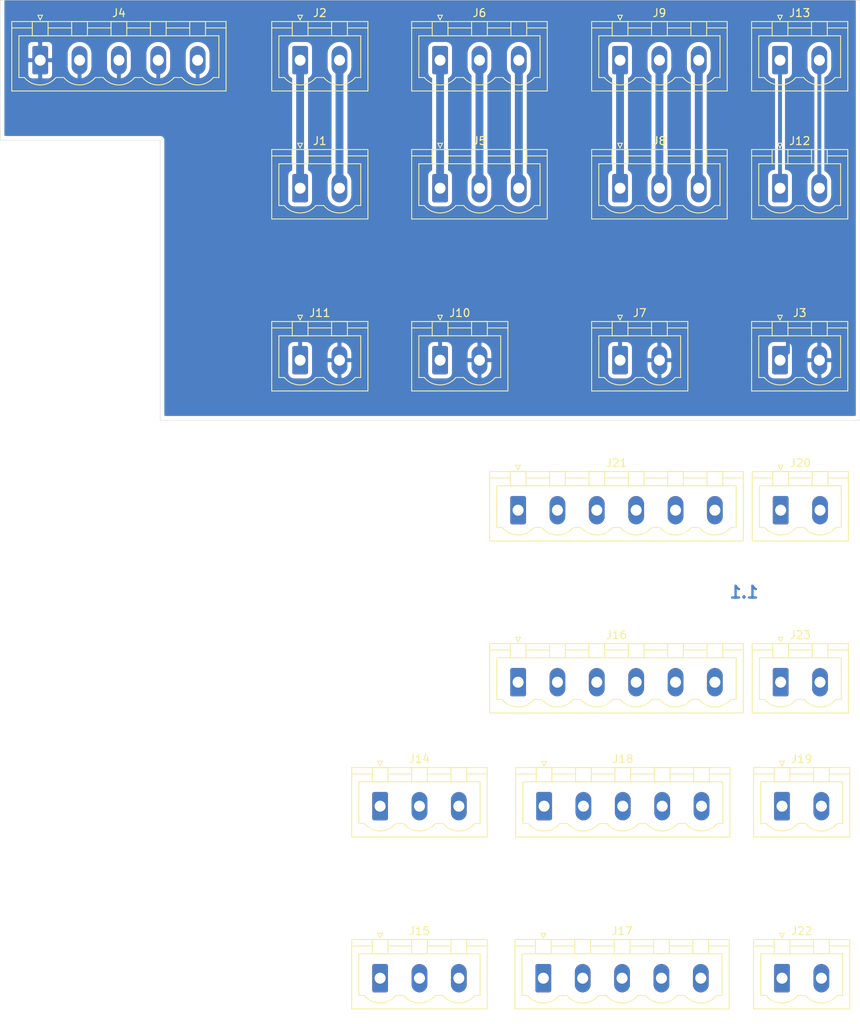
<source format=kicad_pcb>
(kicad_pcb (version 20171130) (host pcbnew "(5.1.5)-3")

  (general
    (thickness 1.6)
    (drawings 8)
    (tracks 58)
    (zones 0)
    (modules 23)
    (nets 33)
  )

  (page A4)
  (layers
    (0 F.Cu signal)
    (31 B.Cu signal)
    (32 B.Adhes user)
    (33 F.Adhes user)
    (34 B.Paste user)
    (35 F.Paste user)
    (36 B.SilkS user)
    (37 F.SilkS user)
    (38 B.Mask user)
    (39 F.Mask user)
    (40 Dwgs.User user)
    (41 Cmts.User user)
    (42 Eco1.User user)
    (43 Eco2.User user)
    (44 Edge.Cuts user)
    (45 Margin user)
    (46 B.CrtYd user)
    (47 F.CrtYd user)
    (48 B.Fab user)
    (49 F.Fab user)
  )

  (setup
    (last_trace_width 0.25)
    (trace_clearance 0.2)
    (zone_clearance 0.508)
    (zone_45_only no)
    (trace_min 0.2)
    (via_size 0.8)
    (via_drill 0.4)
    (via_min_size 0.4)
    (via_min_drill 0.3)
    (uvia_size 0.3)
    (uvia_drill 0.1)
    (uvias_allowed no)
    (uvia_min_size 0.2)
    (uvia_min_drill 0.1)
    (edge_width 0.05)
    (segment_width 0.2)
    (pcb_text_width 0.3)
    (pcb_text_size 1.5 1.5)
    (mod_edge_width 0.12)
    (mod_text_size 1 1)
    (mod_text_width 0.15)
    (pad_size 1.524 1.524)
    (pad_drill 0.762)
    (pad_to_mask_clearance 0.051)
    (solder_mask_min_width 0.25)
    (aux_axis_origin 0 0)
    (visible_elements 7FFFFFFF)
    (pcbplotparams
      (layerselection 0x010fc_ffffffff)
      (usegerberextensions false)
      (usegerberattributes false)
      (usegerberadvancedattributes false)
      (creategerberjobfile false)
      (excludeedgelayer true)
      (linewidth 0.100000)
      (plotframeref false)
      (viasonmask false)
      (mode 1)
      (useauxorigin false)
      (hpglpennumber 1)
      (hpglpenspeed 20)
      (hpglpendiameter 15.000000)
      (psnegative false)
      (psa4output false)
      (plotreference true)
      (plotvalue true)
      (plotinvisibletext false)
      (padsonsilk false)
      (subtractmaskfromsilk false)
      (outputformat 1)
      (mirror false)
      (drillshape 1)
      (scaleselection 1)
      (outputdirectory ""))
  )

  (net 0 "")
  (net 1 /RO2.1)
  (net 2 /COM21)
  (net 3 /AOV2.1)
  (net 4 /GND-A)
  (net 5 /AOV2.2)
  (net 6 /AOV2.3)
  (net 7 /AOV2.4)
  (net 8 /RO2.2)
  (net 9 /COM223)
  (net 10 /RO2.3)
  (net 11 /RO2.4)
  (net 12 /COM245)
  (net 13 /RO2.5)
  (net 14 /RS485-2.1-B)
  (net 15 /AO1.1)
  (net 16 /AI1.1)
  (net 17 /FBD)
  (net 18 /DO1.1)
  (net 19 /DO1.2)
  (net 20 /DO1.3)
  (net 21 /DO1.4)
  (net 22 /DOGND)
  (net 23 /DIGND)
  (net 24 /DI1.1)
  (net 25 /DI1.2)
  (net 26 /DI1.3)
  (net 27 /DI1.4)
  (net 28 /RS485-B)
  (net 29 /RS485-A)
  (net 30 /GND)
  (net 31 /+24V)
  (net 32 /RS485-2.1-A)

  (net_class Default "This is the default net class."
    (clearance 0.2)
    (trace_width 0.25)
    (via_dia 0.8)
    (via_drill 0.4)
    (uvia_dia 0.3)
    (uvia_drill 0.1)
  )

  (net_class "Analog Lines" ""
    (clearance 0.2)
    (trace_width 0.5)
    (via_dia 0.8)
    (via_drill 0.4)
    (uvia_dia 0.3)
    (uvia_drill 0.1)
    (add_net /AI1.1)
    (add_net /AO1.1)
    (add_net /AOV2.1)
    (add_net /AOV2.2)
    (add_net /AOV2.3)
    (add_net /AOV2.4)
    (add_net /GND-A)
    (add_net /RS485-2.1-A)
    (add_net /RS485-2.1-B)
    (add_net /RS485-A)
    (add_net /RS485-B)
  )

  (net_class Power ""
    (clearance 0.2)
    (trace_width 2)
    (via_dia 0.8)
    (via_drill 0.4)
    (uvia_dia 0.3)
    (uvia_drill 0.1)
    (add_net /+24V)
    (add_net /GND)
  )

  (net_class "Relay Lines" ""
    (clearance 0.2)
    (trace_width 1)
    (via_dia 0.8)
    (via_drill 0.4)
    (uvia_dia 0.3)
    (uvia_drill 0.1)
    (add_net /COM21)
    (add_net /COM223)
    (add_net /COM245)
    (add_net /DI1.1)
    (add_net /DI1.2)
    (add_net /DI1.3)
    (add_net /DI1.4)
    (add_net /DIGND)
    (add_net /DO1.1)
    (add_net /DO1.2)
    (add_net /DO1.3)
    (add_net /DO1.4)
    (add_net /DOGND)
    (add_net /FBD)
    (add_net /RO2.1)
    (add_net /RO2.2)
    (add_net /RO2.3)
    (add_net /RO2.4)
    (add_net /RO2.5)
  )

  (module Connector_Phoenix_MSTB:PhoenixContact_MSTBVA_2,5_2-G_1x02_P5.00mm_Vertical (layer F.Cu) (tedit 5B785046) (tstamp 609D5D61)
    (at 64.516 44.196)
    (descr "Generic Phoenix Contact connector footprint for: MSTBVA_2,5/2-G; number of pins: 02; pin pitch: 5.00mm; Vertical || order number: 1755516 12A || order number: 1924198 16A (HC)")
    (tags "phoenix_contact connector MSTBVA_01x02_G_5.00mm")
    (path /60660BFB)
    (fp_text reference J1 (at 2.5 -6) (layer F.SilkS)
      (effects (font (size 1 1) (thickness 0.15)))
    )
    (fp_text value RO21 (at 2.5 5) (layer F.Fab)
      (effects (font (size 1 1) (thickness 0.15)))
    )
    (fp_text user %R (at 2.5 -4.1) (layer F.Fab)
      (effects (font (size 1 1) (thickness 0.15)))
    )
    (fp_line (start -0.5 -3.55) (end 0.5 -3.55) (layer F.Fab) (width 0.1))
    (fp_line (start 0 -2.55) (end -0.5 -3.55) (layer F.Fab) (width 0.1))
    (fp_line (start 0.5 -3.55) (end 0 -2.55) (layer F.Fab) (width 0.1))
    (fp_line (start -0.3 -5.71) (end 0.3 -5.71) (layer F.SilkS) (width 0.12))
    (fp_line (start 0 -5.11) (end -0.3 -5.71) (layer F.SilkS) (width 0.12))
    (fp_line (start 0.3 -5.71) (end 0 -5.11) (layer F.SilkS) (width 0.12))
    (fp_line (start 9 -5.3) (end -4 -5.3) (layer F.CrtYd) (width 0.05))
    (fp_line (start 9 4.3) (end 9 -5.3) (layer F.CrtYd) (width 0.05))
    (fp_line (start -4 4.3) (end 9 4.3) (layer F.CrtYd) (width 0.05))
    (fp_line (start -4 -5.3) (end -4 4.3) (layer F.CrtYd) (width 0.05))
    (fp_line (start 7.7 2.2) (end 7 2.2) (layer F.SilkS) (width 0.12))
    (fp_line (start 7.7 -3.1) (end 7.7 2.2) (layer F.SilkS) (width 0.12))
    (fp_line (start -2.7 -3.1) (end 7.7 -3.1) (layer F.SilkS) (width 0.12))
    (fp_line (start -2.7 2.2) (end -2.7 -3.1) (layer F.SilkS) (width 0.12))
    (fp_line (start -2 2.2) (end -2.7 2.2) (layer F.SilkS) (width 0.12))
    (fp_line (start 2 2.2) (end 3 2.2) (layer F.SilkS) (width 0.12))
    (fp_line (start 6 -3.1) (end 4 -3.1) (layer F.SilkS) (width 0.12))
    (fp_line (start 6 -4.91) (end 6 -3.1) (layer F.SilkS) (width 0.12))
    (fp_line (start 4 -4.91) (end 6 -4.91) (layer F.SilkS) (width 0.12))
    (fp_line (start 4 -3.1) (end 4 -4.91) (layer F.SilkS) (width 0.12))
    (fp_line (start 1 -3.1) (end -1 -3.1) (layer F.SilkS) (width 0.12))
    (fp_line (start 1 -4.91) (end 1 -3.1) (layer F.SilkS) (width 0.12))
    (fp_line (start -1 -4.91) (end 1 -4.91) (layer F.SilkS) (width 0.12))
    (fp_line (start -1 -3.1) (end -1 -4.91) (layer F.SilkS) (width 0.12))
    (fp_line (start 1 -4.1) (end 4 -4.1) (layer F.SilkS) (width 0.12))
    (fp_line (start 8.61 -4.1) (end 6.11 -4.1) (layer F.SilkS) (width 0.12))
    (fp_line (start -3.61 -4.1) (end -1.11 -4.1) (layer F.SilkS) (width 0.12))
    (fp_line (start 8.5 -4.8) (end -3.5 -4.8) (layer F.Fab) (width 0.1))
    (fp_line (start 8.5 3.8) (end 8.5 -4.8) (layer F.Fab) (width 0.1))
    (fp_line (start -3.5 3.8) (end 8.5 3.8) (layer F.Fab) (width 0.1))
    (fp_line (start -3.5 -4.8) (end -3.5 3.8) (layer F.Fab) (width 0.1))
    (fp_line (start 8.61 -4.91) (end -3.61 -4.91) (layer F.SilkS) (width 0.12))
    (fp_line (start 8.61 3.91) (end 8.61 -4.91) (layer F.SilkS) (width 0.12))
    (fp_line (start -3.61 3.91) (end 8.61 3.91) (layer F.SilkS) (width 0.12))
    (fp_line (start -3.61 -4.91) (end -3.61 3.91) (layer F.SilkS) (width 0.12))
    (fp_arc (start 5 0.55) (end 3 2.2) (angle -100.5) (layer F.SilkS) (width 0.12))
    (fp_arc (start 0 0.55) (end -2 2.2) (angle -100.5) (layer F.SilkS) (width 0.12))
    (pad 2 thru_hole oval (at 5 0) (size 2 3.6) (drill 1.4) (layers *.Cu *.Mask)
      (net 2 /COM21))
    (pad 1 thru_hole roundrect (at 0 0) (size 2 3.6) (drill 1.4) (layers *.Cu *.Mask) (roundrect_rratio 0.125)
      (net 1 /RO2.1))
    (model ${KISYS3DMOD}/Connector_Phoenix_MSTB.3dshapes/PhoenixContact_MSTBVA_2,5_2-G_1x02_P5.00mm_Vertical.wrl
      (at (xyz 0 0 0))
      (scale (xyz 1 1 1))
      (rotate (xyz 0 0 0))
    )
  )

  (module Connector_Phoenix_MSTB:PhoenixContact_MSTBVA_2,5_2-G_1x02_P5.00mm_Vertical (layer F.Cu) (tedit 5B785046) (tstamp 609C35D0)
    (at 125.476 66.04)
    (descr "Generic Phoenix Contact connector footprint for: MSTBVA_2,5/2-G; number of pins: 02; pin pitch: 5.00mm; Vertical || order number: 1755516 12A || order number: 1924198 16A (HC)")
    (tags "phoenix_contact connector MSTBVA_01x02_G_5.00mm")
    (path /6065F84E)
    (fp_text reference J3 (at 2.5 -6) (layer F.SilkS)
      (effects (font (size 1 1) (thickness 0.15)))
    )
    (fp_text value AOV2.1 (at 2.5 5) (layer F.Fab)
      (effects (font (size 1 1) (thickness 0.15)))
    )
    (fp_text user %R (at 2.5 -4.1) (layer F.Fab)
      (effects (font (size 1 1) (thickness 0.15)))
    )
    (fp_line (start -0.5 -3.55) (end 0.5 -3.55) (layer F.Fab) (width 0.1))
    (fp_line (start 0 -2.55) (end -0.5 -3.55) (layer F.Fab) (width 0.1))
    (fp_line (start 0.5 -3.55) (end 0 -2.55) (layer F.Fab) (width 0.1))
    (fp_line (start -0.3 -5.71) (end 0.3 -5.71) (layer F.SilkS) (width 0.12))
    (fp_line (start 0 -5.11) (end -0.3 -5.71) (layer F.SilkS) (width 0.12))
    (fp_line (start 0.3 -5.71) (end 0 -5.11) (layer F.SilkS) (width 0.12))
    (fp_line (start 9 -5.3) (end -4 -5.3) (layer F.CrtYd) (width 0.05))
    (fp_line (start 9 4.3) (end 9 -5.3) (layer F.CrtYd) (width 0.05))
    (fp_line (start -4 4.3) (end 9 4.3) (layer F.CrtYd) (width 0.05))
    (fp_line (start -4 -5.3) (end -4 4.3) (layer F.CrtYd) (width 0.05))
    (fp_line (start 7.7 2.2) (end 7 2.2) (layer F.SilkS) (width 0.12))
    (fp_line (start 7.7 -3.1) (end 7.7 2.2) (layer F.SilkS) (width 0.12))
    (fp_line (start -2.7 -3.1) (end 7.7 -3.1) (layer F.SilkS) (width 0.12))
    (fp_line (start -2.7 2.2) (end -2.7 -3.1) (layer F.SilkS) (width 0.12))
    (fp_line (start -2 2.2) (end -2.7 2.2) (layer F.SilkS) (width 0.12))
    (fp_line (start 2 2.2) (end 3 2.2) (layer F.SilkS) (width 0.12))
    (fp_line (start 6 -3.1) (end 4 -3.1) (layer F.SilkS) (width 0.12))
    (fp_line (start 6 -4.91) (end 6 -3.1) (layer F.SilkS) (width 0.12))
    (fp_line (start 4 -4.91) (end 6 -4.91) (layer F.SilkS) (width 0.12))
    (fp_line (start 4 -3.1) (end 4 -4.91) (layer F.SilkS) (width 0.12))
    (fp_line (start 1 -3.1) (end -1 -3.1) (layer F.SilkS) (width 0.12))
    (fp_line (start 1 -4.91) (end 1 -3.1) (layer F.SilkS) (width 0.12))
    (fp_line (start -1 -4.91) (end 1 -4.91) (layer F.SilkS) (width 0.12))
    (fp_line (start -1 -3.1) (end -1 -4.91) (layer F.SilkS) (width 0.12))
    (fp_line (start 1 -4.1) (end 4 -4.1) (layer F.SilkS) (width 0.12))
    (fp_line (start 8.61 -4.1) (end 6.11 -4.1) (layer F.SilkS) (width 0.12))
    (fp_line (start -3.61 -4.1) (end -1.11 -4.1) (layer F.SilkS) (width 0.12))
    (fp_line (start 8.5 -4.8) (end -3.5 -4.8) (layer F.Fab) (width 0.1))
    (fp_line (start 8.5 3.8) (end 8.5 -4.8) (layer F.Fab) (width 0.1))
    (fp_line (start -3.5 3.8) (end 8.5 3.8) (layer F.Fab) (width 0.1))
    (fp_line (start -3.5 -4.8) (end -3.5 3.8) (layer F.Fab) (width 0.1))
    (fp_line (start 8.61 -4.91) (end -3.61 -4.91) (layer F.SilkS) (width 0.12))
    (fp_line (start 8.61 3.91) (end 8.61 -4.91) (layer F.SilkS) (width 0.12))
    (fp_line (start -3.61 3.91) (end 8.61 3.91) (layer F.SilkS) (width 0.12))
    (fp_line (start -3.61 -4.91) (end -3.61 3.91) (layer F.SilkS) (width 0.12))
    (fp_arc (start 5 0.55) (end 3 2.2) (angle -100.5) (layer F.SilkS) (width 0.12))
    (fp_arc (start 0 0.55) (end -2 2.2) (angle -100.5) (layer F.SilkS) (width 0.12))
    (pad 2 thru_hole oval (at 5 0) (size 2 3.6) (drill 1.4) (layers *.Cu *.Mask)
      (net 4 /GND-A))
    (pad 1 thru_hole roundrect (at 0 0) (size 2 3.6) (drill 1.4) (layers *.Cu *.Mask) (roundrect_rratio 0.125)
      (net 3 /AOV2.1))
    (model ${KISYS3DMOD}/Connector_Phoenix_MSTB.3dshapes/PhoenixContact_MSTBVA_2,5_2-G_1x02_P5.00mm_Vertical.wrl
      (at (xyz 0 0 0))
      (scale (xyz 1 1 1))
      (rotate (xyz 0 0 0))
    )
  )

  (module Connector_Phoenix_MSTB:PhoenixContact_MSTBVA_2,5_2-G_1x02_P5.00mm_Vertical (layer F.Cu) (tedit 5B785046) (tstamp 609D992D)
    (at 125.556 106.934)
    (descr "Generic Phoenix Contact connector footprint for: MSTBVA_2,5/2-G; number of pins: 02; pin pitch: 5.00mm; Vertical || order number: 1755516 12A || order number: 1924198 16A (HC)")
    (tags "phoenix_contact connector MSTBVA_01x02_G_5.00mm")
    (path /60A57C07)
    (fp_text reference J23 (at 2.5 -6) (layer F.SilkS)
      (effects (font (size 1 1) (thickness 0.15)))
    )
    (fp_text value POWER (at 2.5 5) (layer F.Fab)
      (effects (font (size 1 1) (thickness 0.15)))
    )
    (fp_text user %R (at 2.5 -4.1) (layer F.Fab)
      (effects (font (size 1 1) (thickness 0.15)))
    )
    (fp_line (start -0.5 -3.55) (end 0.5 -3.55) (layer F.Fab) (width 0.1))
    (fp_line (start 0 -2.55) (end -0.5 -3.55) (layer F.Fab) (width 0.1))
    (fp_line (start 0.5 -3.55) (end 0 -2.55) (layer F.Fab) (width 0.1))
    (fp_line (start -0.3 -5.71) (end 0.3 -5.71) (layer F.SilkS) (width 0.12))
    (fp_line (start 0 -5.11) (end -0.3 -5.71) (layer F.SilkS) (width 0.12))
    (fp_line (start 0.3 -5.71) (end 0 -5.11) (layer F.SilkS) (width 0.12))
    (fp_line (start 9 -5.3) (end -4 -5.3) (layer F.CrtYd) (width 0.05))
    (fp_line (start 9 4.3) (end 9 -5.3) (layer F.CrtYd) (width 0.05))
    (fp_line (start -4 4.3) (end 9 4.3) (layer F.CrtYd) (width 0.05))
    (fp_line (start -4 -5.3) (end -4 4.3) (layer F.CrtYd) (width 0.05))
    (fp_line (start 7.7 2.2) (end 7 2.2) (layer F.SilkS) (width 0.12))
    (fp_line (start 7.7 -3.1) (end 7.7 2.2) (layer F.SilkS) (width 0.12))
    (fp_line (start -2.7 -3.1) (end 7.7 -3.1) (layer F.SilkS) (width 0.12))
    (fp_line (start -2.7 2.2) (end -2.7 -3.1) (layer F.SilkS) (width 0.12))
    (fp_line (start -2 2.2) (end -2.7 2.2) (layer F.SilkS) (width 0.12))
    (fp_line (start 2 2.2) (end 3 2.2) (layer F.SilkS) (width 0.12))
    (fp_line (start 6 -3.1) (end 4 -3.1) (layer F.SilkS) (width 0.12))
    (fp_line (start 6 -4.91) (end 6 -3.1) (layer F.SilkS) (width 0.12))
    (fp_line (start 4 -4.91) (end 6 -4.91) (layer F.SilkS) (width 0.12))
    (fp_line (start 4 -3.1) (end 4 -4.91) (layer F.SilkS) (width 0.12))
    (fp_line (start 1 -3.1) (end -1 -3.1) (layer F.SilkS) (width 0.12))
    (fp_line (start 1 -4.91) (end 1 -3.1) (layer F.SilkS) (width 0.12))
    (fp_line (start -1 -4.91) (end 1 -4.91) (layer F.SilkS) (width 0.12))
    (fp_line (start -1 -3.1) (end -1 -4.91) (layer F.SilkS) (width 0.12))
    (fp_line (start 1 -4.1) (end 4 -4.1) (layer F.SilkS) (width 0.12))
    (fp_line (start 8.61 -4.1) (end 6.11 -4.1) (layer F.SilkS) (width 0.12))
    (fp_line (start -3.61 -4.1) (end -1.11 -4.1) (layer F.SilkS) (width 0.12))
    (fp_line (start 8.5 -4.8) (end -3.5 -4.8) (layer F.Fab) (width 0.1))
    (fp_line (start 8.5 3.8) (end 8.5 -4.8) (layer F.Fab) (width 0.1))
    (fp_line (start -3.5 3.8) (end 8.5 3.8) (layer F.Fab) (width 0.1))
    (fp_line (start -3.5 -4.8) (end -3.5 3.8) (layer F.Fab) (width 0.1))
    (fp_line (start 8.61 -4.91) (end -3.61 -4.91) (layer F.SilkS) (width 0.12))
    (fp_line (start 8.61 3.91) (end 8.61 -4.91) (layer F.SilkS) (width 0.12))
    (fp_line (start -3.61 3.91) (end 8.61 3.91) (layer F.SilkS) (width 0.12))
    (fp_line (start -3.61 -4.91) (end -3.61 3.91) (layer F.SilkS) (width 0.12))
    (fp_arc (start 5 0.55) (end 3 2.2) (angle -100.5) (layer F.SilkS) (width 0.12))
    (fp_arc (start 0 0.55) (end -2 2.2) (angle -100.5) (layer F.SilkS) (width 0.12))
    (pad 2 thru_hole oval (at 5 0) (size 2 3.6) (drill 1.4) (layers *.Cu *.Mask)
      (net 30 /GND))
    (pad 1 thru_hole roundrect (at 0 0) (size 2 3.6) (drill 1.4) (layers *.Cu *.Mask) (roundrect_rratio 0.125)
      (net 31 /+24V))
    (model ${KISYS3DMOD}/Connector_Phoenix_MSTB.3dshapes/PhoenixContact_MSTBVA_2,5_2-G_1x02_P5.00mm_Vertical.wrl
      (at (xyz 0 0 0))
      (scale (xyz 1 1 1))
      (rotate (xyz 0 0 0))
    )
  )

  (module Connector_Phoenix_MSTB:PhoenixContact_MSTBVA_2,5_2-G_1x02_P5.00mm_Vertical (layer F.Cu) (tedit 5B785046) (tstamp 609C39CC)
    (at 125.73 144.526)
    (descr "Generic Phoenix Contact connector footprint for: MSTBVA_2,5/2-G; number of pins: 02; pin pitch: 5.00mm; Vertical || order number: 1755516 12A || order number: 1924198 16A (HC)")
    (tags "phoenix_contact connector MSTBVA_01x02_G_5.00mm")
    (path /60A4A221)
    (fp_text reference J22 (at 2.5 -6) (layer F.SilkS)
      (effects (font (size 1 1) (thickness 0.15)))
    )
    (fp_text value RS485-1 (at 2.5 5) (layer F.Fab)
      (effects (font (size 1 1) (thickness 0.15)))
    )
    (fp_text user %R (at 2.5 -4.1) (layer F.Fab)
      (effects (font (size 1 1) (thickness 0.15)))
    )
    (fp_line (start -0.5 -3.55) (end 0.5 -3.55) (layer F.Fab) (width 0.1))
    (fp_line (start 0 -2.55) (end -0.5 -3.55) (layer F.Fab) (width 0.1))
    (fp_line (start 0.5 -3.55) (end 0 -2.55) (layer F.Fab) (width 0.1))
    (fp_line (start -0.3 -5.71) (end 0.3 -5.71) (layer F.SilkS) (width 0.12))
    (fp_line (start 0 -5.11) (end -0.3 -5.71) (layer F.SilkS) (width 0.12))
    (fp_line (start 0.3 -5.71) (end 0 -5.11) (layer F.SilkS) (width 0.12))
    (fp_line (start 9 -5.3) (end -4 -5.3) (layer F.CrtYd) (width 0.05))
    (fp_line (start 9 4.3) (end 9 -5.3) (layer F.CrtYd) (width 0.05))
    (fp_line (start -4 4.3) (end 9 4.3) (layer F.CrtYd) (width 0.05))
    (fp_line (start -4 -5.3) (end -4 4.3) (layer F.CrtYd) (width 0.05))
    (fp_line (start 7.7 2.2) (end 7 2.2) (layer F.SilkS) (width 0.12))
    (fp_line (start 7.7 -3.1) (end 7.7 2.2) (layer F.SilkS) (width 0.12))
    (fp_line (start -2.7 -3.1) (end 7.7 -3.1) (layer F.SilkS) (width 0.12))
    (fp_line (start -2.7 2.2) (end -2.7 -3.1) (layer F.SilkS) (width 0.12))
    (fp_line (start -2 2.2) (end -2.7 2.2) (layer F.SilkS) (width 0.12))
    (fp_line (start 2 2.2) (end 3 2.2) (layer F.SilkS) (width 0.12))
    (fp_line (start 6 -3.1) (end 4 -3.1) (layer F.SilkS) (width 0.12))
    (fp_line (start 6 -4.91) (end 6 -3.1) (layer F.SilkS) (width 0.12))
    (fp_line (start 4 -4.91) (end 6 -4.91) (layer F.SilkS) (width 0.12))
    (fp_line (start 4 -3.1) (end 4 -4.91) (layer F.SilkS) (width 0.12))
    (fp_line (start 1 -3.1) (end -1 -3.1) (layer F.SilkS) (width 0.12))
    (fp_line (start 1 -4.91) (end 1 -3.1) (layer F.SilkS) (width 0.12))
    (fp_line (start -1 -4.91) (end 1 -4.91) (layer F.SilkS) (width 0.12))
    (fp_line (start -1 -3.1) (end -1 -4.91) (layer F.SilkS) (width 0.12))
    (fp_line (start 1 -4.1) (end 4 -4.1) (layer F.SilkS) (width 0.12))
    (fp_line (start 8.61 -4.1) (end 6.11 -4.1) (layer F.SilkS) (width 0.12))
    (fp_line (start -3.61 -4.1) (end -1.11 -4.1) (layer F.SilkS) (width 0.12))
    (fp_line (start 8.5 -4.8) (end -3.5 -4.8) (layer F.Fab) (width 0.1))
    (fp_line (start 8.5 3.8) (end 8.5 -4.8) (layer F.Fab) (width 0.1))
    (fp_line (start -3.5 3.8) (end 8.5 3.8) (layer F.Fab) (width 0.1))
    (fp_line (start -3.5 -4.8) (end -3.5 3.8) (layer F.Fab) (width 0.1))
    (fp_line (start 8.61 -4.91) (end -3.61 -4.91) (layer F.SilkS) (width 0.12))
    (fp_line (start 8.61 3.91) (end 8.61 -4.91) (layer F.SilkS) (width 0.12))
    (fp_line (start -3.61 3.91) (end 8.61 3.91) (layer F.SilkS) (width 0.12))
    (fp_line (start -3.61 -4.91) (end -3.61 3.91) (layer F.SilkS) (width 0.12))
    (fp_arc (start 5 0.55) (end 3 2.2) (angle -100.5) (layer F.SilkS) (width 0.12))
    (fp_arc (start 0 0.55) (end -2 2.2) (angle -100.5) (layer F.SilkS) (width 0.12))
    (pad 2 thru_hole oval (at 5 0) (size 2 3.6) (drill 1.4) (layers *.Cu *.Mask)
      (net 28 /RS485-B))
    (pad 1 thru_hole roundrect (at 0 0) (size 2 3.6) (drill 1.4) (layers *.Cu *.Mask) (roundrect_rratio 0.125)
      (net 29 /RS485-A))
    (model ${KISYS3DMOD}/Connector_Phoenix_MSTB.3dshapes/PhoenixContact_MSTBVA_2,5_2-G_1x02_P5.00mm_Vertical.wrl
      (at (xyz 0 0 0))
      (scale (xyz 1 1 1))
      (rotate (xyz 0 0 0))
    )
  )

  (module Connector_Phoenix_MSTB:PhoenixContact_MSTBVA_2,5_6-G_1x06_P5.00mm_Vertical (layer F.Cu) (tedit 5B785046) (tstamp 609D986C)
    (at 92.202 85.09)
    (descr "Generic Phoenix Contact connector footprint for: MSTBVA_2,5/6-G; number of pins: 06; pin pitch: 5.00mm; Vertical || order number: 1755558 12A || order number: 1924237 16A (HC)")
    (tags "phoenix_contact connector MSTBVA_01x06_G_5.00mm")
    (path /60A57C0D)
    (fp_text reference J21 (at 12.5 -6) (layer F.SilkS)
      (effects (font (size 1 1) (thickness 0.15)))
    )
    (fp_text value DO (at 12.5 5) (layer F.Fab)
      (effects (font (size 1 1) (thickness 0.15)))
    )
    (fp_text user %R (at 12.5 -4.1) (layer F.Fab)
      (effects (font (size 1 1) (thickness 0.15)))
    )
    (fp_line (start -0.5 -3.55) (end 0.5 -3.55) (layer F.Fab) (width 0.1))
    (fp_line (start 0 -2.55) (end -0.5 -3.55) (layer F.Fab) (width 0.1))
    (fp_line (start 0.5 -3.55) (end 0 -2.55) (layer F.Fab) (width 0.1))
    (fp_line (start -0.3 -5.71) (end 0.3 -5.71) (layer F.SilkS) (width 0.12))
    (fp_line (start 0 -5.11) (end -0.3 -5.71) (layer F.SilkS) (width 0.12))
    (fp_line (start 0.3 -5.71) (end 0 -5.11) (layer F.SilkS) (width 0.12))
    (fp_line (start 29 -5.3) (end -4 -5.3) (layer F.CrtYd) (width 0.05))
    (fp_line (start 29 4.3) (end 29 -5.3) (layer F.CrtYd) (width 0.05))
    (fp_line (start -4 4.3) (end 29 4.3) (layer F.CrtYd) (width 0.05))
    (fp_line (start -4 -5.3) (end -4 4.3) (layer F.CrtYd) (width 0.05))
    (fp_line (start 27.7 2.2) (end 27 2.2) (layer F.SilkS) (width 0.12))
    (fp_line (start 27.7 -3.1) (end 27.7 2.2) (layer F.SilkS) (width 0.12))
    (fp_line (start -2.7 -3.1) (end 27.7 -3.1) (layer F.SilkS) (width 0.12))
    (fp_line (start -2.7 2.2) (end -2.7 -3.1) (layer F.SilkS) (width 0.12))
    (fp_line (start -2 2.2) (end -2.7 2.2) (layer F.SilkS) (width 0.12))
    (fp_line (start 22 2.2) (end 23 2.2) (layer F.SilkS) (width 0.12))
    (fp_line (start 17 2.2) (end 18 2.2) (layer F.SilkS) (width 0.12))
    (fp_line (start 12 2.2) (end 13 2.2) (layer F.SilkS) (width 0.12))
    (fp_line (start 7 2.2) (end 8 2.2) (layer F.SilkS) (width 0.12))
    (fp_line (start 2 2.2) (end 3 2.2) (layer F.SilkS) (width 0.12))
    (fp_line (start 26 -3.1) (end 24 -3.1) (layer F.SilkS) (width 0.12))
    (fp_line (start 26 -4.91) (end 26 -3.1) (layer F.SilkS) (width 0.12))
    (fp_line (start 24 -4.91) (end 26 -4.91) (layer F.SilkS) (width 0.12))
    (fp_line (start 24 -3.1) (end 24 -4.91) (layer F.SilkS) (width 0.12))
    (fp_line (start 21 -3.1) (end 19 -3.1) (layer F.SilkS) (width 0.12))
    (fp_line (start 21 -4.91) (end 21 -3.1) (layer F.SilkS) (width 0.12))
    (fp_line (start 19 -4.91) (end 21 -4.91) (layer F.SilkS) (width 0.12))
    (fp_line (start 19 -3.1) (end 19 -4.91) (layer F.SilkS) (width 0.12))
    (fp_line (start 16 -3.1) (end 14 -3.1) (layer F.SilkS) (width 0.12))
    (fp_line (start 16 -4.91) (end 16 -3.1) (layer F.SilkS) (width 0.12))
    (fp_line (start 14 -4.91) (end 16 -4.91) (layer F.SilkS) (width 0.12))
    (fp_line (start 14 -3.1) (end 14 -4.91) (layer F.SilkS) (width 0.12))
    (fp_line (start 11 -3.1) (end 9 -3.1) (layer F.SilkS) (width 0.12))
    (fp_line (start 11 -4.91) (end 11 -3.1) (layer F.SilkS) (width 0.12))
    (fp_line (start 9 -4.91) (end 11 -4.91) (layer F.SilkS) (width 0.12))
    (fp_line (start 9 -3.1) (end 9 -4.91) (layer F.SilkS) (width 0.12))
    (fp_line (start 6 -3.1) (end 4 -3.1) (layer F.SilkS) (width 0.12))
    (fp_line (start 6 -4.91) (end 6 -3.1) (layer F.SilkS) (width 0.12))
    (fp_line (start 4 -4.91) (end 6 -4.91) (layer F.SilkS) (width 0.12))
    (fp_line (start 4 -3.1) (end 4 -4.91) (layer F.SilkS) (width 0.12))
    (fp_line (start 1 -3.1) (end -1 -3.1) (layer F.SilkS) (width 0.12))
    (fp_line (start 1 -4.91) (end 1 -3.1) (layer F.SilkS) (width 0.12))
    (fp_line (start -1 -4.91) (end 1 -4.91) (layer F.SilkS) (width 0.12))
    (fp_line (start -1 -3.1) (end -1 -4.91) (layer F.SilkS) (width 0.12))
    (fp_line (start 21 -4.1) (end 24 -4.1) (layer F.SilkS) (width 0.12))
    (fp_line (start 16 -4.1) (end 19 -4.1) (layer F.SilkS) (width 0.12))
    (fp_line (start 11 -4.1) (end 14 -4.1) (layer F.SilkS) (width 0.12))
    (fp_line (start 6 -4.1) (end 9 -4.1) (layer F.SilkS) (width 0.12))
    (fp_line (start 1 -4.1) (end 4 -4.1) (layer F.SilkS) (width 0.12))
    (fp_line (start 28.61 -4.1) (end 26.11 -4.1) (layer F.SilkS) (width 0.12))
    (fp_line (start -3.61 -4.1) (end -1.11 -4.1) (layer F.SilkS) (width 0.12))
    (fp_line (start 28.5 -4.8) (end -3.5 -4.8) (layer F.Fab) (width 0.1))
    (fp_line (start 28.5 3.8) (end 28.5 -4.8) (layer F.Fab) (width 0.1))
    (fp_line (start -3.5 3.8) (end 28.5 3.8) (layer F.Fab) (width 0.1))
    (fp_line (start -3.5 -4.8) (end -3.5 3.8) (layer F.Fab) (width 0.1))
    (fp_line (start 28.61 -4.91) (end -3.61 -4.91) (layer F.SilkS) (width 0.12))
    (fp_line (start 28.61 3.91) (end 28.61 -4.91) (layer F.SilkS) (width 0.12))
    (fp_line (start -3.61 3.91) (end 28.61 3.91) (layer F.SilkS) (width 0.12))
    (fp_line (start -3.61 -4.91) (end -3.61 3.91) (layer F.SilkS) (width 0.12))
    (fp_arc (start 25 0.55) (end 23 2.2) (angle -100.5) (layer F.SilkS) (width 0.12))
    (fp_arc (start 20 0.55) (end 18 2.2) (angle -100.5) (layer F.SilkS) (width 0.12))
    (fp_arc (start 15 0.55) (end 13 2.2) (angle -100.5) (layer F.SilkS) (width 0.12))
    (fp_arc (start 10 0.55) (end 8 2.2) (angle -100.5) (layer F.SilkS) (width 0.12))
    (fp_arc (start 5 0.55) (end 3 2.2) (angle -100.5) (layer F.SilkS) (width 0.12))
    (fp_arc (start 0 0.55) (end -2 2.2) (angle -100.5) (layer F.SilkS) (width 0.12))
    (pad 6 thru_hole oval (at 25 0) (size 2 3.6) (drill 1.4) (layers *.Cu *.Mask)
      (net 17 /FBD))
    (pad 5 thru_hole oval (at 20 0) (size 2 3.6) (drill 1.4) (layers *.Cu *.Mask)
      (net 18 /DO1.1))
    (pad 4 thru_hole oval (at 15 0) (size 2 3.6) (drill 1.4) (layers *.Cu *.Mask)
      (net 19 /DO1.2))
    (pad 3 thru_hole oval (at 10 0) (size 2 3.6) (drill 1.4) (layers *.Cu *.Mask)
      (net 20 /DO1.3))
    (pad 2 thru_hole oval (at 5 0) (size 2 3.6) (drill 1.4) (layers *.Cu *.Mask)
      (net 21 /DO1.4))
    (pad 1 thru_hole roundrect (at 0 0) (size 2 3.6) (drill 1.4) (layers *.Cu *.Mask) (roundrect_rratio 0.125)
      (net 22 /DOGND))
    (model ${KISYS3DMOD}/Connector_Phoenix_MSTB.3dshapes/PhoenixContact_MSTBVA_2,5_6-G_1x06_P5.00mm_Vertical.wrl
      (at (xyz 0 0 0))
      (scale (xyz 1 1 1))
      (rotate (xyz 0 0 0))
    )
  )

  (module Connector_Phoenix_MSTB:PhoenixContact_MSTBVA_2,5_2-G_1x02_P5.00mm_Vertical (layer F.Cu) (tedit 5B785046) (tstamp 609D99AE)
    (at 125.556 85.09)
    (descr "Generic Phoenix Contact connector footprint for: MSTBVA_2,5/2-G; number of pins: 02; pin pitch: 5.00mm; Vertical || order number: 1755516 12A || order number: 1924198 16A (HC)")
    (tags "phoenix_contact connector MSTBVA_01x02_G_5.00mm")
    (path /60663120)
    (fp_text reference J20 (at 2.5 -6) (layer F.SilkS)
      (effects (font (size 1 1) (thickness 0.15)))
    )
    (fp_text value POWER (at 2.5 5) (layer F.Fab)
      (effects (font (size 1 1) (thickness 0.15)))
    )
    (fp_text user %R (at 2.5 -4.1) (layer F.Fab)
      (effects (font (size 1 1) (thickness 0.15)))
    )
    (fp_line (start -0.5 -3.55) (end 0.5 -3.55) (layer F.Fab) (width 0.1))
    (fp_line (start 0 -2.55) (end -0.5 -3.55) (layer F.Fab) (width 0.1))
    (fp_line (start 0.5 -3.55) (end 0 -2.55) (layer F.Fab) (width 0.1))
    (fp_line (start -0.3 -5.71) (end 0.3 -5.71) (layer F.SilkS) (width 0.12))
    (fp_line (start 0 -5.11) (end -0.3 -5.71) (layer F.SilkS) (width 0.12))
    (fp_line (start 0.3 -5.71) (end 0 -5.11) (layer F.SilkS) (width 0.12))
    (fp_line (start 9 -5.3) (end -4 -5.3) (layer F.CrtYd) (width 0.05))
    (fp_line (start 9 4.3) (end 9 -5.3) (layer F.CrtYd) (width 0.05))
    (fp_line (start -4 4.3) (end 9 4.3) (layer F.CrtYd) (width 0.05))
    (fp_line (start -4 -5.3) (end -4 4.3) (layer F.CrtYd) (width 0.05))
    (fp_line (start 7.7 2.2) (end 7 2.2) (layer F.SilkS) (width 0.12))
    (fp_line (start 7.7 -3.1) (end 7.7 2.2) (layer F.SilkS) (width 0.12))
    (fp_line (start -2.7 -3.1) (end 7.7 -3.1) (layer F.SilkS) (width 0.12))
    (fp_line (start -2.7 2.2) (end -2.7 -3.1) (layer F.SilkS) (width 0.12))
    (fp_line (start -2 2.2) (end -2.7 2.2) (layer F.SilkS) (width 0.12))
    (fp_line (start 2 2.2) (end 3 2.2) (layer F.SilkS) (width 0.12))
    (fp_line (start 6 -3.1) (end 4 -3.1) (layer F.SilkS) (width 0.12))
    (fp_line (start 6 -4.91) (end 6 -3.1) (layer F.SilkS) (width 0.12))
    (fp_line (start 4 -4.91) (end 6 -4.91) (layer F.SilkS) (width 0.12))
    (fp_line (start 4 -3.1) (end 4 -4.91) (layer F.SilkS) (width 0.12))
    (fp_line (start 1 -3.1) (end -1 -3.1) (layer F.SilkS) (width 0.12))
    (fp_line (start 1 -4.91) (end 1 -3.1) (layer F.SilkS) (width 0.12))
    (fp_line (start -1 -4.91) (end 1 -4.91) (layer F.SilkS) (width 0.12))
    (fp_line (start -1 -3.1) (end -1 -4.91) (layer F.SilkS) (width 0.12))
    (fp_line (start 1 -4.1) (end 4 -4.1) (layer F.SilkS) (width 0.12))
    (fp_line (start 8.61 -4.1) (end 6.11 -4.1) (layer F.SilkS) (width 0.12))
    (fp_line (start -3.61 -4.1) (end -1.11 -4.1) (layer F.SilkS) (width 0.12))
    (fp_line (start 8.5 -4.8) (end -3.5 -4.8) (layer F.Fab) (width 0.1))
    (fp_line (start 8.5 3.8) (end 8.5 -4.8) (layer F.Fab) (width 0.1))
    (fp_line (start -3.5 3.8) (end 8.5 3.8) (layer F.Fab) (width 0.1))
    (fp_line (start -3.5 -4.8) (end -3.5 3.8) (layer F.Fab) (width 0.1))
    (fp_line (start 8.61 -4.91) (end -3.61 -4.91) (layer F.SilkS) (width 0.12))
    (fp_line (start 8.61 3.91) (end 8.61 -4.91) (layer F.SilkS) (width 0.12))
    (fp_line (start -3.61 3.91) (end 8.61 3.91) (layer F.SilkS) (width 0.12))
    (fp_line (start -3.61 -4.91) (end -3.61 3.91) (layer F.SilkS) (width 0.12))
    (fp_arc (start 5 0.55) (end 3 2.2) (angle -100.5) (layer F.SilkS) (width 0.12))
    (fp_arc (start 0 0.55) (end -2 2.2) (angle -100.5) (layer F.SilkS) (width 0.12))
    (pad 2 thru_hole oval (at 5 0) (size 2 3.6) (drill 1.4) (layers *.Cu *.Mask)
      (net 30 /GND))
    (pad 1 thru_hole roundrect (at 0 0) (size 2 3.6) (drill 1.4) (layers *.Cu *.Mask) (roundrect_rratio 0.125)
      (net 31 /+24V))
    (model ${KISYS3DMOD}/Connector_Phoenix_MSTB.3dshapes/PhoenixContact_MSTBVA_2,5_2-G_1x02_P5.00mm_Vertical.wrl
      (at (xyz 0 0 0))
      (scale (xyz 1 1 1))
      (rotate (xyz 0 0 0))
    )
  )

  (module Connector_Phoenix_MSTB:PhoenixContact_MSTBVA_2,5_2-G_1x02_P5.00mm_Vertical (layer F.Cu) (tedit 5B785046) (tstamp 609C3928)
    (at 125.73 122.682)
    (descr "Generic Phoenix Contact connector footprint for: MSTBVA_2,5/2-G; number of pins: 02; pin pitch: 5.00mm; Vertical || order number: 1755516 12A || order number: 1924198 16A (HC)")
    (tags "phoenix_contact connector MSTBVA_01x02_G_5.00mm")
    (path /6065ADF1)
    (fp_text reference J19 (at 2.5 -6) (layer F.SilkS)
      (effects (font (size 1 1) (thickness 0.15)))
    )
    (fp_text value RS485-1 (at 2.5 5) (layer F.Fab)
      (effects (font (size 1 1) (thickness 0.15)))
    )
    (fp_text user %R (at 2.5 -4.1) (layer F.Fab)
      (effects (font (size 1 1) (thickness 0.15)))
    )
    (fp_line (start -0.5 -3.55) (end 0.5 -3.55) (layer F.Fab) (width 0.1))
    (fp_line (start 0 -2.55) (end -0.5 -3.55) (layer F.Fab) (width 0.1))
    (fp_line (start 0.5 -3.55) (end 0 -2.55) (layer F.Fab) (width 0.1))
    (fp_line (start -0.3 -5.71) (end 0.3 -5.71) (layer F.SilkS) (width 0.12))
    (fp_line (start 0 -5.11) (end -0.3 -5.71) (layer F.SilkS) (width 0.12))
    (fp_line (start 0.3 -5.71) (end 0 -5.11) (layer F.SilkS) (width 0.12))
    (fp_line (start 9 -5.3) (end -4 -5.3) (layer F.CrtYd) (width 0.05))
    (fp_line (start 9 4.3) (end 9 -5.3) (layer F.CrtYd) (width 0.05))
    (fp_line (start -4 4.3) (end 9 4.3) (layer F.CrtYd) (width 0.05))
    (fp_line (start -4 -5.3) (end -4 4.3) (layer F.CrtYd) (width 0.05))
    (fp_line (start 7.7 2.2) (end 7 2.2) (layer F.SilkS) (width 0.12))
    (fp_line (start 7.7 -3.1) (end 7.7 2.2) (layer F.SilkS) (width 0.12))
    (fp_line (start -2.7 -3.1) (end 7.7 -3.1) (layer F.SilkS) (width 0.12))
    (fp_line (start -2.7 2.2) (end -2.7 -3.1) (layer F.SilkS) (width 0.12))
    (fp_line (start -2 2.2) (end -2.7 2.2) (layer F.SilkS) (width 0.12))
    (fp_line (start 2 2.2) (end 3 2.2) (layer F.SilkS) (width 0.12))
    (fp_line (start 6 -3.1) (end 4 -3.1) (layer F.SilkS) (width 0.12))
    (fp_line (start 6 -4.91) (end 6 -3.1) (layer F.SilkS) (width 0.12))
    (fp_line (start 4 -4.91) (end 6 -4.91) (layer F.SilkS) (width 0.12))
    (fp_line (start 4 -3.1) (end 4 -4.91) (layer F.SilkS) (width 0.12))
    (fp_line (start 1 -3.1) (end -1 -3.1) (layer F.SilkS) (width 0.12))
    (fp_line (start 1 -4.91) (end 1 -3.1) (layer F.SilkS) (width 0.12))
    (fp_line (start -1 -4.91) (end 1 -4.91) (layer F.SilkS) (width 0.12))
    (fp_line (start -1 -3.1) (end -1 -4.91) (layer F.SilkS) (width 0.12))
    (fp_line (start 1 -4.1) (end 4 -4.1) (layer F.SilkS) (width 0.12))
    (fp_line (start 8.61 -4.1) (end 6.11 -4.1) (layer F.SilkS) (width 0.12))
    (fp_line (start -3.61 -4.1) (end -1.11 -4.1) (layer F.SilkS) (width 0.12))
    (fp_line (start 8.5 -4.8) (end -3.5 -4.8) (layer F.Fab) (width 0.1))
    (fp_line (start 8.5 3.8) (end 8.5 -4.8) (layer F.Fab) (width 0.1))
    (fp_line (start -3.5 3.8) (end 8.5 3.8) (layer F.Fab) (width 0.1))
    (fp_line (start -3.5 -4.8) (end -3.5 3.8) (layer F.Fab) (width 0.1))
    (fp_line (start 8.61 -4.91) (end -3.61 -4.91) (layer F.SilkS) (width 0.12))
    (fp_line (start 8.61 3.91) (end 8.61 -4.91) (layer F.SilkS) (width 0.12))
    (fp_line (start -3.61 3.91) (end 8.61 3.91) (layer F.SilkS) (width 0.12))
    (fp_line (start -3.61 -4.91) (end -3.61 3.91) (layer F.SilkS) (width 0.12))
    (fp_arc (start 5 0.55) (end 3 2.2) (angle -100.5) (layer F.SilkS) (width 0.12))
    (fp_arc (start 0 0.55) (end -2 2.2) (angle -100.5) (layer F.SilkS) (width 0.12))
    (pad 2 thru_hole oval (at 5 0) (size 2 3.6) (drill 1.4) (layers *.Cu *.Mask)
      (net 28 /RS485-B))
    (pad 1 thru_hole roundrect (at 0 0) (size 2 3.6) (drill 1.4) (layers *.Cu *.Mask) (roundrect_rratio 0.125)
      (net 29 /RS485-A))
    (model ${KISYS3DMOD}/Connector_Phoenix_MSTB.3dshapes/PhoenixContact_MSTBVA_2,5_2-G_1x02_P5.00mm_Vertical.wrl
      (at (xyz 0 0 0))
      (scale (xyz 1 1 1))
      (rotate (xyz 0 0 0))
    )
  )

  (module Connector_Phoenix_MSTB:PhoenixContact_MSTBVA_2,5_5-G_1x05_P5.00mm_Vertical (layer F.Cu) (tedit 5B785046) (tstamp 609C38FC)
    (at 95.504 122.682)
    (descr "Generic Phoenix Contact connector footprint for: MSTBVA_2,5/5-G; number of pins: 05; pin pitch: 5.00mm; Vertical || order number: 1755545 12A || order number: 1924224 16A (HC)")
    (tags "phoenix_contact connector MSTBVA_01x05_G_5.00mm")
    (path /60A4A239)
    (fp_text reference J18 (at 10 -6) (layer F.SilkS)
      (effects (font (size 1 1) (thickness 0.15)))
    )
    (fp_text value DI (at 10 5) (layer F.Fab)
      (effects (font (size 1 1) (thickness 0.15)))
    )
    (fp_text user %R (at 10 -4.1) (layer F.Fab)
      (effects (font (size 1 1) (thickness 0.15)))
    )
    (fp_line (start -0.5 -3.55) (end 0.5 -3.55) (layer F.Fab) (width 0.1))
    (fp_line (start 0 -2.55) (end -0.5 -3.55) (layer F.Fab) (width 0.1))
    (fp_line (start 0.5 -3.55) (end 0 -2.55) (layer F.Fab) (width 0.1))
    (fp_line (start -0.3 -5.71) (end 0.3 -5.71) (layer F.SilkS) (width 0.12))
    (fp_line (start 0 -5.11) (end -0.3 -5.71) (layer F.SilkS) (width 0.12))
    (fp_line (start 0.3 -5.71) (end 0 -5.11) (layer F.SilkS) (width 0.12))
    (fp_line (start 24 -5.3) (end -4 -5.3) (layer F.CrtYd) (width 0.05))
    (fp_line (start 24 4.3) (end 24 -5.3) (layer F.CrtYd) (width 0.05))
    (fp_line (start -4 4.3) (end 24 4.3) (layer F.CrtYd) (width 0.05))
    (fp_line (start -4 -5.3) (end -4 4.3) (layer F.CrtYd) (width 0.05))
    (fp_line (start 22.7 2.2) (end 22 2.2) (layer F.SilkS) (width 0.12))
    (fp_line (start 22.7 -3.1) (end 22.7 2.2) (layer F.SilkS) (width 0.12))
    (fp_line (start -2.7 -3.1) (end 22.7 -3.1) (layer F.SilkS) (width 0.12))
    (fp_line (start -2.7 2.2) (end -2.7 -3.1) (layer F.SilkS) (width 0.12))
    (fp_line (start -2 2.2) (end -2.7 2.2) (layer F.SilkS) (width 0.12))
    (fp_line (start 17 2.2) (end 18 2.2) (layer F.SilkS) (width 0.12))
    (fp_line (start 12 2.2) (end 13 2.2) (layer F.SilkS) (width 0.12))
    (fp_line (start 7 2.2) (end 8 2.2) (layer F.SilkS) (width 0.12))
    (fp_line (start 2 2.2) (end 3 2.2) (layer F.SilkS) (width 0.12))
    (fp_line (start 21 -3.1) (end 19 -3.1) (layer F.SilkS) (width 0.12))
    (fp_line (start 21 -4.91) (end 21 -3.1) (layer F.SilkS) (width 0.12))
    (fp_line (start 19 -4.91) (end 21 -4.91) (layer F.SilkS) (width 0.12))
    (fp_line (start 19 -3.1) (end 19 -4.91) (layer F.SilkS) (width 0.12))
    (fp_line (start 16 -3.1) (end 14 -3.1) (layer F.SilkS) (width 0.12))
    (fp_line (start 16 -4.91) (end 16 -3.1) (layer F.SilkS) (width 0.12))
    (fp_line (start 14 -4.91) (end 16 -4.91) (layer F.SilkS) (width 0.12))
    (fp_line (start 14 -3.1) (end 14 -4.91) (layer F.SilkS) (width 0.12))
    (fp_line (start 11 -3.1) (end 9 -3.1) (layer F.SilkS) (width 0.12))
    (fp_line (start 11 -4.91) (end 11 -3.1) (layer F.SilkS) (width 0.12))
    (fp_line (start 9 -4.91) (end 11 -4.91) (layer F.SilkS) (width 0.12))
    (fp_line (start 9 -3.1) (end 9 -4.91) (layer F.SilkS) (width 0.12))
    (fp_line (start 6 -3.1) (end 4 -3.1) (layer F.SilkS) (width 0.12))
    (fp_line (start 6 -4.91) (end 6 -3.1) (layer F.SilkS) (width 0.12))
    (fp_line (start 4 -4.91) (end 6 -4.91) (layer F.SilkS) (width 0.12))
    (fp_line (start 4 -3.1) (end 4 -4.91) (layer F.SilkS) (width 0.12))
    (fp_line (start 1 -3.1) (end -1 -3.1) (layer F.SilkS) (width 0.12))
    (fp_line (start 1 -4.91) (end 1 -3.1) (layer F.SilkS) (width 0.12))
    (fp_line (start -1 -4.91) (end 1 -4.91) (layer F.SilkS) (width 0.12))
    (fp_line (start -1 -3.1) (end -1 -4.91) (layer F.SilkS) (width 0.12))
    (fp_line (start 16 -4.1) (end 19 -4.1) (layer F.SilkS) (width 0.12))
    (fp_line (start 11 -4.1) (end 14 -4.1) (layer F.SilkS) (width 0.12))
    (fp_line (start 6 -4.1) (end 9 -4.1) (layer F.SilkS) (width 0.12))
    (fp_line (start 1 -4.1) (end 4 -4.1) (layer F.SilkS) (width 0.12))
    (fp_line (start 23.61 -4.1) (end 21.11 -4.1) (layer F.SilkS) (width 0.12))
    (fp_line (start -3.61 -4.1) (end -1.11 -4.1) (layer F.SilkS) (width 0.12))
    (fp_line (start 23.5 -4.8) (end -3.5 -4.8) (layer F.Fab) (width 0.1))
    (fp_line (start 23.5 3.8) (end 23.5 -4.8) (layer F.Fab) (width 0.1))
    (fp_line (start -3.5 3.8) (end 23.5 3.8) (layer F.Fab) (width 0.1))
    (fp_line (start -3.5 -4.8) (end -3.5 3.8) (layer F.Fab) (width 0.1))
    (fp_line (start 23.61 -4.91) (end -3.61 -4.91) (layer F.SilkS) (width 0.12))
    (fp_line (start 23.61 3.91) (end 23.61 -4.91) (layer F.SilkS) (width 0.12))
    (fp_line (start -3.61 3.91) (end 23.61 3.91) (layer F.SilkS) (width 0.12))
    (fp_line (start -3.61 -4.91) (end -3.61 3.91) (layer F.SilkS) (width 0.12))
    (fp_arc (start 20 0.55) (end 18 2.2) (angle -100.5) (layer F.SilkS) (width 0.12))
    (fp_arc (start 15 0.55) (end 13 2.2) (angle -100.5) (layer F.SilkS) (width 0.12))
    (fp_arc (start 10 0.55) (end 8 2.2) (angle -100.5) (layer F.SilkS) (width 0.12))
    (fp_arc (start 5 0.55) (end 3 2.2) (angle -100.5) (layer F.SilkS) (width 0.12))
    (fp_arc (start 0 0.55) (end -2 2.2) (angle -100.5) (layer F.SilkS) (width 0.12))
    (pad 5 thru_hole oval (at 20 0) (size 2 3.6) (drill 1.4) (layers *.Cu *.Mask)
      (net 23 /DIGND))
    (pad 4 thru_hole oval (at 15 0) (size 2 3.6) (drill 1.4) (layers *.Cu *.Mask)
      (net 24 /DI1.1))
    (pad 3 thru_hole oval (at 10 0) (size 2 3.6) (drill 1.4) (layers *.Cu *.Mask)
      (net 25 /DI1.2))
    (pad 2 thru_hole oval (at 5 0) (size 2 3.6) (drill 1.4) (layers *.Cu *.Mask)
      (net 26 /DI1.3))
    (pad 1 thru_hole roundrect (at 0 0) (size 2 3.6) (drill 1.4) (layers *.Cu *.Mask) (roundrect_rratio 0.125)
      (net 27 /DI1.4))
    (model ${KISYS3DMOD}/Connector_Phoenix_MSTB.3dshapes/PhoenixContact_MSTBVA_2,5_5-G_1x05_P5.00mm_Vertical.wrl
      (at (xyz 0 0 0))
      (scale (xyz 1 1 1))
      (rotate (xyz 0 0 0))
    )
  )

  (module Connector_Phoenix_MSTB:PhoenixContact_MSTBVA_2,5_5-G_1x05_P5.00mm_Vertical (layer F.Cu) (tedit 5B785046) (tstamp 609C38B8)
    (at 95.41 144.526)
    (descr "Generic Phoenix Contact connector footprint for: MSTBVA_2,5/5-G; number of pins: 05; pin pitch: 5.00mm; Vertical || order number: 1755545 12A || order number: 1924224 16A (HC)")
    (tags "phoenix_contact connector MSTBVA_01x05_G_5.00mm")
    (path /6065C14C)
    (fp_text reference J17 (at 10 -6) (layer F.SilkS)
      (effects (font (size 1 1) (thickness 0.15)))
    )
    (fp_text value DI (at 10 5) (layer F.Fab)
      (effects (font (size 1 1) (thickness 0.15)))
    )
    (fp_text user %R (at 10 -4.1) (layer F.Fab)
      (effects (font (size 1 1) (thickness 0.15)))
    )
    (fp_line (start -0.5 -3.55) (end 0.5 -3.55) (layer F.Fab) (width 0.1))
    (fp_line (start 0 -2.55) (end -0.5 -3.55) (layer F.Fab) (width 0.1))
    (fp_line (start 0.5 -3.55) (end 0 -2.55) (layer F.Fab) (width 0.1))
    (fp_line (start -0.3 -5.71) (end 0.3 -5.71) (layer F.SilkS) (width 0.12))
    (fp_line (start 0 -5.11) (end -0.3 -5.71) (layer F.SilkS) (width 0.12))
    (fp_line (start 0.3 -5.71) (end 0 -5.11) (layer F.SilkS) (width 0.12))
    (fp_line (start 24 -5.3) (end -4 -5.3) (layer F.CrtYd) (width 0.05))
    (fp_line (start 24 4.3) (end 24 -5.3) (layer F.CrtYd) (width 0.05))
    (fp_line (start -4 4.3) (end 24 4.3) (layer F.CrtYd) (width 0.05))
    (fp_line (start -4 -5.3) (end -4 4.3) (layer F.CrtYd) (width 0.05))
    (fp_line (start 22.7 2.2) (end 22 2.2) (layer F.SilkS) (width 0.12))
    (fp_line (start 22.7 -3.1) (end 22.7 2.2) (layer F.SilkS) (width 0.12))
    (fp_line (start -2.7 -3.1) (end 22.7 -3.1) (layer F.SilkS) (width 0.12))
    (fp_line (start -2.7 2.2) (end -2.7 -3.1) (layer F.SilkS) (width 0.12))
    (fp_line (start -2 2.2) (end -2.7 2.2) (layer F.SilkS) (width 0.12))
    (fp_line (start 17 2.2) (end 18 2.2) (layer F.SilkS) (width 0.12))
    (fp_line (start 12 2.2) (end 13 2.2) (layer F.SilkS) (width 0.12))
    (fp_line (start 7 2.2) (end 8 2.2) (layer F.SilkS) (width 0.12))
    (fp_line (start 2 2.2) (end 3 2.2) (layer F.SilkS) (width 0.12))
    (fp_line (start 21 -3.1) (end 19 -3.1) (layer F.SilkS) (width 0.12))
    (fp_line (start 21 -4.91) (end 21 -3.1) (layer F.SilkS) (width 0.12))
    (fp_line (start 19 -4.91) (end 21 -4.91) (layer F.SilkS) (width 0.12))
    (fp_line (start 19 -3.1) (end 19 -4.91) (layer F.SilkS) (width 0.12))
    (fp_line (start 16 -3.1) (end 14 -3.1) (layer F.SilkS) (width 0.12))
    (fp_line (start 16 -4.91) (end 16 -3.1) (layer F.SilkS) (width 0.12))
    (fp_line (start 14 -4.91) (end 16 -4.91) (layer F.SilkS) (width 0.12))
    (fp_line (start 14 -3.1) (end 14 -4.91) (layer F.SilkS) (width 0.12))
    (fp_line (start 11 -3.1) (end 9 -3.1) (layer F.SilkS) (width 0.12))
    (fp_line (start 11 -4.91) (end 11 -3.1) (layer F.SilkS) (width 0.12))
    (fp_line (start 9 -4.91) (end 11 -4.91) (layer F.SilkS) (width 0.12))
    (fp_line (start 9 -3.1) (end 9 -4.91) (layer F.SilkS) (width 0.12))
    (fp_line (start 6 -3.1) (end 4 -3.1) (layer F.SilkS) (width 0.12))
    (fp_line (start 6 -4.91) (end 6 -3.1) (layer F.SilkS) (width 0.12))
    (fp_line (start 4 -4.91) (end 6 -4.91) (layer F.SilkS) (width 0.12))
    (fp_line (start 4 -3.1) (end 4 -4.91) (layer F.SilkS) (width 0.12))
    (fp_line (start 1 -3.1) (end -1 -3.1) (layer F.SilkS) (width 0.12))
    (fp_line (start 1 -4.91) (end 1 -3.1) (layer F.SilkS) (width 0.12))
    (fp_line (start -1 -4.91) (end 1 -4.91) (layer F.SilkS) (width 0.12))
    (fp_line (start -1 -3.1) (end -1 -4.91) (layer F.SilkS) (width 0.12))
    (fp_line (start 16 -4.1) (end 19 -4.1) (layer F.SilkS) (width 0.12))
    (fp_line (start 11 -4.1) (end 14 -4.1) (layer F.SilkS) (width 0.12))
    (fp_line (start 6 -4.1) (end 9 -4.1) (layer F.SilkS) (width 0.12))
    (fp_line (start 1 -4.1) (end 4 -4.1) (layer F.SilkS) (width 0.12))
    (fp_line (start 23.61 -4.1) (end 21.11 -4.1) (layer F.SilkS) (width 0.12))
    (fp_line (start -3.61 -4.1) (end -1.11 -4.1) (layer F.SilkS) (width 0.12))
    (fp_line (start 23.5 -4.8) (end -3.5 -4.8) (layer F.Fab) (width 0.1))
    (fp_line (start 23.5 3.8) (end 23.5 -4.8) (layer F.Fab) (width 0.1))
    (fp_line (start -3.5 3.8) (end 23.5 3.8) (layer F.Fab) (width 0.1))
    (fp_line (start -3.5 -4.8) (end -3.5 3.8) (layer F.Fab) (width 0.1))
    (fp_line (start 23.61 -4.91) (end -3.61 -4.91) (layer F.SilkS) (width 0.12))
    (fp_line (start 23.61 3.91) (end 23.61 -4.91) (layer F.SilkS) (width 0.12))
    (fp_line (start -3.61 3.91) (end 23.61 3.91) (layer F.SilkS) (width 0.12))
    (fp_line (start -3.61 -4.91) (end -3.61 3.91) (layer F.SilkS) (width 0.12))
    (fp_arc (start 20 0.55) (end 18 2.2) (angle -100.5) (layer F.SilkS) (width 0.12))
    (fp_arc (start 15 0.55) (end 13 2.2) (angle -100.5) (layer F.SilkS) (width 0.12))
    (fp_arc (start 10 0.55) (end 8 2.2) (angle -100.5) (layer F.SilkS) (width 0.12))
    (fp_arc (start 5 0.55) (end 3 2.2) (angle -100.5) (layer F.SilkS) (width 0.12))
    (fp_arc (start 0 0.55) (end -2 2.2) (angle -100.5) (layer F.SilkS) (width 0.12))
    (pad 5 thru_hole oval (at 20 0) (size 2 3.6) (drill 1.4) (layers *.Cu *.Mask)
      (net 23 /DIGND))
    (pad 4 thru_hole oval (at 15 0) (size 2 3.6) (drill 1.4) (layers *.Cu *.Mask)
      (net 24 /DI1.1))
    (pad 3 thru_hole oval (at 10 0) (size 2 3.6) (drill 1.4) (layers *.Cu *.Mask)
      (net 25 /DI1.2))
    (pad 2 thru_hole oval (at 5 0) (size 2 3.6) (drill 1.4) (layers *.Cu *.Mask)
      (net 26 /DI1.3))
    (pad 1 thru_hole roundrect (at 0 0) (size 2 3.6) (drill 1.4) (layers *.Cu *.Mask) (roundrect_rratio 0.125)
      (net 27 /DI1.4))
    (model ${KISYS3DMOD}/Connector_Phoenix_MSTB.3dshapes/PhoenixContact_MSTBVA_2,5_5-G_1x05_P5.00mm_Vertical.wrl
      (at (xyz 0 0 0))
      (scale (xyz 1 1 1))
      (rotate (xyz 0 0 0))
    )
  )

  (module Connector_Phoenix_MSTB:PhoenixContact_MSTBVA_2,5_6-G_1x06_P5.00mm_Vertical (layer F.Cu) (tedit 5B785046) (tstamp 609D9A4F)
    (at 92.202 106.934)
    (descr "Generic Phoenix Contact connector footprint for: MSTBVA_2,5/6-G; number of pins: 06; pin pitch: 5.00mm; Vertical || order number: 1755558 12A || order number: 1924237 16A (HC)")
    (tags "phoenix_contact connector MSTBVA_01x06_G_5.00mm")
    (path /60A395B0)
    (fp_text reference J16 (at 12.5 -6) (layer F.SilkS)
      (effects (font (size 1 1) (thickness 0.15)))
    )
    (fp_text value DO (at 12.5 5) (layer F.Fab)
      (effects (font (size 1 1) (thickness 0.15)))
    )
    (fp_text user %R (at 12.5 -4.1) (layer F.Fab)
      (effects (font (size 1 1) (thickness 0.15)))
    )
    (fp_line (start -0.5 -3.55) (end 0.5 -3.55) (layer F.Fab) (width 0.1))
    (fp_line (start 0 -2.55) (end -0.5 -3.55) (layer F.Fab) (width 0.1))
    (fp_line (start 0.5 -3.55) (end 0 -2.55) (layer F.Fab) (width 0.1))
    (fp_line (start -0.3 -5.71) (end 0.3 -5.71) (layer F.SilkS) (width 0.12))
    (fp_line (start 0 -5.11) (end -0.3 -5.71) (layer F.SilkS) (width 0.12))
    (fp_line (start 0.3 -5.71) (end 0 -5.11) (layer F.SilkS) (width 0.12))
    (fp_line (start 29 -5.3) (end -4 -5.3) (layer F.CrtYd) (width 0.05))
    (fp_line (start 29 4.3) (end 29 -5.3) (layer F.CrtYd) (width 0.05))
    (fp_line (start -4 4.3) (end 29 4.3) (layer F.CrtYd) (width 0.05))
    (fp_line (start -4 -5.3) (end -4 4.3) (layer F.CrtYd) (width 0.05))
    (fp_line (start 27.7 2.2) (end 27 2.2) (layer F.SilkS) (width 0.12))
    (fp_line (start 27.7 -3.1) (end 27.7 2.2) (layer F.SilkS) (width 0.12))
    (fp_line (start -2.7 -3.1) (end 27.7 -3.1) (layer F.SilkS) (width 0.12))
    (fp_line (start -2.7 2.2) (end -2.7 -3.1) (layer F.SilkS) (width 0.12))
    (fp_line (start -2 2.2) (end -2.7 2.2) (layer F.SilkS) (width 0.12))
    (fp_line (start 22 2.2) (end 23 2.2) (layer F.SilkS) (width 0.12))
    (fp_line (start 17 2.2) (end 18 2.2) (layer F.SilkS) (width 0.12))
    (fp_line (start 12 2.2) (end 13 2.2) (layer F.SilkS) (width 0.12))
    (fp_line (start 7 2.2) (end 8 2.2) (layer F.SilkS) (width 0.12))
    (fp_line (start 2 2.2) (end 3 2.2) (layer F.SilkS) (width 0.12))
    (fp_line (start 26 -3.1) (end 24 -3.1) (layer F.SilkS) (width 0.12))
    (fp_line (start 26 -4.91) (end 26 -3.1) (layer F.SilkS) (width 0.12))
    (fp_line (start 24 -4.91) (end 26 -4.91) (layer F.SilkS) (width 0.12))
    (fp_line (start 24 -3.1) (end 24 -4.91) (layer F.SilkS) (width 0.12))
    (fp_line (start 21 -3.1) (end 19 -3.1) (layer F.SilkS) (width 0.12))
    (fp_line (start 21 -4.91) (end 21 -3.1) (layer F.SilkS) (width 0.12))
    (fp_line (start 19 -4.91) (end 21 -4.91) (layer F.SilkS) (width 0.12))
    (fp_line (start 19 -3.1) (end 19 -4.91) (layer F.SilkS) (width 0.12))
    (fp_line (start 16 -3.1) (end 14 -3.1) (layer F.SilkS) (width 0.12))
    (fp_line (start 16 -4.91) (end 16 -3.1) (layer F.SilkS) (width 0.12))
    (fp_line (start 14 -4.91) (end 16 -4.91) (layer F.SilkS) (width 0.12))
    (fp_line (start 14 -3.1) (end 14 -4.91) (layer F.SilkS) (width 0.12))
    (fp_line (start 11 -3.1) (end 9 -3.1) (layer F.SilkS) (width 0.12))
    (fp_line (start 11 -4.91) (end 11 -3.1) (layer F.SilkS) (width 0.12))
    (fp_line (start 9 -4.91) (end 11 -4.91) (layer F.SilkS) (width 0.12))
    (fp_line (start 9 -3.1) (end 9 -4.91) (layer F.SilkS) (width 0.12))
    (fp_line (start 6 -3.1) (end 4 -3.1) (layer F.SilkS) (width 0.12))
    (fp_line (start 6 -4.91) (end 6 -3.1) (layer F.SilkS) (width 0.12))
    (fp_line (start 4 -4.91) (end 6 -4.91) (layer F.SilkS) (width 0.12))
    (fp_line (start 4 -3.1) (end 4 -4.91) (layer F.SilkS) (width 0.12))
    (fp_line (start 1 -3.1) (end -1 -3.1) (layer F.SilkS) (width 0.12))
    (fp_line (start 1 -4.91) (end 1 -3.1) (layer F.SilkS) (width 0.12))
    (fp_line (start -1 -4.91) (end 1 -4.91) (layer F.SilkS) (width 0.12))
    (fp_line (start -1 -3.1) (end -1 -4.91) (layer F.SilkS) (width 0.12))
    (fp_line (start 21 -4.1) (end 24 -4.1) (layer F.SilkS) (width 0.12))
    (fp_line (start 16 -4.1) (end 19 -4.1) (layer F.SilkS) (width 0.12))
    (fp_line (start 11 -4.1) (end 14 -4.1) (layer F.SilkS) (width 0.12))
    (fp_line (start 6 -4.1) (end 9 -4.1) (layer F.SilkS) (width 0.12))
    (fp_line (start 1 -4.1) (end 4 -4.1) (layer F.SilkS) (width 0.12))
    (fp_line (start 28.61 -4.1) (end 26.11 -4.1) (layer F.SilkS) (width 0.12))
    (fp_line (start -3.61 -4.1) (end -1.11 -4.1) (layer F.SilkS) (width 0.12))
    (fp_line (start 28.5 -4.8) (end -3.5 -4.8) (layer F.Fab) (width 0.1))
    (fp_line (start 28.5 3.8) (end 28.5 -4.8) (layer F.Fab) (width 0.1))
    (fp_line (start -3.5 3.8) (end 28.5 3.8) (layer F.Fab) (width 0.1))
    (fp_line (start -3.5 -4.8) (end -3.5 3.8) (layer F.Fab) (width 0.1))
    (fp_line (start 28.61 -4.91) (end -3.61 -4.91) (layer F.SilkS) (width 0.12))
    (fp_line (start 28.61 3.91) (end 28.61 -4.91) (layer F.SilkS) (width 0.12))
    (fp_line (start -3.61 3.91) (end 28.61 3.91) (layer F.SilkS) (width 0.12))
    (fp_line (start -3.61 -4.91) (end -3.61 3.91) (layer F.SilkS) (width 0.12))
    (fp_arc (start 25 0.55) (end 23 2.2) (angle -100.5) (layer F.SilkS) (width 0.12))
    (fp_arc (start 20 0.55) (end 18 2.2) (angle -100.5) (layer F.SilkS) (width 0.12))
    (fp_arc (start 15 0.55) (end 13 2.2) (angle -100.5) (layer F.SilkS) (width 0.12))
    (fp_arc (start 10 0.55) (end 8 2.2) (angle -100.5) (layer F.SilkS) (width 0.12))
    (fp_arc (start 5 0.55) (end 3 2.2) (angle -100.5) (layer F.SilkS) (width 0.12))
    (fp_arc (start 0 0.55) (end -2 2.2) (angle -100.5) (layer F.SilkS) (width 0.12))
    (pad 6 thru_hole oval (at 25 0) (size 2 3.6) (drill 1.4) (layers *.Cu *.Mask)
      (net 17 /FBD))
    (pad 5 thru_hole oval (at 20 0) (size 2 3.6) (drill 1.4) (layers *.Cu *.Mask)
      (net 18 /DO1.1))
    (pad 4 thru_hole oval (at 15 0) (size 2 3.6) (drill 1.4) (layers *.Cu *.Mask)
      (net 19 /DO1.2))
    (pad 3 thru_hole oval (at 10 0) (size 2 3.6) (drill 1.4) (layers *.Cu *.Mask)
      (net 20 /DO1.3))
    (pad 2 thru_hole oval (at 5 0) (size 2 3.6) (drill 1.4) (layers *.Cu *.Mask)
      (net 21 /DO1.4))
    (pad 1 thru_hole roundrect (at 0 0) (size 2 3.6) (drill 1.4) (layers *.Cu *.Mask) (roundrect_rratio 0.125)
      (net 22 /DOGND))
    (model ${KISYS3DMOD}/Connector_Phoenix_MSTB.3dshapes/PhoenixContact_MSTBVA_2,5_6-G_1x06_P5.00mm_Vertical.wrl
      (at (xyz 0 0 0))
      (scale (xyz 1 1 1))
      (rotate (xyz 0 0 0))
    )
  )

  (module Connector_Phoenix_MSTB:PhoenixContact_MSTBVA_2,5_3-G_1x03_P5.00mm_Vertical (layer F.Cu) (tedit 5B785046) (tstamp 609C3828)
    (at 74.676 144.526)
    (descr "Generic Phoenix Contact connector footprint for: MSTBVA_2,5/3-G; number of pins: 03; pin pitch: 5.00mm; Vertical || order number: 1755529 12A || order number: 1924208 16A (HC)")
    (tags "phoenix_contact connector MSTBVA_01x03_G_5.00mm")
    (path /60A4A227)
    (fp_text reference J15 (at 5 -6) (layer F.SilkS)
      (effects (font (size 1 1) (thickness 0.15)))
    )
    (fp_text value AO (at 5 5) (layer F.Fab)
      (effects (font (size 1 1) (thickness 0.15)))
    )
    (fp_text user %R (at 5 -4.1) (layer F.Fab)
      (effects (font (size 1 1) (thickness 0.15)))
    )
    (fp_line (start -0.5 -3.55) (end 0.5 -3.55) (layer F.Fab) (width 0.1))
    (fp_line (start 0 -2.55) (end -0.5 -3.55) (layer F.Fab) (width 0.1))
    (fp_line (start 0.5 -3.55) (end 0 -2.55) (layer F.Fab) (width 0.1))
    (fp_line (start -0.3 -5.71) (end 0.3 -5.71) (layer F.SilkS) (width 0.12))
    (fp_line (start 0 -5.11) (end -0.3 -5.71) (layer F.SilkS) (width 0.12))
    (fp_line (start 0.3 -5.71) (end 0 -5.11) (layer F.SilkS) (width 0.12))
    (fp_line (start 14 -5.3) (end -4 -5.3) (layer F.CrtYd) (width 0.05))
    (fp_line (start 14 4.3) (end 14 -5.3) (layer F.CrtYd) (width 0.05))
    (fp_line (start -4 4.3) (end 14 4.3) (layer F.CrtYd) (width 0.05))
    (fp_line (start -4 -5.3) (end -4 4.3) (layer F.CrtYd) (width 0.05))
    (fp_line (start 12.7 2.2) (end 12 2.2) (layer F.SilkS) (width 0.12))
    (fp_line (start 12.7 -3.1) (end 12.7 2.2) (layer F.SilkS) (width 0.12))
    (fp_line (start -2.7 -3.1) (end 12.7 -3.1) (layer F.SilkS) (width 0.12))
    (fp_line (start -2.7 2.2) (end -2.7 -3.1) (layer F.SilkS) (width 0.12))
    (fp_line (start -2 2.2) (end -2.7 2.2) (layer F.SilkS) (width 0.12))
    (fp_line (start 7 2.2) (end 8 2.2) (layer F.SilkS) (width 0.12))
    (fp_line (start 2 2.2) (end 3 2.2) (layer F.SilkS) (width 0.12))
    (fp_line (start 11 -3.1) (end 9 -3.1) (layer F.SilkS) (width 0.12))
    (fp_line (start 11 -4.91) (end 11 -3.1) (layer F.SilkS) (width 0.12))
    (fp_line (start 9 -4.91) (end 11 -4.91) (layer F.SilkS) (width 0.12))
    (fp_line (start 9 -3.1) (end 9 -4.91) (layer F.SilkS) (width 0.12))
    (fp_line (start 6 -3.1) (end 4 -3.1) (layer F.SilkS) (width 0.12))
    (fp_line (start 6 -4.91) (end 6 -3.1) (layer F.SilkS) (width 0.12))
    (fp_line (start 4 -4.91) (end 6 -4.91) (layer F.SilkS) (width 0.12))
    (fp_line (start 4 -3.1) (end 4 -4.91) (layer F.SilkS) (width 0.12))
    (fp_line (start 1 -3.1) (end -1 -3.1) (layer F.SilkS) (width 0.12))
    (fp_line (start 1 -4.91) (end 1 -3.1) (layer F.SilkS) (width 0.12))
    (fp_line (start -1 -4.91) (end 1 -4.91) (layer F.SilkS) (width 0.12))
    (fp_line (start -1 -3.1) (end -1 -4.91) (layer F.SilkS) (width 0.12))
    (fp_line (start 6 -4.1) (end 9 -4.1) (layer F.SilkS) (width 0.12))
    (fp_line (start 1 -4.1) (end 4 -4.1) (layer F.SilkS) (width 0.12))
    (fp_line (start 13.61 -4.1) (end 11.11 -4.1) (layer F.SilkS) (width 0.12))
    (fp_line (start -3.61 -4.1) (end -1.11 -4.1) (layer F.SilkS) (width 0.12))
    (fp_line (start 13.5 -4.8) (end -3.5 -4.8) (layer F.Fab) (width 0.1))
    (fp_line (start 13.5 3.8) (end 13.5 -4.8) (layer F.Fab) (width 0.1))
    (fp_line (start -3.5 3.8) (end 13.5 3.8) (layer F.Fab) (width 0.1))
    (fp_line (start -3.5 -4.8) (end -3.5 3.8) (layer F.Fab) (width 0.1))
    (fp_line (start 13.61 -4.91) (end -3.61 -4.91) (layer F.SilkS) (width 0.12))
    (fp_line (start 13.61 3.91) (end 13.61 -4.91) (layer F.SilkS) (width 0.12))
    (fp_line (start -3.61 3.91) (end 13.61 3.91) (layer F.SilkS) (width 0.12))
    (fp_line (start -3.61 -4.91) (end -3.61 3.91) (layer F.SilkS) (width 0.12))
    (fp_arc (start 10 0.55) (end 8 2.2) (angle -100.5) (layer F.SilkS) (width 0.12))
    (fp_arc (start 5 0.55) (end 3 2.2) (angle -100.5) (layer F.SilkS) (width 0.12))
    (fp_arc (start 0 0.55) (end -2 2.2) (angle -100.5) (layer F.SilkS) (width 0.12))
    (pad 3 thru_hole oval (at 10 0) (size 2 3.6) (drill 1.4) (layers *.Cu *.Mask)
      (net 15 /AO1.1))
    (pad 2 thru_hole oval (at 5 0) (size 2 3.6) (drill 1.4) (layers *.Cu *.Mask)
      (net 4 /GND-A))
    (pad 1 thru_hole roundrect (at 0 0) (size 2 3.6) (drill 1.4) (layers *.Cu *.Mask) (roundrect_rratio 0.125)
      (net 16 /AI1.1))
    (model ${KISYS3DMOD}/Connector_Phoenix_MSTB.3dshapes/PhoenixContact_MSTBVA_2,5_3-G_1x03_P5.00mm_Vertical.wrl
      (at (xyz 0 0 0))
      (scale (xyz 1 1 1))
      (rotate (xyz 0 0 0))
    )
  )

  (module Connector_Phoenix_MSTB:PhoenixContact_MSTBVA_2,5_3-G_1x03_P5.00mm_Vertical (layer F.Cu) (tedit 5B785046) (tstamp 609C37F4)
    (at 74.676 122.682)
    (descr "Generic Phoenix Contact connector footprint for: MSTBVA_2,5/3-G; number of pins: 03; pin pitch: 5.00mm; Vertical || order number: 1755529 12A || order number: 1924208 16A (HC)")
    (tags "phoenix_contact connector MSTBVA_01x03_G_5.00mm")
    (path /6065D205)
    (fp_text reference J14 (at 5 -6) (layer F.SilkS)
      (effects (font (size 1 1) (thickness 0.15)))
    )
    (fp_text value AO (at 5 5) (layer F.Fab)
      (effects (font (size 1 1) (thickness 0.15)))
    )
    (fp_text user %R (at 5 -4.1) (layer F.Fab)
      (effects (font (size 1 1) (thickness 0.15)))
    )
    (fp_line (start -0.5 -3.55) (end 0.5 -3.55) (layer F.Fab) (width 0.1))
    (fp_line (start 0 -2.55) (end -0.5 -3.55) (layer F.Fab) (width 0.1))
    (fp_line (start 0.5 -3.55) (end 0 -2.55) (layer F.Fab) (width 0.1))
    (fp_line (start -0.3 -5.71) (end 0.3 -5.71) (layer F.SilkS) (width 0.12))
    (fp_line (start 0 -5.11) (end -0.3 -5.71) (layer F.SilkS) (width 0.12))
    (fp_line (start 0.3 -5.71) (end 0 -5.11) (layer F.SilkS) (width 0.12))
    (fp_line (start 14 -5.3) (end -4 -5.3) (layer F.CrtYd) (width 0.05))
    (fp_line (start 14 4.3) (end 14 -5.3) (layer F.CrtYd) (width 0.05))
    (fp_line (start -4 4.3) (end 14 4.3) (layer F.CrtYd) (width 0.05))
    (fp_line (start -4 -5.3) (end -4 4.3) (layer F.CrtYd) (width 0.05))
    (fp_line (start 12.7 2.2) (end 12 2.2) (layer F.SilkS) (width 0.12))
    (fp_line (start 12.7 -3.1) (end 12.7 2.2) (layer F.SilkS) (width 0.12))
    (fp_line (start -2.7 -3.1) (end 12.7 -3.1) (layer F.SilkS) (width 0.12))
    (fp_line (start -2.7 2.2) (end -2.7 -3.1) (layer F.SilkS) (width 0.12))
    (fp_line (start -2 2.2) (end -2.7 2.2) (layer F.SilkS) (width 0.12))
    (fp_line (start 7 2.2) (end 8 2.2) (layer F.SilkS) (width 0.12))
    (fp_line (start 2 2.2) (end 3 2.2) (layer F.SilkS) (width 0.12))
    (fp_line (start 11 -3.1) (end 9 -3.1) (layer F.SilkS) (width 0.12))
    (fp_line (start 11 -4.91) (end 11 -3.1) (layer F.SilkS) (width 0.12))
    (fp_line (start 9 -4.91) (end 11 -4.91) (layer F.SilkS) (width 0.12))
    (fp_line (start 9 -3.1) (end 9 -4.91) (layer F.SilkS) (width 0.12))
    (fp_line (start 6 -3.1) (end 4 -3.1) (layer F.SilkS) (width 0.12))
    (fp_line (start 6 -4.91) (end 6 -3.1) (layer F.SilkS) (width 0.12))
    (fp_line (start 4 -4.91) (end 6 -4.91) (layer F.SilkS) (width 0.12))
    (fp_line (start 4 -3.1) (end 4 -4.91) (layer F.SilkS) (width 0.12))
    (fp_line (start 1 -3.1) (end -1 -3.1) (layer F.SilkS) (width 0.12))
    (fp_line (start 1 -4.91) (end 1 -3.1) (layer F.SilkS) (width 0.12))
    (fp_line (start -1 -4.91) (end 1 -4.91) (layer F.SilkS) (width 0.12))
    (fp_line (start -1 -3.1) (end -1 -4.91) (layer F.SilkS) (width 0.12))
    (fp_line (start 6 -4.1) (end 9 -4.1) (layer F.SilkS) (width 0.12))
    (fp_line (start 1 -4.1) (end 4 -4.1) (layer F.SilkS) (width 0.12))
    (fp_line (start 13.61 -4.1) (end 11.11 -4.1) (layer F.SilkS) (width 0.12))
    (fp_line (start -3.61 -4.1) (end -1.11 -4.1) (layer F.SilkS) (width 0.12))
    (fp_line (start 13.5 -4.8) (end -3.5 -4.8) (layer F.Fab) (width 0.1))
    (fp_line (start 13.5 3.8) (end 13.5 -4.8) (layer F.Fab) (width 0.1))
    (fp_line (start -3.5 3.8) (end 13.5 3.8) (layer F.Fab) (width 0.1))
    (fp_line (start -3.5 -4.8) (end -3.5 3.8) (layer F.Fab) (width 0.1))
    (fp_line (start 13.61 -4.91) (end -3.61 -4.91) (layer F.SilkS) (width 0.12))
    (fp_line (start 13.61 3.91) (end 13.61 -4.91) (layer F.SilkS) (width 0.12))
    (fp_line (start -3.61 3.91) (end 13.61 3.91) (layer F.SilkS) (width 0.12))
    (fp_line (start -3.61 -4.91) (end -3.61 3.91) (layer F.SilkS) (width 0.12))
    (fp_arc (start 10 0.55) (end 8 2.2) (angle -100.5) (layer F.SilkS) (width 0.12))
    (fp_arc (start 5 0.55) (end 3 2.2) (angle -100.5) (layer F.SilkS) (width 0.12))
    (fp_arc (start 0 0.55) (end -2 2.2) (angle -100.5) (layer F.SilkS) (width 0.12))
    (pad 3 thru_hole oval (at 10 0) (size 2 3.6) (drill 1.4) (layers *.Cu *.Mask)
      (net 15 /AO1.1))
    (pad 2 thru_hole oval (at 5 0) (size 2 3.6) (drill 1.4) (layers *.Cu *.Mask)
      (net 4 /GND-A))
    (pad 1 thru_hole roundrect (at 0 0) (size 2 3.6) (drill 1.4) (layers *.Cu *.Mask) (roundrect_rratio 0.125)
      (net 16 /AI1.1))
    (model ${KISYS3DMOD}/Connector_Phoenix_MSTB.3dshapes/PhoenixContact_MSTBVA_2,5_3-G_1x03_P5.00mm_Vertical.wrl
      (at (xyz 0 0 0))
      (scale (xyz 1 1 1))
      (rotate (xyz 0 0 0))
    )
  )

  (module Connector_Phoenix_MSTB:PhoenixContact_MSTBVA_2,5_2-G_1x02_P5.00mm_Vertical (layer F.Cu) (tedit 5B785046) (tstamp 609C37C0)
    (at 125.476 27.94)
    (descr "Generic Phoenix Contact connector footprint for: MSTBVA_2,5/2-G; number of pins: 02; pin pitch: 5.00mm; Vertical || order number: 1755516 12A || order number: 1924198 16A (HC)")
    (tags "phoenix_contact connector MSTBVA_01x02_G_5.00mm")
    (path /60A20285)
    (fp_text reference J13 (at 2.5 -6) (layer F.SilkS)
      (effects (font (size 1 1) (thickness 0.15)))
    )
    (fp_text value RS485-2.1 (at 2.5 5) (layer F.Fab)
      (effects (font (size 1 1) (thickness 0.15)))
    )
    (fp_text user %R (at 2.5 -4.1) (layer F.Fab)
      (effects (font (size 1 1) (thickness 0.15)))
    )
    (fp_line (start -0.5 -3.55) (end 0.5 -3.55) (layer F.Fab) (width 0.1))
    (fp_line (start 0 -2.55) (end -0.5 -3.55) (layer F.Fab) (width 0.1))
    (fp_line (start 0.5 -3.55) (end 0 -2.55) (layer F.Fab) (width 0.1))
    (fp_line (start -0.3 -5.71) (end 0.3 -5.71) (layer F.SilkS) (width 0.12))
    (fp_line (start 0 -5.11) (end -0.3 -5.71) (layer F.SilkS) (width 0.12))
    (fp_line (start 0.3 -5.71) (end 0 -5.11) (layer F.SilkS) (width 0.12))
    (fp_line (start 9 -5.3) (end -4 -5.3) (layer F.CrtYd) (width 0.05))
    (fp_line (start 9 4.3) (end 9 -5.3) (layer F.CrtYd) (width 0.05))
    (fp_line (start -4 4.3) (end 9 4.3) (layer F.CrtYd) (width 0.05))
    (fp_line (start -4 -5.3) (end -4 4.3) (layer F.CrtYd) (width 0.05))
    (fp_line (start 7.7 2.2) (end 7 2.2) (layer F.SilkS) (width 0.12))
    (fp_line (start 7.7 -3.1) (end 7.7 2.2) (layer F.SilkS) (width 0.12))
    (fp_line (start -2.7 -3.1) (end 7.7 -3.1) (layer F.SilkS) (width 0.12))
    (fp_line (start -2.7 2.2) (end -2.7 -3.1) (layer F.SilkS) (width 0.12))
    (fp_line (start -2 2.2) (end -2.7 2.2) (layer F.SilkS) (width 0.12))
    (fp_line (start 2 2.2) (end 3 2.2) (layer F.SilkS) (width 0.12))
    (fp_line (start 6 -3.1) (end 4 -3.1) (layer F.SilkS) (width 0.12))
    (fp_line (start 6 -4.91) (end 6 -3.1) (layer F.SilkS) (width 0.12))
    (fp_line (start 4 -4.91) (end 6 -4.91) (layer F.SilkS) (width 0.12))
    (fp_line (start 4 -3.1) (end 4 -4.91) (layer F.SilkS) (width 0.12))
    (fp_line (start 1 -3.1) (end -1 -3.1) (layer F.SilkS) (width 0.12))
    (fp_line (start 1 -4.91) (end 1 -3.1) (layer F.SilkS) (width 0.12))
    (fp_line (start -1 -4.91) (end 1 -4.91) (layer F.SilkS) (width 0.12))
    (fp_line (start -1 -3.1) (end -1 -4.91) (layer F.SilkS) (width 0.12))
    (fp_line (start 1 -4.1) (end 4 -4.1) (layer F.SilkS) (width 0.12))
    (fp_line (start 8.61 -4.1) (end 6.11 -4.1) (layer F.SilkS) (width 0.12))
    (fp_line (start -3.61 -4.1) (end -1.11 -4.1) (layer F.SilkS) (width 0.12))
    (fp_line (start 8.5 -4.8) (end -3.5 -4.8) (layer F.Fab) (width 0.1))
    (fp_line (start 8.5 3.8) (end 8.5 -4.8) (layer F.Fab) (width 0.1))
    (fp_line (start -3.5 3.8) (end 8.5 3.8) (layer F.Fab) (width 0.1))
    (fp_line (start -3.5 -4.8) (end -3.5 3.8) (layer F.Fab) (width 0.1))
    (fp_line (start 8.61 -4.91) (end -3.61 -4.91) (layer F.SilkS) (width 0.12))
    (fp_line (start 8.61 3.91) (end 8.61 -4.91) (layer F.SilkS) (width 0.12))
    (fp_line (start -3.61 3.91) (end 8.61 3.91) (layer F.SilkS) (width 0.12))
    (fp_line (start -3.61 -4.91) (end -3.61 3.91) (layer F.SilkS) (width 0.12))
    (fp_arc (start 5 0.55) (end 3 2.2) (angle -100.5) (layer F.SilkS) (width 0.12))
    (fp_arc (start 0 0.55) (end -2 2.2) (angle -100.5) (layer F.SilkS) (width 0.12))
    (pad 2 thru_hole oval (at 5 0) (size 2 3.6) (drill 1.4) (layers *.Cu *.Mask)
      (net 32 /RS485-2.1-A))
    (pad 1 thru_hole roundrect (at 0 0) (size 2 3.6) (drill 1.4) (layers *.Cu *.Mask) (roundrect_rratio 0.125)
      (net 14 /RS485-2.1-B))
    (model ${KISYS3DMOD}/Connector_Phoenix_MSTB.3dshapes/PhoenixContact_MSTBVA_2,5_2-G_1x02_P5.00mm_Vertical.wrl
      (at (xyz 0 0 0))
      (scale (xyz 1 1 1))
      (rotate (xyz 0 0 0))
    )
  )

  (module Connector_Phoenix_MSTB:PhoenixContact_MSTBVA_2,5_2-G_1x02_P5.00mm_Vertical (layer F.Cu) (tedit 5B785046) (tstamp 609C3794)
    (at 125.476 44.196)
    (descr "Generic Phoenix Contact connector footprint for: MSTBVA_2,5/2-G; number of pins: 02; pin pitch: 5.00mm; Vertical || order number: 1755516 12A || order number: 1924198 16A (HC)")
    (tags "phoenix_contact connector MSTBVA_01x02_G_5.00mm")
    (path /6065FC12)
    (fp_text reference J12 (at 2.5 -6) (layer F.SilkS)
      (effects (font (size 1 1) (thickness 0.15)))
    )
    (fp_text value RS485-2.1 (at 2.5 5) (layer F.Fab)
      (effects (font (size 1 1) (thickness 0.15)))
    )
    (fp_text user %R (at 2.5 -4.1) (layer F.Fab)
      (effects (font (size 1 1) (thickness 0.15)))
    )
    (fp_line (start -0.5 -3.55) (end 0.5 -3.55) (layer F.Fab) (width 0.1))
    (fp_line (start 0 -2.55) (end -0.5 -3.55) (layer F.Fab) (width 0.1))
    (fp_line (start 0.5 -3.55) (end 0 -2.55) (layer F.Fab) (width 0.1))
    (fp_line (start -0.3 -5.71) (end 0.3 -5.71) (layer F.SilkS) (width 0.12))
    (fp_line (start 0 -5.11) (end -0.3 -5.71) (layer F.SilkS) (width 0.12))
    (fp_line (start 0.3 -5.71) (end 0 -5.11) (layer F.SilkS) (width 0.12))
    (fp_line (start 9 -5.3) (end -4 -5.3) (layer F.CrtYd) (width 0.05))
    (fp_line (start 9 4.3) (end 9 -5.3) (layer F.CrtYd) (width 0.05))
    (fp_line (start -4 4.3) (end 9 4.3) (layer F.CrtYd) (width 0.05))
    (fp_line (start -4 -5.3) (end -4 4.3) (layer F.CrtYd) (width 0.05))
    (fp_line (start 7.7 2.2) (end 7 2.2) (layer F.SilkS) (width 0.12))
    (fp_line (start 7.7 -3.1) (end 7.7 2.2) (layer F.SilkS) (width 0.12))
    (fp_line (start -2.7 -3.1) (end 7.7 -3.1) (layer F.SilkS) (width 0.12))
    (fp_line (start -2.7 2.2) (end -2.7 -3.1) (layer F.SilkS) (width 0.12))
    (fp_line (start -2 2.2) (end -2.7 2.2) (layer F.SilkS) (width 0.12))
    (fp_line (start 2 2.2) (end 3 2.2) (layer F.SilkS) (width 0.12))
    (fp_line (start 6 -3.1) (end 4 -3.1) (layer F.SilkS) (width 0.12))
    (fp_line (start 6 -4.91) (end 6 -3.1) (layer F.SilkS) (width 0.12))
    (fp_line (start 4 -4.91) (end 6 -4.91) (layer F.SilkS) (width 0.12))
    (fp_line (start 4 -3.1) (end 4 -4.91) (layer F.SilkS) (width 0.12))
    (fp_line (start 1 -3.1) (end -1 -3.1) (layer F.SilkS) (width 0.12))
    (fp_line (start 1 -4.91) (end 1 -3.1) (layer F.SilkS) (width 0.12))
    (fp_line (start -1 -4.91) (end 1 -4.91) (layer F.SilkS) (width 0.12))
    (fp_line (start -1 -3.1) (end -1 -4.91) (layer F.SilkS) (width 0.12))
    (fp_line (start 1 -4.1) (end 4 -4.1) (layer F.SilkS) (width 0.12))
    (fp_line (start 8.61 -4.1) (end 6.11 -4.1) (layer F.SilkS) (width 0.12))
    (fp_line (start -3.61 -4.1) (end -1.11 -4.1) (layer F.SilkS) (width 0.12))
    (fp_line (start 8.5 -4.8) (end -3.5 -4.8) (layer F.Fab) (width 0.1))
    (fp_line (start 8.5 3.8) (end 8.5 -4.8) (layer F.Fab) (width 0.1))
    (fp_line (start -3.5 3.8) (end 8.5 3.8) (layer F.Fab) (width 0.1))
    (fp_line (start -3.5 -4.8) (end -3.5 3.8) (layer F.Fab) (width 0.1))
    (fp_line (start 8.61 -4.91) (end -3.61 -4.91) (layer F.SilkS) (width 0.12))
    (fp_line (start 8.61 3.91) (end 8.61 -4.91) (layer F.SilkS) (width 0.12))
    (fp_line (start -3.61 3.91) (end 8.61 3.91) (layer F.SilkS) (width 0.12))
    (fp_line (start -3.61 -4.91) (end -3.61 3.91) (layer F.SilkS) (width 0.12))
    (fp_arc (start 5 0.55) (end 3 2.2) (angle -100.5) (layer F.SilkS) (width 0.12))
    (fp_arc (start 0 0.55) (end -2 2.2) (angle -100.5) (layer F.SilkS) (width 0.12))
    (pad 2 thru_hole oval (at 5 0) (size 2 3.6) (drill 1.4) (layers *.Cu *.Mask)
      (net 32 /RS485-2.1-A))
    (pad 1 thru_hole roundrect (at 0 0) (size 2 3.6) (drill 1.4) (layers *.Cu *.Mask) (roundrect_rratio 0.125)
      (net 14 /RS485-2.1-B))
    (model ${KISYS3DMOD}/Connector_Phoenix_MSTB.3dshapes/PhoenixContact_MSTBVA_2,5_2-G_1x02_P5.00mm_Vertical.wrl
      (at (xyz 0 0 0))
      (scale (xyz 1 1 1))
      (rotate (xyz 0 0 0))
    )
  )

  (module Connector_Phoenix_MSTB:PhoenixContact_MSTBVA_2,5_2-G_1x02_P5.00mm_Vertical (layer F.Cu) (tedit 5B785046) (tstamp 609C3768)
    (at 64.516 66.04)
    (descr "Generic Phoenix Contact connector footprint for: MSTBVA_2,5/2-G; number of pins: 02; pin pitch: 5.00mm; Vertical || order number: 1755516 12A || order number: 1924198 16A (HC)")
    (tags "phoenix_contact connector MSTBVA_01x02_G_5.00mm")
    (path /6065E5A9)
    (fp_text reference J11 (at 2.5 -6) (layer F.SilkS)
      (effects (font (size 1 1) (thickness 0.15)))
    )
    (fp_text value AOV2.4 (at 2.5 5) (layer F.Fab)
      (effects (font (size 1 1) (thickness 0.15)))
    )
    (fp_text user %R (at 2.5 -4.1) (layer F.Fab)
      (effects (font (size 1 1) (thickness 0.15)))
    )
    (fp_line (start -0.5 -3.55) (end 0.5 -3.55) (layer F.Fab) (width 0.1))
    (fp_line (start 0 -2.55) (end -0.5 -3.55) (layer F.Fab) (width 0.1))
    (fp_line (start 0.5 -3.55) (end 0 -2.55) (layer F.Fab) (width 0.1))
    (fp_line (start -0.3 -5.71) (end 0.3 -5.71) (layer F.SilkS) (width 0.12))
    (fp_line (start 0 -5.11) (end -0.3 -5.71) (layer F.SilkS) (width 0.12))
    (fp_line (start 0.3 -5.71) (end 0 -5.11) (layer F.SilkS) (width 0.12))
    (fp_line (start 9 -5.3) (end -4 -5.3) (layer F.CrtYd) (width 0.05))
    (fp_line (start 9 4.3) (end 9 -5.3) (layer F.CrtYd) (width 0.05))
    (fp_line (start -4 4.3) (end 9 4.3) (layer F.CrtYd) (width 0.05))
    (fp_line (start -4 -5.3) (end -4 4.3) (layer F.CrtYd) (width 0.05))
    (fp_line (start 7.7 2.2) (end 7 2.2) (layer F.SilkS) (width 0.12))
    (fp_line (start 7.7 -3.1) (end 7.7 2.2) (layer F.SilkS) (width 0.12))
    (fp_line (start -2.7 -3.1) (end 7.7 -3.1) (layer F.SilkS) (width 0.12))
    (fp_line (start -2.7 2.2) (end -2.7 -3.1) (layer F.SilkS) (width 0.12))
    (fp_line (start -2 2.2) (end -2.7 2.2) (layer F.SilkS) (width 0.12))
    (fp_line (start 2 2.2) (end 3 2.2) (layer F.SilkS) (width 0.12))
    (fp_line (start 6 -3.1) (end 4 -3.1) (layer F.SilkS) (width 0.12))
    (fp_line (start 6 -4.91) (end 6 -3.1) (layer F.SilkS) (width 0.12))
    (fp_line (start 4 -4.91) (end 6 -4.91) (layer F.SilkS) (width 0.12))
    (fp_line (start 4 -3.1) (end 4 -4.91) (layer F.SilkS) (width 0.12))
    (fp_line (start 1 -3.1) (end -1 -3.1) (layer F.SilkS) (width 0.12))
    (fp_line (start 1 -4.91) (end 1 -3.1) (layer F.SilkS) (width 0.12))
    (fp_line (start -1 -4.91) (end 1 -4.91) (layer F.SilkS) (width 0.12))
    (fp_line (start -1 -3.1) (end -1 -4.91) (layer F.SilkS) (width 0.12))
    (fp_line (start 1 -4.1) (end 4 -4.1) (layer F.SilkS) (width 0.12))
    (fp_line (start 8.61 -4.1) (end 6.11 -4.1) (layer F.SilkS) (width 0.12))
    (fp_line (start -3.61 -4.1) (end -1.11 -4.1) (layer F.SilkS) (width 0.12))
    (fp_line (start 8.5 -4.8) (end -3.5 -4.8) (layer F.Fab) (width 0.1))
    (fp_line (start 8.5 3.8) (end 8.5 -4.8) (layer F.Fab) (width 0.1))
    (fp_line (start -3.5 3.8) (end 8.5 3.8) (layer F.Fab) (width 0.1))
    (fp_line (start -3.5 -4.8) (end -3.5 3.8) (layer F.Fab) (width 0.1))
    (fp_line (start 8.61 -4.91) (end -3.61 -4.91) (layer F.SilkS) (width 0.12))
    (fp_line (start 8.61 3.91) (end 8.61 -4.91) (layer F.SilkS) (width 0.12))
    (fp_line (start -3.61 3.91) (end 8.61 3.91) (layer F.SilkS) (width 0.12))
    (fp_line (start -3.61 -4.91) (end -3.61 3.91) (layer F.SilkS) (width 0.12))
    (fp_arc (start 5 0.55) (end 3 2.2) (angle -100.5) (layer F.SilkS) (width 0.12))
    (fp_arc (start 0 0.55) (end -2 2.2) (angle -100.5) (layer F.SilkS) (width 0.12))
    (pad 2 thru_hole oval (at 5 0) (size 2 3.6) (drill 1.4) (layers *.Cu *.Mask)
      (net 4 /GND-A))
    (pad 1 thru_hole roundrect (at 0 0) (size 2 3.6) (drill 1.4) (layers *.Cu *.Mask) (roundrect_rratio 0.125)
      (net 7 /AOV2.4))
    (model ${KISYS3DMOD}/Connector_Phoenix_MSTB.3dshapes/PhoenixContact_MSTBVA_2,5_2-G_1x02_P5.00mm_Vertical.wrl
      (at (xyz 0 0 0))
      (scale (xyz 1 1 1))
      (rotate (xyz 0 0 0))
    )
  )

  (module Connector_Phoenix_MSTB:PhoenixContact_MSTBVA_2,5_2-G_1x02_P5.00mm_Vertical (layer F.Cu) (tedit 5B785046) (tstamp 609C373C)
    (at 82.296 66.04)
    (descr "Generic Phoenix Contact connector footprint for: MSTBVA_2,5/2-G; number of pins: 02; pin pitch: 5.00mm; Vertical || order number: 1755516 12A || order number: 1924198 16A (HC)")
    (tags "phoenix_contact connector MSTBVA_01x02_G_5.00mm")
    (path /6065EEB8)
    (fp_text reference J10 (at 2.5 -6) (layer F.SilkS)
      (effects (font (size 1 1) (thickness 0.15)))
    )
    (fp_text value AOV2.3 (at 2.5 5) (layer F.Fab)
      (effects (font (size 1 1) (thickness 0.15)))
    )
    (fp_text user %R (at 2.5 -4.1) (layer F.Fab)
      (effects (font (size 1 1) (thickness 0.15)))
    )
    (fp_line (start -0.5 -3.55) (end 0.5 -3.55) (layer F.Fab) (width 0.1))
    (fp_line (start 0 -2.55) (end -0.5 -3.55) (layer F.Fab) (width 0.1))
    (fp_line (start 0.5 -3.55) (end 0 -2.55) (layer F.Fab) (width 0.1))
    (fp_line (start -0.3 -5.71) (end 0.3 -5.71) (layer F.SilkS) (width 0.12))
    (fp_line (start 0 -5.11) (end -0.3 -5.71) (layer F.SilkS) (width 0.12))
    (fp_line (start 0.3 -5.71) (end 0 -5.11) (layer F.SilkS) (width 0.12))
    (fp_line (start 9 -5.3) (end -4 -5.3) (layer F.CrtYd) (width 0.05))
    (fp_line (start 9 4.3) (end 9 -5.3) (layer F.CrtYd) (width 0.05))
    (fp_line (start -4 4.3) (end 9 4.3) (layer F.CrtYd) (width 0.05))
    (fp_line (start -4 -5.3) (end -4 4.3) (layer F.CrtYd) (width 0.05))
    (fp_line (start 7.7 2.2) (end 7 2.2) (layer F.SilkS) (width 0.12))
    (fp_line (start 7.7 -3.1) (end 7.7 2.2) (layer F.SilkS) (width 0.12))
    (fp_line (start -2.7 -3.1) (end 7.7 -3.1) (layer F.SilkS) (width 0.12))
    (fp_line (start -2.7 2.2) (end -2.7 -3.1) (layer F.SilkS) (width 0.12))
    (fp_line (start -2 2.2) (end -2.7 2.2) (layer F.SilkS) (width 0.12))
    (fp_line (start 2 2.2) (end 3 2.2) (layer F.SilkS) (width 0.12))
    (fp_line (start 6 -3.1) (end 4 -3.1) (layer F.SilkS) (width 0.12))
    (fp_line (start 6 -4.91) (end 6 -3.1) (layer F.SilkS) (width 0.12))
    (fp_line (start 4 -4.91) (end 6 -4.91) (layer F.SilkS) (width 0.12))
    (fp_line (start 4 -3.1) (end 4 -4.91) (layer F.SilkS) (width 0.12))
    (fp_line (start 1 -3.1) (end -1 -3.1) (layer F.SilkS) (width 0.12))
    (fp_line (start 1 -4.91) (end 1 -3.1) (layer F.SilkS) (width 0.12))
    (fp_line (start -1 -4.91) (end 1 -4.91) (layer F.SilkS) (width 0.12))
    (fp_line (start -1 -3.1) (end -1 -4.91) (layer F.SilkS) (width 0.12))
    (fp_line (start 1 -4.1) (end 4 -4.1) (layer F.SilkS) (width 0.12))
    (fp_line (start 8.61 -4.1) (end 6.11 -4.1) (layer F.SilkS) (width 0.12))
    (fp_line (start -3.61 -4.1) (end -1.11 -4.1) (layer F.SilkS) (width 0.12))
    (fp_line (start 8.5 -4.8) (end -3.5 -4.8) (layer F.Fab) (width 0.1))
    (fp_line (start 8.5 3.8) (end 8.5 -4.8) (layer F.Fab) (width 0.1))
    (fp_line (start -3.5 3.8) (end 8.5 3.8) (layer F.Fab) (width 0.1))
    (fp_line (start -3.5 -4.8) (end -3.5 3.8) (layer F.Fab) (width 0.1))
    (fp_line (start 8.61 -4.91) (end -3.61 -4.91) (layer F.SilkS) (width 0.12))
    (fp_line (start 8.61 3.91) (end 8.61 -4.91) (layer F.SilkS) (width 0.12))
    (fp_line (start -3.61 3.91) (end 8.61 3.91) (layer F.SilkS) (width 0.12))
    (fp_line (start -3.61 -4.91) (end -3.61 3.91) (layer F.SilkS) (width 0.12))
    (fp_arc (start 5 0.55) (end 3 2.2) (angle -100.5) (layer F.SilkS) (width 0.12))
    (fp_arc (start 0 0.55) (end -2 2.2) (angle -100.5) (layer F.SilkS) (width 0.12))
    (pad 2 thru_hole oval (at 5 0) (size 2 3.6) (drill 1.4) (layers *.Cu *.Mask)
      (net 4 /GND-A))
    (pad 1 thru_hole roundrect (at 0 0) (size 2 3.6) (drill 1.4) (layers *.Cu *.Mask) (roundrect_rratio 0.125)
      (net 6 /AOV2.3))
    (model ${KISYS3DMOD}/Connector_Phoenix_MSTB.3dshapes/PhoenixContact_MSTBVA_2,5_2-G_1x02_P5.00mm_Vertical.wrl
      (at (xyz 0 0 0))
      (scale (xyz 1 1 1))
      (rotate (xyz 0 0 0))
    )
  )

  (module Connector_Phoenix_MSTB:PhoenixContact_MSTBVA_2,5_3-G_1x03_P5.00mm_Vertical (layer F.Cu) (tedit 5B785046) (tstamp 609C3710)
    (at 105.156 27.94)
    (descr "Generic Phoenix Contact connector footprint for: MSTBVA_2,5/3-G; number of pins: 03; pin pitch: 5.00mm; Vertical || order number: 1755529 12A || order number: 1924208 16A (HC)")
    (tags "phoenix_contact connector MSTBVA_01x03_G_5.00mm")
    (path /60A20297)
    (fp_text reference J9 (at 5 -6) (layer F.SilkS)
      (effects (font (size 1 1) (thickness 0.15)))
    )
    (fp_text value RO245 (at 5 5) (layer F.Fab)
      (effects (font (size 1 1) (thickness 0.15)))
    )
    (fp_text user %R (at 5 -4.1) (layer F.Fab)
      (effects (font (size 1 1) (thickness 0.15)))
    )
    (fp_line (start -0.5 -3.55) (end 0.5 -3.55) (layer F.Fab) (width 0.1))
    (fp_line (start 0 -2.55) (end -0.5 -3.55) (layer F.Fab) (width 0.1))
    (fp_line (start 0.5 -3.55) (end 0 -2.55) (layer F.Fab) (width 0.1))
    (fp_line (start -0.3 -5.71) (end 0.3 -5.71) (layer F.SilkS) (width 0.12))
    (fp_line (start 0 -5.11) (end -0.3 -5.71) (layer F.SilkS) (width 0.12))
    (fp_line (start 0.3 -5.71) (end 0 -5.11) (layer F.SilkS) (width 0.12))
    (fp_line (start 14 -5.3) (end -4 -5.3) (layer F.CrtYd) (width 0.05))
    (fp_line (start 14 4.3) (end 14 -5.3) (layer F.CrtYd) (width 0.05))
    (fp_line (start -4 4.3) (end 14 4.3) (layer F.CrtYd) (width 0.05))
    (fp_line (start -4 -5.3) (end -4 4.3) (layer F.CrtYd) (width 0.05))
    (fp_line (start 12.7 2.2) (end 12 2.2) (layer F.SilkS) (width 0.12))
    (fp_line (start 12.7 -3.1) (end 12.7 2.2) (layer F.SilkS) (width 0.12))
    (fp_line (start -2.7 -3.1) (end 12.7 -3.1) (layer F.SilkS) (width 0.12))
    (fp_line (start -2.7 2.2) (end -2.7 -3.1) (layer F.SilkS) (width 0.12))
    (fp_line (start -2 2.2) (end -2.7 2.2) (layer F.SilkS) (width 0.12))
    (fp_line (start 7 2.2) (end 8 2.2) (layer F.SilkS) (width 0.12))
    (fp_line (start 2 2.2) (end 3 2.2) (layer F.SilkS) (width 0.12))
    (fp_line (start 11 -3.1) (end 9 -3.1) (layer F.SilkS) (width 0.12))
    (fp_line (start 11 -4.91) (end 11 -3.1) (layer F.SilkS) (width 0.12))
    (fp_line (start 9 -4.91) (end 11 -4.91) (layer F.SilkS) (width 0.12))
    (fp_line (start 9 -3.1) (end 9 -4.91) (layer F.SilkS) (width 0.12))
    (fp_line (start 6 -3.1) (end 4 -3.1) (layer F.SilkS) (width 0.12))
    (fp_line (start 6 -4.91) (end 6 -3.1) (layer F.SilkS) (width 0.12))
    (fp_line (start 4 -4.91) (end 6 -4.91) (layer F.SilkS) (width 0.12))
    (fp_line (start 4 -3.1) (end 4 -4.91) (layer F.SilkS) (width 0.12))
    (fp_line (start 1 -3.1) (end -1 -3.1) (layer F.SilkS) (width 0.12))
    (fp_line (start 1 -4.91) (end 1 -3.1) (layer F.SilkS) (width 0.12))
    (fp_line (start -1 -4.91) (end 1 -4.91) (layer F.SilkS) (width 0.12))
    (fp_line (start -1 -3.1) (end -1 -4.91) (layer F.SilkS) (width 0.12))
    (fp_line (start 6 -4.1) (end 9 -4.1) (layer F.SilkS) (width 0.12))
    (fp_line (start 1 -4.1) (end 4 -4.1) (layer F.SilkS) (width 0.12))
    (fp_line (start 13.61 -4.1) (end 11.11 -4.1) (layer F.SilkS) (width 0.12))
    (fp_line (start -3.61 -4.1) (end -1.11 -4.1) (layer F.SilkS) (width 0.12))
    (fp_line (start 13.5 -4.8) (end -3.5 -4.8) (layer F.Fab) (width 0.1))
    (fp_line (start 13.5 3.8) (end 13.5 -4.8) (layer F.Fab) (width 0.1))
    (fp_line (start -3.5 3.8) (end 13.5 3.8) (layer F.Fab) (width 0.1))
    (fp_line (start -3.5 -4.8) (end -3.5 3.8) (layer F.Fab) (width 0.1))
    (fp_line (start 13.61 -4.91) (end -3.61 -4.91) (layer F.SilkS) (width 0.12))
    (fp_line (start 13.61 3.91) (end 13.61 -4.91) (layer F.SilkS) (width 0.12))
    (fp_line (start -3.61 3.91) (end 13.61 3.91) (layer F.SilkS) (width 0.12))
    (fp_line (start -3.61 -4.91) (end -3.61 3.91) (layer F.SilkS) (width 0.12))
    (fp_arc (start 10 0.55) (end 8 2.2) (angle -100.5) (layer F.SilkS) (width 0.12))
    (fp_arc (start 5 0.55) (end 3 2.2) (angle -100.5) (layer F.SilkS) (width 0.12))
    (fp_arc (start 0 0.55) (end -2 2.2) (angle -100.5) (layer F.SilkS) (width 0.12))
    (pad 3 thru_hole oval (at 10 0) (size 2 3.6) (drill 1.4) (layers *.Cu *.Mask)
      (net 13 /RO2.5))
    (pad 2 thru_hole oval (at 5 0) (size 2 3.6) (drill 1.4) (layers *.Cu *.Mask)
      (net 12 /COM245))
    (pad 1 thru_hole roundrect (at 0 0) (size 2 3.6) (drill 1.4) (layers *.Cu *.Mask) (roundrect_rratio 0.125)
      (net 11 /RO2.4))
    (model ${KISYS3DMOD}/Connector_Phoenix_MSTB.3dshapes/PhoenixContact_MSTBVA_2,5_3-G_1x03_P5.00mm_Vertical.wrl
      (at (xyz 0 0 0))
      (scale (xyz 1 1 1))
      (rotate (xyz 0 0 0))
    )
  )

  (module Connector_Phoenix_MSTB:PhoenixContact_MSTBVA_2,5_3-G_1x03_P5.00mm_Vertical (layer F.Cu) (tedit 5B785046) (tstamp 609C36DC)
    (at 105.156 44.196)
    (descr "Generic Phoenix Contact connector footprint for: MSTBVA_2,5/3-G; number of pins: 03; pin pitch: 5.00mm; Vertical || order number: 1755529 12A || order number: 1924208 16A (HC)")
    (tags "phoenix_contact connector MSTBVA_01x03_G_5.00mm")
    (path /60660ED8)
    (fp_text reference J8 (at 5 -6) (layer F.SilkS)
      (effects (font (size 1 1) (thickness 0.15)))
    )
    (fp_text value RO245 (at 5 5) (layer F.Fab)
      (effects (font (size 1 1) (thickness 0.15)))
    )
    (fp_text user %R (at 5 -4.1) (layer F.Fab)
      (effects (font (size 1 1) (thickness 0.15)))
    )
    (fp_line (start -0.5 -3.55) (end 0.5 -3.55) (layer F.Fab) (width 0.1))
    (fp_line (start 0 -2.55) (end -0.5 -3.55) (layer F.Fab) (width 0.1))
    (fp_line (start 0.5 -3.55) (end 0 -2.55) (layer F.Fab) (width 0.1))
    (fp_line (start -0.3 -5.71) (end 0.3 -5.71) (layer F.SilkS) (width 0.12))
    (fp_line (start 0 -5.11) (end -0.3 -5.71) (layer F.SilkS) (width 0.12))
    (fp_line (start 0.3 -5.71) (end 0 -5.11) (layer F.SilkS) (width 0.12))
    (fp_line (start 14 -5.3) (end -4 -5.3) (layer F.CrtYd) (width 0.05))
    (fp_line (start 14 4.3) (end 14 -5.3) (layer F.CrtYd) (width 0.05))
    (fp_line (start -4 4.3) (end 14 4.3) (layer F.CrtYd) (width 0.05))
    (fp_line (start -4 -5.3) (end -4 4.3) (layer F.CrtYd) (width 0.05))
    (fp_line (start 12.7 2.2) (end 12 2.2) (layer F.SilkS) (width 0.12))
    (fp_line (start 12.7 -3.1) (end 12.7 2.2) (layer F.SilkS) (width 0.12))
    (fp_line (start -2.7 -3.1) (end 12.7 -3.1) (layer F.SilkS) (width 0.12))
    (fp_line (start -2.7 2.2) (end -2.7 -3.1) (layer F.SilkS) (width 0.12))
    (fp_line (start -2 2.2) (end -2.7 2.2) (layer F.SilkS) (width 0.12))
    (fp_line (start 7 2.2) (end 8 2.2) (layer F.SilkS) (width 0.12))
    (fp_line (start 2 2.2) (end 3 2.2) (layer F.SilkS) (width 0.12))
    (fp_line (start 11 -3.1) (end 9 -3.1) (layer F.SilkS) (width 0.12))
    (fp_line (start 11 -4.91) (end 11 -3.1) (layer F.SilkS) (width 0.12))
    (fp_line (start 9 -4.91) (end 11 -4.91) (layer F.SilkS) (width 0.12))
    (fp_line (start 9 -3.1) (end 9 -4.91) (layer F.SilkS) (width 0.12))
    (fp_line (start 6 -3.1) (end 4 -3.1) (layer F.SilkS) (width 0.12))
    (fp_line (start 6 -4.91) (end 6 -3.1) (layer F.SilkS) (width 0.12))
    (fp_line (start 4 -4.91) (end 6 -4.91) (layer F.SilkS) (width 0.12))
    (fp_line (start 4 -3.1) (end 4 -4.91) (layer F.SilkS) (width 0.12))
    (fp_line (start 1 -3.1) (end -1 -3.1) (layer F.SilkS) (width 0.12))
    (fp_line (start 1 -4.91) (end 1 -3.1) (layer F.SilkS) (width 0.12))
    (fp_line (start -1 -4.91) (end 1 -4.91) (layer F.SilkS) (width 0.12))
    (fp_line (start -1 -3.1) (end -1 -4.91) (layer F.SilkS) (width 0.12))
    (fp_line (start 6 -4.1) (end 9 -4.1) (layer F.SilkS) (width 0.12))
    (fp_line (start 1 -4.1) (end 4 -4.1) (layer F.SilkS) (width 0.12))
    (fp_line (start 13.61 -4.1) (end 11.11 -4.1) (layer F.SilkS) (width 0.12))
    (fp_line (start -3.61 -4.1) (end -1.11 -4.1) (layer F.SilkS) (width 0.12))
    (fp_line (start 13.5 -4.8) (end -3.5 -4.8) (layer F.Fab) (width 0.1))
    (fp_line (start 13.5 3.8) (end 13.5 -4.8) (layer F.Fab) (width 0.1))
    (fp_line (start -3.5 3.8) (end 13.5 3.8) (layer F.Fab) (width 0.1))
    (fp_line (start -3.5 -4.8) (end -3.5 3.8) (layer F.Fab) (width 0.1))
    (fp_line (start 13.61 -4.91) (end -3.61 -4.91) (layer F.SilkS) (width 0.12))
    (fp_line (start 13.61 3.91) (end 13.61 -4.91) (layer F.SilkS) (width 0.12))
    (fp_line (start -3.61 3.91) (end 13.61 3.91) (layer F.SilkS) (width 0.12))
    (fp_line (start -3.61 -4.91) (end -3.61 3.91) (layer F.SilkS) (width 0.12))
    (fp_arc (start 10 0.55) (end 8 2.2) (angle -100.5) (layer F.SilkS) (width 0.12))
    (fp_arc (start 5 0.55) (end 3 2.2) (angle -100.5) (layer F.SilkS) (width 0.12))
    (fp_arc (start 0 0.55) (end -2 2.2) (angle -100.5) (layer F.SilkS) (width 0.12))
    (pad 3 thru_hole oval (at 10 0) (size 2 3.6) (drill 1.4) (layers *.Cu *.Mask)
      (net 13 /RO2.5))
    (pad 2 thru_hole oval (at 5 0) (size 2 3.6) (drill 1.4) (layers *.Cu *.Mask)
      (net 12 /COM245))
    (pad 1 thru_hole roundrect (at 0 0) (size 2 3.6) (drill 1.4) (layers *.Cu *.Mask) (roundrect_rratio 0.125)
      (net 11 /RO2.4))
    (model ${KISYS3DMOD}/Connector_Phoenix_MSTB.3dshapes/PhoenixContact_MSTBVA_2,5_3-G_1x03_P5.00mm_Vertical.wrl
      (at (xyz 0 0 0))
      (scale (xyz 1 1 1))
      (rotate (xyz 0 0 0))
    )
  )

  (module Connector_Phoenix_MSTB:PhoenixContact_MSTBVA_2,5_2-G_1x02_P5.00mm_Vertical (layer F.Cu) (tedit 5B785046) (tstamp 609C36A8)
    (at 105.156 66.04)
    (descr "Generic Phoenix Contact connector footprint for: MSTBVA_2,5/2-G; number of pins: 02; pin pitch: 5.00mm; Vertical || order number: 1755516 12A || order number: 1924198 16A (HC)")
    (tags "phoenix_contact connector MSTBVA_01x02_G_5.00mm")
    (path /6065F456)
    (fp_text reference J7 (at 2.5 -6) (layer F.SilkS)
      (effects (font (size 1 1) (thickness 0.15)))
    )
    (fp_text value AOV2.2 (at 2.5 5) (layer F.Fab)
      (effects (font (size 1 1) (thickness 0.15)))
    )
    (fp_text user %R (at 2.5 -4.1) (layer F.Fab)
      (effects (font (size 1 1) (thickness 0.15)))
    )
    (fp_line (start -0.5 -3.55) (end 0.5 -3.55) (layer F.Fab) (width 0.1))
    (fp_line (start 0 -2.55) (end -0.5 -3.55) (layer F.Fab) (width 0.1))
    (fp_line (start 0.5 -3.55) (end 0 -2.55) (layer F.Fab) (width 0.1))
    (fp_line (start -0.3 -5.71) (end 0.3 -5.71) (layer F.SilkS) (width 0.12))
    (fp_line (start 0 -5.11) (end -0.3 -5.71) (layer F.SilkS) (width 0.12))
    (fp_line (start 0.3 -5.71) (end 0 -5.11) (layer F.SilkS) (width 0.12))
    (fp_line (start 9 -5.3) (end -4 -5.3) (layer F.CrtYd) (width 0.05))
    (fp_line (start 9 4.3) (end 9 -5.3) (layer F.CrtYd) (width 0.05))
    (fp_line (start -4 4.3) (end 9 4.3) (layer F.CrtYd) (width 0.05))
    (fp_line (start -4 -5.3) (end -4 4.3) (layer F.CrtYd) (width 0.05))
    (fp_line (start 7.7 2.2) (end 7 2.2) (layer F.SilkS) (width 0.12))
    (fp_line (start 7.7 -3.1) (end 7.7 2.2) (layer F.SilkS) (width 0.12))
    (fp_line (start -2.7 -3.1) (end 7.7 -3.1) (layer F.SilkS) (width 0.12))
    (fp_line (start -2.7 2.2) (end -2.7 -3.1) (layer F.SilkS) (width 0.12))
    (fp_line (start -2 2.2) (end -2.7 2.2) (layer F.SilkS) (width 0.12))
    (fp_line (start 2 2.2) (end 3 2.2) (layer F.SilkS) (width 0.12))
    (fp_line (start 6 -3.1) (end 4 -3.1) (layer F.SilkS) (width 0.12))
    (fp_line (start 6 -4.91) (end 6 -3.1) (layer F.SilkS) (width 0.12))
    (fp_line (start 4 -4.91) (end 6 -4.91) (layer F.SilkS) (width 0.12))
    (fp_line (start 4 -3.1) (end 4 -4.91) (layer F.SilkS) (width 0.12))
    (fp_line (start 1 -3.1) (end -1 -3.1) (layer F.SilkS) (width 0.12))
    (fp_line (start 1 -4.91) (end 1 -3.1) (layer F.SilkS) (width 0.12))
    (fp_line (start -1 -4.91) (end 1 -4.91) (layer F.SilkS) (width 0.12))
    (fp_line (start -1 -3.1) (end -1 -4.91) (layer F.SilkS) (width 0.12))
    (fp_line (start 1 -4.1) (end 4 -4.1) (layer F.SilkS) (width 0.12))
    (fp_line (start 8.61 -4.1) (end 6.11 -4.1) (layer F.SilkS) (width 0.12))
    (fp_line (start -3.61 -4.1) (end -1.11 -4.1) (layer F.SilkS) (width 0.12))
    (fp_line (start 8.5 -4.8) (end -3.5 -4.8) (layer F.Fab) (width 0.1))
    (fp_line (start 8.5 3.8) (end 8.5 -4.8) (layer F.Fab) (width 0.1))
    (fp_line (start -3.5 3.8) (end 8.5 3.8) (layer F.Fab) (width 0.1))
    (fp_line (start -3.5 -4.8) (end -3.5 3.8) (layer F.Fab) (width 0.1))
    (fp_line (start 8.61 -4.91) (end -3.61 -4.91) (layer F.SilkS) (width 0.12))
    (fp_line (start 8.61 3.91) (end 8.61 -4.91) (layer F.SilkS) (width 0.12))
    (fp_line (start -3.61 3.91) (end 8.61 3.91) (layer F.SilkS) (width 0.12))
    (fp_line (start -3.61 -4.91) (end -3.61 3.91) (layer F.SilkS) (width 0.12))
    (fp_arc (start 5 0.55) (end 3 2.2) (angle -100.5) (layer F.SilkS) (width 0.12))
    (fp_arc (start 0 0.55) (end -2 2.2) (angle -100.5) (layer F.SilkS) (width 0.12))
    (pad 2 thru_hole oval (at 5 0) (size 2 3.6) (drill 1.4) (layers *.Cu *.Mask)
      (net 4 /GND-A))
    (pad 1 thru_hole roundrect (at 0 0) (size 2 3.6) (drill 1.4) (layers *.Cu *.Mask) (roundrect_rratio 0.125)
      (net 5 /AOV2.2))
    (model ${KISYS3DMOD}/Connector_Phoenix_MSTB.3dshapes/PhoenixContact_MSTBVA_2,5_2-G_1x02_P5.00mm_Vertical.wrl
      (at (xyz 0 0 0))
      (scale (xyz 1 1 1))
      (rotate (xyz 0 0 0))
    )
  )

  (module Connector_Phoenix_MSTB:PhoenixContact_MSTBVA_2,5_3-G_1x03_P5.00mm_Vertical (layer F.Cu) (tedit 5B785046) (tstamp 609C367C)
    (at 82.296 27.94)
    (descr "Generic Phoenix Contact connector footprint for: MSTBVA_2,5/3-G; number of pins: 03; pin pitch: 5.00mm; Vertical || order number: 1755529 12A || order number: 1924208 16A (HC)")
    (tags "phoenix_contact connector MSTBVA_01x03_G_5.00mm")
    (path /60A2028B)
    (fp_text reference J6 (at 5 -6) (layer F.SilkS)
      (effects (font (size 1 1) (thickness 0.15)))
    )
    (fp_text value RO223 (at 5 5) (layer F.Fab)
      (effects (font (size 1 1) (thickness 0.15)))
    )
    (fp_text user %R (at 5 -4.1) (layer F.Fab)
      (effects (font (size 1 1) (thickness 0.15)))
    )
    (fp_line (start -0.5 -3.55) (end 0.5 -3.55) (layer F.Fab) (width 0.1))
    (fp_line (start 0 -2.55) (end -0.5 -3.55) (layer F.Fab) (width 0.1))
    (fp_line (start 0.5 -3.55) (end 0 -2.55) (layer F.Fab) (width 0.1))
    (fp_line (start -0.3 -5.71) (end 0.3 -5.71) (layer F.SilkS) (width 0.12))
    (fp_line (start 0 -5.11) (end -0.3 -5.71) (layer F.SilkS) (width 0.12))
    (fp_line (start 0.3 -5.71) (end 0 -5.11) (layer F.SilkS) (width 0.12))
    (fp_line (start 14 -5.3) (end -4 -5.3) (layer F.CrtYd) (width 0.05))
    (fp_line (start 14 4.3) (end 14 -5.3) (layer F.CrtYd) (width 0.05))
    (fp_line (start -4 4.3) (end 14 4.3) (layer F.CrtYd) (width 0.05))
    (fp_line (start -4 -5.3) (end -4 4.3) (layer F.CrtYd) (width 0.05))
    (fp_line (start 12.7 2.2) (end 12 2.2) (layer F.SilkS) (width 0.12))
    (fp_line (start 12.7 -3.1) (end 12.7 2.2) (layer F.SilkS) (width 0.12))
    (fp_line (start -2.7 -3.1) (end 12.7 -3.1) (layer F.SilkS) (width 0.12))
    (fp_line (start -2.7 2.2) (end -2.7 -3.1) (layer F.SilkS) (width 0.12))
    (fp_line (start -2 2.2) (end -2.7 2.2) (layer F.SilkS) (width 0.12))
    (fp_line (start 7 2.2) (end 8 2.2) (layer F.SilkS) (width 0.12))
    (fp_line (start 2 2.2) (end 3 2.2) (layer F.SilkS) (width 0.12))
    (fp_line (start 11 -3.1) (end 9 -3.1) (layer F.SilkS) (width 0.12))
    (fp_line (start 11 -4.91) (end 11 -3.1) (layer F.SilkS) (width 0.12))
    (fp_line (start 9 -4.91) (end 11 -4.91) (layer F.SilkS) (width 0.12))
    (fp_line (start 9 -3.1) (end 9 -4.91) (layer F.SilkS) (width 0.12))
    (fp_line (start 6 -3.1) (end 4 -3.1) (layer F.SilkS) (width 0.12))
    (fp_line (start 6 -4.91) (end 6 -3.1) (layer F.SilkS) (width 0.12))
    (fp_line (start 4 -4.91) (end 6 -4.91) (layer F.SilkS) (width 0.12))
    (fp_line (start 4 -3.1) (end 4 -4.91) (layer F.SilkS) (width 0.12))
    (fp_line (start 1 -3.1) (end -1 -3.1) (layer F.SilkS) (width 0.12))
    (fp_line (start 1 -4.91) (end 1 -3.1) (layer F.SilkS) (width 0.12))
    (fp_line (start -1 -4.91) (end 1 -4.91) (layer F.SilkS) (width 0.12))
    (fp_line (start -1 -3.1) (end -1 -4.91) (layer F.SilkS) (width 0.12))
    (fp_line (start 6 -4.1) (end 9 -4.1) (layer F.SilkS) (width 0.12))
    (fp_line (start 1 -4.1) (end 4 -4.1) (layer F.SilkS) (width 0.12))
    (fp_line (start 13.61 -4.1) (end 11.11 -4.1) (layer F.SilkS) (width 0.12))
    (fp_line (start -3.61 -4.1) (end -1.11 -4.1) (layer F.SilkS) (width 0.12))
    (fp_line (start 13.5 -4.8) (end -3.5 -4.8) (layer F.Fab) (width 0.1))
    (fp_line (start 13.5 3.8) (end 13.5 -4.8) (layer F.Fab) (width 0.1))
    (fp_line (start -3.5 3.8) (end 13.5 3.8) (layer F.Fab) (width 0.1))
    (fp_line (start -3.5 -4.8) (end -3.5 3.8) (layer F.Fab) (width 0.1))
    (fp_line (start 13.61 -4.91) (end -3.61 -4.91) (layer F.SilkS) (width 0.12))
    (fp_line (start 13.61 3.91) (end 13.61 -4.91) (layer F.SilkS) (width 0.12))
    (fp_line (start -3.61 3.91) (end 13.61 3.91) (layer F.SilkS) (width 0.12))
    (fp_line (start -3.61 -4.91) (end -3.61 3.91) (layer F.SilkS) (width 0.12))
    (fp_arc (start 10 0.55) (end 8 2.2) (angle -100.5) (layer F.SilkS) (width 0.12))
    (fp_arc (start 5 0.55) (end 3 2.2) (angle -100.5) (layer F.SilkS) (width 0.12))
    (fp_arc (start 0 0.55) (end -2 2.2) (angle -100.5) (layer F.SilkS) (width 0.12))
    (pad 3 thru_hole oval (at 10 0) (size 2 3.6) (drill 1.4) (layers *.Cu *.Mask)
      (net 10 /RO2.3))
    (pad 2 thru_hole oval (at 5 0) (size 2 3.6) (drill 1.4) (layers *.Cu *.Mask)
      (net 9 /COM223))
    (pad 1 thru_hole roundrect (at 0 0) (size 2 3.6) (drill 1.4) (layers *.Cu *.Mask) (roundrect_rratio 0.125)
      (net 8 /RO2.2))
    (model ${KISYS3DMOD}/Connector_Phoenix_MSTB.3dshapes/PhoenixContact_MSTBVA_2,5_3-G_1x03_P5.00mm_Vertical.wrl
      (at (xyz 0 0 0))
      (scale (xyz 1 1 1))
      (rotate (xyz 0 0 0))
    )
  )

  (module Connector_Phoenix_MSTB:PhoenixContact_MSTBVA_2,5_3-G_1x03_P5.00mm_Vertical (layer F.Cu) (tedit 5B785046) (tstamp 609C3648)
    (at 82.296 44.196)
    (descr "Generic Phoenix Contact connector footprint for: MSTBVA_2,5/3-G; number of pins: 03; pin pitch: 5.00mm; Vertical || order number: 1755529 12A || order number: 1924208 16A (HC)")
    (tags "phoenix_contact connector MSTBVA_01x03_G_5.00mm")
    (path /6066040D)
    (fp_text reference J5 (at 5 -6) (layer F.SilkS)
      (effects (font (size 1 1) (thickness 0.15)))
    )
    (fp_text value RO223 (at 5 5) (layer F.Fab)
      (effects (font (size 1 1) (thickness 0.15)))
    )
    (fp_text user %R (at 5 -4.1) (layer F.Fab)
      (effects (font (size 1 1) (thickness 0.15)))
    )
    (fp_line (start -0.5 -3.55) (end 0.5 -3.55) (layer F.Fab) (width 0.1))
    (fp_line (start 0 -2.55) (end -0.5 -3.55) (layer F.Fab) (width 0.1))
    (fp_line (start 0.5 -3.55) (end 0 -2.55) (layer F.Fab) (width 0.1))
    (fp_line (start -0.3 -5.71) (end 0.3 -5.71) (layer F.SilkS) (width 0.12))
    (fp_line (start 0 -5.11) (end -0.3 -5.71) (layer F.SilkS) (width 0.12))
    (fp_line (start 0.3 -5.71) (end 0 -5.11) (layer F.SilkS) (width 0.12))
    (fp_line (start 14 -5.3) (end -4 -5.3) (layer F.CrtYd) (width 0.05))
    (fp_line (start 14 4.3) (end 14 -5.3) (layer F.CrtYd) (width 0.05))
    (fp_line (start -4 4.3) (end 14 4.3) (layer F.CrtYd) (width 0.05))
    (fp_line (start -4 -5.3) (end -4 4.3) (layer F.CrtYd) (width 0.05))
    (fp_line (start 12.7 2.2) (end 12 2.2) (layer F.SilkS) (width 0.12))
    (fp_line (start 12.7 -3.1) (end 12.7 2.2) (layer F.SilkS) (width 0.12))
    (fp_line (start -2.7 -3.1) (end 12.7 -3.1) (layer F.SilkS) (width 0.12))
    (fp_line (start -2.7 2.2) (end -2.7 -3.1) (layer F.SilkS) (width 0.12))
    (fp_line (start -2 2.2) (end -2.7 2.2) (layer F.SilkS) (width 0.12))
    (fp_line (start 7 2.2) (end 8 2.2) (layer F.SilkS) (width 0.12))
    (fp_line (start 2 2.2) (end 3 2.2) (layer F.SilkS) (width 0.12))
    (fp_line (start 11 -3.1) (end 9 -3.1) (layer F.SilkS) (width 0.12))
    (fp_line (start 11 -4.91) (end 11 -3.1) (layer F.SilkS) (width 0.12))
    (fp_line (start 9 -4.91) (end 11 -4.91) (layer F.SilkS) (width 0.12))
    (fp_line (start 9 -3.1) (end 9 -4.91) (layer F.SilkS) (width 0.12))
    (fp_line (start 6 -3.1) (end 4 -3.1) (layer F.SilkS) (width 0.12))
    (fp_line (start 6 -4.91) (end 6 -3.1) (layer F.SilkS) (width 0.12))
    (fp_line (start 4 -4.91) (end 6 -4.91) (layer F.SilkS) (width 0.12))
    (fp_line (start 4 -3.1) (end 4 -4.91) (layer F.SilkS) (width 0.12))
    (fp_line (start 1 -3.1) (end -1 -3.1) (layer F.SilkS) (width 0.12))
    (fp_line (start 1 -4.91) (end 1 -3.1) (layer F.SilkS) (width 0.12))
    (fp_line (start -1 -4.91) (end 1 -4.91) (layer F.SilkS) (width 0.12))
    (fp_line (start -1 -3.1) (end -1 -4.91) (layer F.SilkS) (width 0.12))
    (fp_line (start 6 -4.1) (end 9 -4.1) (layer F.SilkS) (width 0.12))
    (fp_line (start 1 -4.1) (end 4 -4.1) (layer F.SilkS) (width 0.12))
    (fp_line (start 13.61 -4.1) (end 11.11 -4.1) (layer F.SilkS) (width 0.12))
    (fp_line (start -3.61 -4.1) (end -1.11 -4.1) (layer F.SilkS) (width 0.12))
    (fp_line (start 13.5 -4.8) (end -3.5 -4.8) (layer F.Fab) (width 0.1))
    (fp_line (start 13.5 3.8) (end 13.5 -4.8) (layer F.Fab) (width 0.1))
    (fp_line (start -3.5 3.8) (end 13.5 3.8) (layer F.Fab) (width 0.1))
    (fp_line (start -3.5 -4.8) (end -3.5 3.8) (layer F.Fab) (width 0.1))
    (fp_line (start 13.61 -4.91) (end -3.61 -4.91) (layer F.SilkS) (width 0.12))
    (fp_line (start 13.61 3.91) (end 13.61 -4.91) (layer F.SilkS) (width 0.12))
    (fp_line (start -3.61 3.91) (end 13.61 3.91) (layer F.SilkS) (width 0.12))
    (fp_line (start -3.61 -4.91) (end -3.61 3.91) (layer F.SilkS) (width 0.12))
    (fp_arc (start 10 0.55) (end 8 2.2) (angle -100.5) (layer F.SilkS) (width 0.12))
    (fp_arc (start 5 0.55) (end 3 2.2) (angle -100.5) (layer F.SilkS) (width 0.12))
    (fp_arc (start 0 0.55) (end -2 2.2) (angle -100.5) (layer F.SilkS) (width 0.12))
    (pad 3 thru_hole oval (at 10 0) (size 2 3.6) (drill 1.4) (layers *.Cu *.Mask)
      (net 10 /RO2.3))
    (pad 2 thru_hole oval (at 5 0) (size 2 3.6) (drill 1.4) (layers *.Cu *.Mask)
      (net 9 /COM223))
    (pad 1 thru_hole roundrect (at 0 0) (size 2 3.6) (drill 1.4) (layers *.Cu *.Mask) (roundrect_rratio 0.125)
      (net 8 /RO2.2))
    (model ${KISYS3DMOD}/Connector_Phoenix_MSTB.3dshapes/PhoenixContact_MSTBVA_2,5_3-G_1x03_P5.00mm_Vertical.wrl
      (at (xyz 0 0 0))
      (scale (xyz 1 1 1))
      (rotate (xyz 0 0 0))
    )
  )

  (module Connector_Phoenix_MSTB:PhoenixContact_MSTBVA_2,5_5-G_1x05_P5.00mm_Vertical (layer F.Cu) (tedit 5B785046) (tstamp 609C3614)
    (at 31.496 27.94)
    (descr "Generic Phoenix Contact connector footprint for: MSTBVA_2,5/5-G; number of pins: 05; pin pitch: 5.00mm; Vertical || order number: 1755545 12A || order number: 1924224 16A (HC)")
    (tags "phoenix_contact connector MSTBVA_01x05_G_5.00mm")
    (path /60A05FD6)
    (fp_text reference J4 (at 10 -6) (layer F.SilkS)
      (effects (font (size 1 1) (thickness 0.15)))
    )
    (fp_text value AOV (at 10 5) (layer F.Fab)
      (effects (font (size 1 1) (thickness 0.15)))
    )
    (fp_text user %R (at 10 -4.1) (layer F.Fab)
      (effects (font (size 1 1) (thickness 0.15)))
    )
    (fp_line (start -0.5 -3.55) (end 0.5 -3.55) (layer F.Fab) (width 0.1))
    (fp_line (start 0 -2.55) (end -0.5 -3.55) (layer F.Fab) (width 0.1))
    (fp_line (start 0.5 -3.55) (end 0 -2.55) (layer F.Fab) (width 0.1))
    (fp_line (start -0.3 -5.71) (end 0.3 -5.71) (layer F.SilkS) (width 0.12))
    (fp_line (start 0 -5.11) (end -0.3 -5.71) (layer F.SilkS) (width 0.12))
    (fp_line (start 0.3 -5.71) (end 0 -5.11) (layer F.SilkS) (width 0.12))
    (fp_line (start 24 -5.3) (end -4 -5.3) (layer F.CrtYd) (width 0.05))
    (fp_line (start 24 4.3) (end 24 -5.3) (layer F.CrtYd) (width 0.05))
    (fp_line (start -4 4.3) (end 24 4.3) (layer F.CrtYd) (width 0.05))
    (fp_line (start -4 -5.3) (end -4 4.3) (layer F.CrtYd) (width 0.05))
    (fp_line (start 22.7 2.2) (end 22 2.2) (layer F.SilkS) (width 0.12))
    (fp_line (start 22.7 -3.1) (end 22.7 2.2) (layer F.SilkS) (width 0.12))
    (fp_line (start -2.7 -3.1) (end 22.7 -3.1) (layer F.SilkS) (width 0.12))
    (fp_line (start -2.7 2.2) (end -2.7 -3.1) (layer F.SilkS) (width 0.12))
    (fp_line (start -2 2.2) (end -2.7 2.2) (layer F.SilkS) (width 0.12))
    (fp_line (start 17 2.2) (end 18 2.2) (layer F.SilkS) (width 0.12))
    (fp_line (start 12 2.2) (end 13 2.2) (layer F.SilkS) (width 0.12))
    (fp_line (start 7 2.2) (end 8 2.2) (layer F.SilkS) (width 0.12))
    (fp_line (start 2 2.2) (end 3 2.2) (layer F.SilkS) (width 0.12))
    (fp_line (start 21 -3.1) (end 19 -3.1) (layer F.SilkS) (width 0.12))
    (fp_line (start 21 -4.91) (end 21 -3.1) (layer F.SilkS) (width 0.12))
    (fp_line (start 19 -4.91) (end 21 -4.91) (layer F.SilkS) (width 0.12))
    (fp_line (start 19 -3.1) (end 19 -4.91) (layer F.SilkS) (width 0.12))
    (fp_line (start 16 -3.1) (end 14 -3.1) (layer F.SilkS) (width 0.12))
    (fp_line (start 16 -4.91) (end 16 -3.1) (layer F.SilkS) (width 0.12))
    (fp_line (start 14 -4.91) (end 16 -4.91) (layer F.SilkS) (width 0.12))
    (fp_line (start 14 -3.1) (end 14 -4.91) (layer F.SilkS) (width 0.12))
    (fp_line (start 11 -3.1) (end 9 -3.1) (layer F.SilkS) (width 0.12))
    (fp_line (start 11 -4.91) (end 11 -3.1) (layer F.SilkS) (width 0.12))
    (fp_line (start 9 -4.91) (end 11 -4.91) (layer F.SilkS) (width 0.12))
    (fp_line (start 9 -3.1) (end 9 -4.91) (layer F.SilkS) (width 0.12))
    (fp_line (start 6 -3.1) (end 4 -3.1) (layer F.SilkS) (width 0.12))
    (fp_line (start 6 -4.91) (end 6 -3.1) (layer F.SilkS) (width 0.12))
    (fp_line (start 4 -4.91) (end 6 -4.91) (layer F.SilkS) (width 0.12))
    (fp_line (start 4 -3.1) (end 4 -4.91) (layer F.SilkS) (width 0.12))
    (fp_line (start 1 -3.1) (end -1 -3.1) (layer F.SilkS) (width 0.12))
    (fp_line (start 1 -4.91) (end 1 -3.1) (layer F.SilkS) (width 0.12))
    (fp_line (start -1 -4.91) (end 1 -4.91) (layer F.SilkS) (width 0.12))
    (fp_line (start -1 -3.1) (end -1 -4.91) (layer F.SilkS) (width 0.12))
    (fp_line (start 16 -4.1) (end 19 -4.1) (layer F.SilkS) (width 0.12))
    (fp_line (start 11 -4.1) (end 14 -4.1) (layer F.SilkS) (width 0.12))
    (fp_line (start 6 -4.1) (end 9 -4.1) (layer F.SilkS) (width 0.12))
    (fp_line (start 1 -4.1) (end 4 -4.1) (layer F.SilkS) (width 0.12))
    (fp_line (start 23.61 -4.1) (end 21.11 -4.1) (layer F.SilkS) (width 0.12))
    (fp_line (start -3.61 -4.1) (end -1.11 -4.1) (layer F.SilkS) (width 0.12))
    (fp_line (start 23.5 -4.8) (end -3.5 -4.8) (layer F.Fab) (width 0.1))
    (fp_line (start 23.5 3.8) (end 23.5 -4.8) (layer F.Fab) (width 0.1))
    (fp_line (start -3.5 3.8) (end 23.5 3.8) (layer F.Fab) (width 0.1))
    (fp_line (start -3.5 -4.8) (end -3.5 3.8) (layer F.Fab) (width 0.1))
    (fp_line (start 23.61 -4.91) (end -3.61 -4.91) (layer F.SilkS) (width 0.12))
    (fp_line (start 23.61 3.91) (end 23.61 -4.91) (layer F.SilkS) (width 0.12))
    (fp_line (start -3.61 3.91) (end 23.61 3.91) (layer F.SilkS) (width 0.12))
    (fp_line (start -3.61 -4.91) (end -3.61 3.91) (layer F.SilkS) (width 0.12))
    (fp_arc (start 20 0.55) (end 18 2.2) (angle -100.5) (layer F.SilkS) (width 0.12))
    (fp_arc (start 15 0.55) (end 13 2.2) (angle -100.5) (layer F.SilkS) (width 0.12))
    (fp_arc (start 10 0.55) (end 8 2.2) (angle -100.5) (layer F.SilkS) (width 0.12))
    (fp_arc (start 5 0.55) (end 3 2.2) (angle -100.5) (layer F.SilkS) (width 0.12))
    (fp_arc (start 0 0.55) (end -2 2.2) (angle -100.5) (layer F.SilkS) (width 0.12))
    (pad 5 thru_hole oval (at 20 0) (size 2 3.6) (drill 1.4) (layers *.Cu *.Mask)
      (net 3 /AOV2.1))
    (pad 4 thru_hole oval (at 15 0) (size 2 3.6) (drill 1.4) (layers *.Cu *.Mask)
      (net 5 /AOV2.2))
    (pad 3 thru_hole oval (at 10 0) (size 2 3.6) (drill 1.4) (layers *.Cu *.Mask)
      (net 6 /AOV2.3))
    (pad 2 thru_hole oval (at 5 0) (size 2 3.6) (drill 1.4) (layers *.Cu *.Mask)
      (net 7 /AOV2.4))
    (pad 1 thru_hole roundrect (at 0 0) (size 2 3.6) (drill 1.4) (layers *.Cu *.Mask) (roundrect_rratio 0.125)
      (net 4 /GND-A))
    (model ${KISYS3DMOD}/Connector_Phoenix_MSTB.3dshapes/PhoenixContact_MSTBVA_2,5_5-G_1x05_P5.00mm_Vertical.wrl
      (at (xyz 0 0 0))
      (scale (xyz 1 1 1))
      (rotate (xyz 0 0 0))
    )
  )

  (module Connector_Phoenix_MSTB:PhoenixContact_MSTBVA_2,5_2-G_1x02_P5.00mm_Vertical (layer F.Cu) (tedit 5B785046) (tstamp 609D53E1)
    (at 64.516 27.94)
    (descr "Generic Phoenix Contact connector footprint for: MSTBVA_2,5/2-G; number of pins: 02; pin pitch: 5.00mm; Vertical || order number: 1755516 12A || order number: 1924198 16A (HC)")
    (tags "phoenix_contact connector MSTBVA_01x02_G_5.00mm")
    (path /60A20291)
    (fp_text reference J2 (at 2.5 -6) (layer F.SilkS)
      (effects (font (size 1 1) (thickness 0.15)))
    )
    (fp_text value RO21 (at 2.5 5) (layer F.Fab)
      (effects (font (size 1 1) (thickness 0.15)))
    )
    (fp_text user %R (at 2.5 -4.1) (layer F.Fab)
      (effects (font (size 1 1) (thickness 0.15)))
    )
    (fp_line (start -0.5 -3.55) (end 0.5 -3.55) (layer F.Fab) (width 0.1))
    (fp_line (start 0 -2.55) (end -0.5 -3.55) (layer F.Fab) (width 0.1))
    (fp_line (start 0.5 -3.55) (end 0 -2.55) (layer F.Fab) (width 0.1))
    (fp_line (start -0.3 -5.71) (end 0.3 -5.71) (layer F.SilkS) (width 0.12))
    (fp_line (start 0 -5.11) (end -0.3 -5.71) (layer F.SilkS) (width 0.12))
    (fp_line (start 0.3 -5.71) (end 0 -5.11) (layer F.SilkS) (width 0.12))
    (fp_line (start 9 -5.3) (end -4 -5.3) (layer F.CrtYd) (width 0.05))
    (fp_line (start 9 4.3) (end 9 -5.3) (layer F.CrtYd) (width 0.05))
    (fp_line (start -4 4.3) (end 9 4.3) (layer F.CrtYd) (width 0.05))
    (fp_line (start -4 -5.3) (end -4 4.3) (layer F.CrtYd) (width 0.05))
    (fp_line (start 7.7 2.2) (end 7 2.2) (layer F.SilkS) (width 0.12))
    (fp_line (start 7.7 -3.1) (end 7.7 2.2) (layer F.SilkS) (width 0.12))
    (fp_line (start -2.7 -3.1) (end 7.7 -3.1) (layer F.SilkS) (width 0.12))
    (fp_line (start -2.7 2.2) (end -2.7 -3.1) (layer F.SilkS) (width 0.12))
    (fp_line (start -2 2.2) (end -2.7 2.2) (layer F.SilkS) (width 0.12))
    (fp_line (start 2 2.2) (end 3 2.2) (layer F.SilkS) (width 0.12))
    (fp_line (start 6 -3.1) (end 4 -3.1) (layer F.SilkS) (width 0.12))
    (fp_line (start 6 -4.91) (end 6 -3.1) (layer F.SilkS) (width 0.12))
    (fp_line (start 4 -4.91) (end 6 -4.91) (layer F.SilkS) (width 0.12))
    (fp_line (start 4 -3.1) (end 4 -4.91) (layer F.SilkS) (width 0.12))
    (fp_line (start 1 -3.1) (end -1 -3.1) (layer F.SilkS) (width 0.12))
    (fp_line (start 1 -4.91) (end 1 -3.1) (layer F.SilkS) (width 0.12))
    (fp_line (start -1 -4.91) (end 1 -4.91) (layer F.SilkS) (width 0.12))
    (fp_line (start -1 -3.1) (end -1 -4.91) (layer F.SilkS) (width 0.12))
    (fp_line (start 1 -4.1) (end 4 -4.1) (layer F.SilkS) (width 0.12))
    (fp_line (start 8.61 -4.1) (end 6.11 -4.1) (layer F.SilkS) (width 0.12))
    (fp_line (start -3.61 -4.1) (end -1.11 -4.1) (layer F.SilkS) (width 0.12))
    (fp_line (start 8.5 -4.8) (end -3.5 -4.8) (layer F.Fab) (width 0.1))
    (fp_line (start 8.5 3.8) (end 8.5 -4.8) (layer F.Fab) (width 0.1))
    (fp_line (start -3.5 3.8) (end 8.5 3.8) (layer F.Fab) (width 0.1))
    (fp_line (start -3.5 -4.8) (end -3.5 3.8) (layer F.Fab) (width 0.1))
    (fp_line (start 8.61 -4.91) (end -3.61 -4.91) (layer F.SilkS) (width 0.12))
    (fp_line (start 8.61 3.91) (end 8.61 -4.91) (layer F.SilkS) (width 0.12))
    (fp_line (start -3.61 3.91) (end 8.61 3.91) (layer F.SilkS) (width 0.12))
    (fp_line (start -3.61 -4.91) (end -3.61 3.91) (layer F.SilkS) (width 0.12))
    (fp_arc (start 5 0.55) (end 3 2.2) (angle -100.5) (layer F.SilkS) (width 0.12))
    (fp_arc (start 0 0.55) (end -2 2.2) (angle -100.5) (layer F.SilkS) (width 0.12))
    (pad 2 thru_hole oval (at 5 0) (size 2 3.6) (drill 1.4) (layers *.Cu *.Mask)
      (net 2 /COM21))
    (pad 1 thru_hole roundrect (at 0 0) (size 2 3.6) (drill 1.4) (layers *.Cu *.Mask) (roundrect_rratio 0.125)
      (net 1 /RO2.1))
    (model ${KISYS3DMOD}/Connector_Phoenix_MSTB.3dshapes/PhoenixContact_MSTBVA_2,5_2-G_1x02_P5.00mm_Vertical.wrl
      (at (xyz 0 0 0))
      (scale (xyz 1 1 1))
      (rotate (xyz 0 0 0))
    )
  )

  (gr_text 1.1 (at 120.904 95.504) (layer B.Cu) (tstamp 609DA10A)
    (effects (font (size 1.5 1.5) (thickness 0.3)) (justify mirror))
  )
  (gr_text 2.1 (at 99.314 35.306) (layer B.Cu)
    (effects (font (size 1.5 1.5) (thickness 0.3)) (justify mirror))
  )
  (gr_line (start 135.636 73.66) (end 46.736 73.66) (layer Edge.Cuts) (width 0.05) (tstamp 609D6ACB))
  (gr_line (start 135.636 20.32) (end 135.636 73.66) (layer Edge.Cuts) (width 0.05))
  (gr_line (start 26.416 20.32) (end 135.636 20.32) (layer Edge.Cuts) (width 0.05))
  (gr_line (start 26.416 38.1) (end 26.416 20.32) (layer Edge.Cuts) (width 0.05))
  (gr_line (start 46.736 38.1) (end 26.416 38.1) (layer Edge.Cuts) (width 0.05))
  (gr_line (start 46.736 73.66) (end 46.736 38.1) (layer Edge.Cuts) (width 0.05))

  (segment (start 64.516 44.196) (end 64.516 27.94) (width 1) (layer B.Cu) (net 1))
  (segment (start 69.516 41.396) (end 69.516 27.94) (width 1) (layer B.Cu) (net 2))
  (segment (start 69.516 44.196) (end 69.516 41.396) (width 1) (layer B.Cu) (net 2))
  (segment (start 126.476 65.04) (end 125.476 66.04) (width 0.5) (layer B.Cu) (net 3))
  (segment (start 126.238 50.8) (end 126.492 51.054) (width 0.5) (layer B.Cu) (net 3))
  (segment (start 56.896 31.496) (end 56.896 50.546) (width 0.5) (layer B.Cu) (net 3))
  (segment (start 56.388 30.988) (end 56.896 31.496) (width 0.5) (layer B.Cu) (net 3))
  (segment (start 51.816 30.988) (end 56.388 30.988) (width 0.5) (layer B.Cu) (net 3))
  (segment (start 51.496 30.668) (end 51.816 30.988) (width 0.5) (layer B.Cu) (net 3))
  (segment (start 56.896 50.546) (end 57.15 50.8) (width 0.5) (layer B.Cu) (net 3))
  (segment (start 57.15 50.8) (end 126.238 50.8) (width 0.5) (layer B.Cu) (net 3))
  (segment (start 51.496 27.94) (end 51.496 30.668) (width 0.5) (layer B.Cu) (net 3))
  (segment (start 126.492 51.054) (end 126.492 56.896) (width 0.5) (layer B.Cu) (net 3))
  (segment (start 126.492 56.896) (end 126.476 56.88) (width 0.5) (layer B.Cu) (net 3))
  (segment (start 126.476 56.88) (end 126.476 65.04) (width 0.5) (layer B.Cu) (net 3))
  (segment (start 105.156 55.88) (end 105.156 66.04) (width 0.5) (layer B.Cu) (net 5))
  (segment (start 54.61 53.34) (end 104.902 53.34) (width 0.5) (layer B.Cu) (net 5))
  (segment (start 104.902 53.34) (end 105.156 53.594) (width 0.5) (layer B.Cu) (net 5))
  (segment (start 54.356 53.086) (end 54.61 53.34) (width 0.5) (layer B.Cu) (net 5))
  (segment (start 46.496 32.526) (end 46.99 33.02) (width 0.5) (layer B.Cu) (net 5))
  (segment (start 105.156 53.594) (end 105.156 55.88) (width 0.5) (layer B.Cu) (net 5))
  (segment (start 46.99 33.02) (end 53.848 33.02) (width 0.5) (layer B.Cu) (net 5))
  (segment (start 46.496 27.94) (end 46.496 32.526) (width 0.5) (layer B.Cu) (net 5))
  (segment (start 53.848 33.02) (end 54.356 33.528) (width 0.5) (layer B.Cu) (net 5))
  (segment (start 54.356 33.528) (end 54.356 53.086) (width 0.5) (layer B.Cu) (net 5))
  (segment (start 82.042 55.88) (end 82.296 56.134) (width 0.5) (layer B.Cu) (net 6))
  (segment (start 52.07 55.88) (end 82.042 55.88) (width 0.5) (layer B.Cu) (net 6))
  (segment (start 51.816 55.626) (end 52.07 55.88) (width 0.5) (layer B.Cu) (net 6))
  (segment (start 41.496 27.94) (end 41.496 33.876) (width 0.5) (layer B.Cu) (net 6))
  (segment (start 82.296 58.42) (end 82.296 66.04) (width 0.5) (layer B.Cu) (net 6))
  (segment (start 41.496 33.876) (end 41.91 34.29) (width 0.5) (layer B.Cu) (net 6))
  (segment (start 41.91 34.29) (end 51.308 34.29) (width 0.5) (layer B.Cu) (net 6))
  (segment (start 82.296 56.134) (end 82.296 58.42) (width 0.5) (layer B.Cu) (net 6))
  (segment (start 51.816 34.798) (end 51.816 55.626) (width 0.5) (layer B.Cu) (net 6))
  (segment (start 51.308 34.29) (end 51.816 34.798) (width 0.5) (layer B.Cu) (net 6))
  (segment (start 64.516 58.674) (end 64.516 59.436) (width 0.5) (layer B.Cu) (net 7))
  (segment (start 64.262 58.42) (end 64.516 58.674) (width 0.5) (layer B.Cu) (net 7))
  (segment (start 49.276 58.166) (end 49.53 58.42) (width 0.5) (layer B.Cu) (net 7))
  (segment (start 64.516 59.436) (end 64.516 66.04) (width 0.5) (layer B.Cu) (net 7))
  (segment (start 49.53 58.42) (end 64.262 58.42) (width 0.5) (layer B.Cu) (net 7))
  (segment (start 36.496 35.226) (end 36.83 35.56) (width 0.5) (layer B.Cu) (net 7))
  (segment (start 36.83 35.56) (end 48.768 35.56) (width 0.5) (layer B.Cu) (net 7))
  (segment (start 36.496 27.94) (end 36.496 35.226) (width 0.5) (layer B.Cu) (net 7))
  (segment (start 49.276 36.068) (end 49.276 58.166) (width 0.5) (layer B.Cu) (net 7))
  (segment (start 48.768 35.56) (end 49.276 36.068) (width 0.5) (layer B.Cu) (net 7))
  (segment (start 82.296 44.196) (end 82.296 27.94) (width 1) (layer B.Cu) (net 8))
  (segment (start 87.296 30.74) (end 87.296 44.196) (width 1) (layer B.Cu) (net 9))
  (segment (start 87.296 27.94) (end 87.296 30.74) (width 1) (layer B.Cu) (net 9))
  (segment (start 92.296 41.396) (end 92.296 27.94) (width 1) (layer B.Cu) (net 10))
  (segment (start 92.296 44.196) (end 92.296 41.396) (width 1) (layer B.Cu) (net 10))
  (segment (start 105.156 44.196) (end 105.156 27.94) (width 1) (layer B.Cu) (net 11))
  (segment (start 110.156 27.94) (end 110.156 44.196) (width 1) (layer B.Cu) (net 12))
  (segment (start 115.156 44.196) (end 115.156 27.94) (width 1) (layer B.Cu) (net 13))
  (segment (start 125.476 27.94) (end 125.476 29.718) (width 0.25) (layer B.Cu) (net 14))
  (segment (start 125.476 42.396) (end 125.476 27.94) (width 0.5) (layer B.Cu) (net 14))
  (segment (start 125.476 44.196) (end 125.476 42.396) (width 0.5) (layer B.Cu) (net 14))
  (segment (start 130.476 41.896) (end 130.476 27.94) (width 0.5) (layer B.Cu) (net 32))
  (segment (start 130.476 44.196) (end 130.476 41.896) (width 0.5) (layer B.Cu) (net 32))

  (zone (net 4) (net_name /GND-A) (layer B.Cu) (tstamp 0) (hatch edge 0.508)
    (connect_pads (clearance 0.508))
    (min_thickness 0.254)
    (fill yes (arc_segments 32) (thermal_gap 0.508) (thermal_bridge_width 0.508))
    (polygon
      (pts
        (xy 135.636 73.66) (xy 46.736 73.66) (xy 46.736 38.1) (xy 26.416 38.1) (xy 26.416 20.32)
        (xy 135.636 20.32)
      )
    )
    (filled_polygon
      (pts
        (xy 134.976001 73) (xy 47.396 73) (xy 47.396 64.49) (xy 62.877928 64.49) (xy 62.877928 67.59)
        (xy 62.894992 67.763254) (xy 62.945528 67.92985) (xy 63.027595 68.083386) (xy 63.138038 68.217962) (xy 63.272614 68.328405)
        (xy 63.42615 68.410472) (xy 63.592746 68.461008) (xy 63.766 68.478072) (xy 65.266 68.478072) (xy 65.439254 68.461008)
        (xy 65.60585 68.410472) (xy 65.759386 68.328405) (xy 65.893962 68.217962) (xy 66.004405 68.083386) (xy 66.086472 67.92985)
        (xy 66.137008 67.763254) (xy 66.154072 67.59) (xy 66.154072 66.167) (xy 67.881 66.167) (xy 67.881 66.967)
        (xy 67.937193 67.283532) (xy 68.054058 67.58302) (xy 68.227105 67.853954) (xy 68.449683 68.085922) (xy 68.713239 68.27001)
        (xy 69.007645 68.399144) (xy 69.135566 68.430124) (xy 69.389 68.310777) (xy 69.389 66.167) (xy 69.643 66.167)
        (xy 69.643 68.310777) (xy 69.896434 68.430124) (xy 70.024355 68.399144) (xy 70.318761 68.27001) (xy 70.582317 68.085922)
        (xy 70.804895 67.853954) (xy 70.977942 67.58302) (xy 71.094807 67.283532) (xy 71.151 66.967) (xy 71.151 66.167)
        (xy 69.643 66.167) (xy 69.389 66.167) (xy 67.881 66.167) (xy 66.154072 66.167) (xy 66.154072 65.113)
        (xy 67.881 65.113) (xy 67.881 65.913) (xy 69.389 65.913) (xy 69.389 63.769223) (xy 69.643 63.769223)
        (xy 69.643 65.913) (xy 71.151 65.913) (xy 71.151 65.113) (xy 71.094807 64.796468) (xy 70.977942 64.49698)
        (xy 70.973484 64.49) (xy 80.657928 64.49) (xy 80.657928 67.59) (xy 80.674992 67.763254) (xy 80.725528 67.92985)
        (xy 80.807595 68.083386) (xy 80.918038 68.217962) (xy 81.052614 68.328405) (xy 81.20615 68.410472) (xy 81.372746 68.461008)
        (xy 81.546 68.478072) (xy 83.046 68.478072) (xy 83.219254 68.461008) (xy 83.38585 68.410472) (xy 83.539386 68.328405)
        (xy 83.673962 68.217962) (xy 83.784405 68.083386) (xy 83.866472 67.92985) (xy 83.917008 67.763254) (xy 83.934072 67.59)
        (xy 83.934072 66.167) (xy 85.661 66.167) (xy 85.661 66.967) (xy 85.717193 67.283532) (xy 85.834058 67.58302)
        (xy 86.007105 67.853954) (xy 86.229683 68.085922) (xy 86.493239 68.27001) (xy 86.787645 68.399144) (xy 86.915566 68.430124)
        (xy 87.169 68.310777) (xy 87.169 66.167) (xy 87.423 66.167) (xy 87.423 68.310777) (xy 87.676434 68.430124)
        (xy 87.804355 68.399144) (xy 88.098761 68.27001) (xy 88.362317 68.085922) (xy 88.584895 67.853954) (xy 88.757942 67.58302)
        (xy 88.874807 67.283532) (xy 88.931 66.967) (xy 88.931 66.167) (xy 87.423 66.167) (xy 87.169 66.167)
        (xy 85.661 66.167) (xy 83.934072 66.167) (xy 83.934072 65.113) (xy 85.661 65.113) (xy 85.661 65.913)
        (xy 87.169 65.913) (xy 87.169 63.769223) (xy 87.423 63.769223) (xy 87.423 65.913) (xy 88.931 65.913)
        (xy 88.931 65.113) (xy 88.874807 64.796468) (xy 88.757942 64.49698) (xy 88.753484 64.49) (xy 103.517928 64.49)
        (xy 103.517928 67.59) (xy 103.534992 67.763254) (xy 103.585528 67.92985) (xy 103.667595 68.083386) (xy 103.778038 68.217962)
        (xy 103.912614 68.328405) (xy 104.06615 68.410472) (xy 104.232746 68.461008) (xy 104.406 68.478072) (xy 105.906 68.478072)
        (xy 106.079254 68.461008) (xy 106.24585 68.410472) (xy 106.399386 68.328405) (xy 106.533962 68.217962) (xy 106.644405 68.083386)
        (xy 106.726472 67.92985) (xy 106.777008 67.763254) (xy 106.794072 67.59) (xy 106.794072 66.167) (xy 108.521 66.167)
        (xy 108.521 66.967) (xy 108.577193 67.283532) (xy 108.694058 67.58302) (xy 108.867105 67.853954) (xy 109.089683 68.085922)
        (xy 109.353239 68.27001) (xy 109.647645 68.399144) (xy 109.775566 68.430124) (xy 110.029 68.310777) (xy 110.029 66.167)
        (xy 110.283 66.167) (xy 110.283 68.310777) (xy 110.536434 68.430124) (xy 110.664355 68.399144) (xy 110.958761 68.27001)
        (xy 111.222317 68.085922) (xy 111.444895 67.853954) (xy 111.617942 67.58302) (xy 111.734807 67.283532) (xy 111.791 66.967)
        (xy 111.791 66.167) (xy 110.283 66.167) (xy 110.029 66.167) (xy 108.521 66.167) (xy 106.794072 66.167)
        (xy 106.794072 65.113) (xy 108.521 65.113) (xy 108.521 65.913) (xy 110.029 65.913) (xy 110.029 63.769223)
        (xy 110.283 63.769223) (xy 110.283 65.913) (xy 111.791 65.913) (xy 111.791 65.113) (xy 111.734807 64.796468)
        (xy 111.617942 64.49698) (xy 111.613484 64.49) (xy 123.837928 64.49) (xy 123.837928 67.59) (xy 123.854992 67.763254)
        (xy 123.905528 67.92985) (xy 123.987595 68.083386) (xy 124.098038 68.217962) (xy 124.232614 68.328405) (xy 124.38615 68.410472)
        (xy 124.552746 68.461008) (xy 124.726 68.478072) (xy 126.226 68.478072) (xy 126.399254 68.461008) (xy 126.56585 68.410472)
        (xy 126.719386 68.328405) (xy 126.853962 68.217962) (xy 126.964405 68.083386) (xy 127.046472 67.92985) (xy 127.097008 67.763254)
        (xy 127.114072 67.59) (xy 127.114072 66.167) (xy 128.841 66.167) (xy 128.841 66.967) (xy 128.897193 67.283532)
        (xy 129.014058 67.58302) (xy 129.187105 67.853954) (xy 129.409683 68.085922) (xy 129.673239 68.27001) (xy 129.967645 68.399144)
        (xy 130.095566 68.430124) (xy 130.349 68.310777) (xy 130.349 66.167) (xy 130.603 66.167) (xy 130.603 68.310777)
        (xy 130.856434 68.430124) (xy 130.984355 68.399144) (xy 131.278761 68.27001) (xy 131.542317 68.085922) (xy 131.764895 67.853954)
        (xy 131.937942 67.58302) (xy 132.054807 67.283532) (xy 132.111 66.967) (xy 132.111 66.167) (xy 130.603 66.167)
        (xy 130.349 66.167) (xy 128.841 66.167) (xy 127.114072 66.167) (xy 127.114072 65.113) (xy 128.841 65.113)
        (xy 128.841 65.913) (xy 130.349 65.913) (xy 130.349 63.769223) (xy 130.603 63.769223) (xy 130.603 65.913)
        (xy 132.111 65.913) (xy 132.111 65.113) (xy 132.054807 64.796468) (xy 131.937942 64.49698) (xy 131.764895 64.226046)
        (xy 131.542317 63.994078) (xy 131.278761 63.80999) (xy 130.984355 63.680856) (xy 130.856434 63.649876) (xy 130.603 63.769223)
        (xy 130.349 63.769223) (xy 130.095566 63.649876) (xy 129.967645 63.680856) (xy 129.673239 63.80999) (xy 129.409683 63.994078)
        (xy 129.187105 64.226046) (xy 129.014058 64.49698) (xy 128.897193 64.796468) (xy 128.841 65.113) (xy 127.114072 65.113)
        (xy 127.114072 64.49) (xy 127.097008 64.316746) (xy 127.046472 64.15015) (xy 126.964405 63.996614) (xy 126.853962 63.862038)
        (xy 126.719386 63.751595) (xy 126.56585 63.669528) (xy 126.399254 63.618992) (xy 126.226 63.601928) (xy 124.726 63.601928)
        (xy 124.552746 63.618992) (xy 124.38615 63.669528) (xy 124.232614 63.751595) (xy 124.098038 63.862038) (xy 123.987595 63.996614)
        (xy 123.905528 64.15015) (xy 123.854992 64.316746) (xy 123.837928 64.49) (xy 111.613484 64.49) (xy 111.444895 64.226046)
        (xy 111.222317 63.994078) (xy 110.958761 63.80999) (xy 110.664355 63.680856) (xy 110.536434 63.649876) (xy 110.283 63.769223)
        (xy 110.029 63.769223) (xy 109.775566 63.649876) (xy 109.647645 63.680856) (xy 109.353239 63.80999) (xy 109.089683 63.994078)
        (xy 108.867105 64.226046) (xy 108.694058 64.49698) (xy 108.577193 64.796468) (xy 108.521 65.113) (xy 106.794072 65.113)
        (xy 106.794072 64.49) (xy 106.777008 64.316746) (xy 106.726472 64.15015) (xy 106.644405 63.996614) (xy 106.533962 63.862038)
        (xy 106.399386 63.751595) (xy 106.24585 63.669528) (xy 106.079254 63.618992) (xy 105.906 63.601928) (xy 104.406 63.601928)
        (xy 104.232746 63.618992) (xy 104.06615 63.669528) (xy 103.912614 63.751595) (xy 103.778038 63.862038) (xy 103.667595 63.996614)
        (xy 103.585528 64.15015) (xy 103.534992 64.316746) (xy 103.517928 64.49) (xy 88.753484 64.49) (xy 88.584895 64.226046)
        (xy 88.362317 63.994078) (xy 88.098761 63.80999) (xy 87.804355 63.680856) (xy 87.676434 63.649876) (xy 87.423 63.769223)
        (xy 87.169 63.769223) (xy 86.915566 63.649876) (xy 86.787645 63.680856) (xy 86.493239 63.80999) (xy 86.229683 63.994078)
        (xy 86.007105 64.226046) (xy 85.834058 64.49698) (xy 85.717193 64.796468) (xy 85.661 65.113) (xy 83.934072 65.113)
        (xy 83.934072 64.49) (xy 83.917008 64.316746) (xy 83.866472 64.15015) (xy 83.784405 63.996614) (xy 83.673962 63.862038)
        (xy 83.539386 63.751595) (xy 83.38585 63.669528) (xy 83.219254 63.618992) (xy 83.046 63.601928) (xy 81.546 63.601928)
        (xy 81.372746 63.618992) (xy 81.20615 63.669528) (xy 81.052614 63.751595) (xy 80.918038 63.862038) (xy 80.807595 63.996614)
        (xy 80.725528 64.15015) (xy 80.674992 64.316746) (xy 80.657928 64.49) (xy 70.973484 64.49) (xy 70.804895 64.226046)
        (xy 70.582317 63.994078) (xy 70.318761 63.80999) (xy 70.024355 63.680856) (xy 69.896434 63.649876) (xy 69.643 63.769223)
        (xy 69.389 63.769223) (xy 69.135566 63.649876) (xy 69.007645 63.680856) (xy 68.713239 63.80999) (xy 68.449683 63.994078)
        (xy 68.227105 64.226046) (xy 68.054058 64.49698) (xy 67.937193 64.796468) (xy 67.881 65.113) (xy 66.154072 65.113)
        (xy 66.154072 64.49) (xy 66.137008 64.316746) (xy 66.086472 64.15015) (xy 66.004405 63.996614) (xy 65.893962 63.862038)
        (xy 65.759386 63.751595) (xy 65.60585 63.669528) (xy 65.439254 63.618992) (xy 65.266 63.601928) (xy 63.766 63.601928)
        (xy 63.592746 63.618992) (xy 63.42615 63.669528) (xy 63.272614 63.751595) (xy 63.138038 63.862038) (xy 63.027595 63.996614)
        (xy 62.945528 64.15015) (xy 62.894992 64.316746) (xy 62.877928 64.49) (xy 47.396 64.49) (xy 47.396 38.132418)
        (xy 47.399193 38.1) (xy 47.38645 37.970617) (xy 47.34871 37.846207) (xy 47.287425 37.73155) (xy 47.204948 37.631052)
        (xy 47.10445 37.548575) (xy 46.989793 37.48729) (xy 46.865383 37.44955) (xy 46.768419 37.44) (xy 46.736 37.436807)
        (xy 46.703581 37.44) (xy 27.076 37.44) (xy 27.076 29.74) (xy 29.857928 29.74) (xy 29.870188 29.864482)
        (xy 29.906498 29.98418) (xy 29.965463 30.094494) (xy 30.044815 30.191185) (xy 30.141506 30.270537) (xy 30.25182 30.329502)
        (xy 30.371518 30.365812) (xy 30.496 30.378072) (xy 31.21025 30.375) (xy 31.369 30.21625) (xy 31.369 28.067)
        (xy 31.623 28.067) (xy 31.623 30.21625) (xy 31.78175 30.375) (xy 32.496 30.378072) (xy 32.620482 30.365812)
        (xy 32.74018 30.329502) (xy 32.850494 30.270537) (xy 32.947185 30.191185) (xy 33.026537 30.094494) (xy 33.085502 29.98418)
        (xy 33.121812 29.864482) (xy 33.134072 29.74) (xy 33.131 28.22575) (xy 32.97225 28.067) (xy 31.623 28.067)
        (xy 31.369 28.067) (xy 30.01975 28.067) (xy 29.861 28.22575) (xy 29.857928 29.74) (xy 27.076 29.74)
        (xy 27.076 26.14) (xy 29.857928 26.14) (xy 29.861 27.65425) (xy 30.01975 27.813) (xy 31.369 27.813)
        (xy 31.369 25.66375) (xy 31.623 25.66375) (xy 31.623 27.813) (xy 32.97225 27.813) (xy 33.131 27.65425)
        (xy 33.132206 27.059679) (xy 34.861 27.059679) (xy 34.861 28.820322) (xy 34.884658 29.060516) (xy 34.978149 29.368715)
        (xy 35.12997 29.652752) (xy 35.334287 29.901714) (xy 35.583249 30.106031) (xy 35.867286 30.257852) (xy 36.175485 30.351343)
        (xy 36.496 30.382911) (xy 36.816516 30.351343) (xy 37.124715 30.257852) (xy 37.408752 30.106031) (xy 37.657714 29.901714)
        (xy 37.862031 29.652752) (xy 38.013852 29.368715) (xy 38.107343 29.060516) (xy 38.131 28.820322) (xy 38.131 27.059679)
        (xy 39.861 27.059679) (xy 39.861 28.820322) (xy 39.884658 29.060516) (xy 39.978149 29.368715) (xy 40.12997 29.652752)
        (xy 40.334287 29.901714) (xy 40.583249 30.106031) (xy 40.867286 30.257852) (xy 41.175485 30.351343) (xy 41.496 30.382911)
        (xy 41.816516 30.351343) (xy 42.124715 30.257852) (xy 42.408752 30.106031) (xy 42.657714 29.901714) (xy 42.862031 29.652752)
        (xy 43.013852 29.368715) (xy 43.107343 29.060516) (xy 43.131 28.820322) (xy 43.131 27.059679) (xy 44.861 27.059679)
        (xy 44.861 28.820322) (xy 44.884658 29.060516) (xy 44.978149 29.368715) (xy 45.12997 29.652752) (xy 45.334287 29.901714)
        (xy 45.583249 30.106031) (xy 45.867286 30.257852) (xy 46.175485 30.351343) (xy 46.496 30.382911) (xy 46.816516 30.351343)
        (xy 47.124715 30.257852) (xy 47.408752 30.106031) (xy 47.657714 29.901714) (xy 47.862031 29.652752) (xy 48.013852 29.368715)
        (xy 48.107343 29.060516) (xy 48.131 28.820322) (xy 48.131 27.059679) (xy 49.861 27.059679) (xy 49.861 28.820322)
        (xy 49.884658 29.060516) (xy 49.978149 29.368715) (xy 50.12997 29.652752) (xy 50.334287 29.901714) (xy 50.583249 30.106031)
        (xy 50.867286 30.257852) (xy 51.175485 30.351343) (xy 51.496 30.382911) (xy 51.816516 30.351343) (xy 52.124715 30.257852)
        (xy 52.408752 30.106031) (xy 52.657714 29.901714) (xy 52.862031 29.652752) (xy 53.013852 29.368715) (xy 53.107343 29.060516)
        (xy 53.131 28.820322) (xy 53.131 27.059678) (xy 53.107343 26.819484) (xy 53.013852 26.511285) (xy 52.949024 26.39)
        (xy 62.877928 26.39) (xy 62.877928 29.49) (xy 62.894992 29.663254) (xy 62.945528 29.82985) (xy 63.027595 29.983386)
        (xy 63.138038 30.117962) (xy 63.272614 30.228405) (xy 63.381001 30.286339) (xy 63.381 41.849661) (xy 63.272614 41.907595)
        (xy 63.138038 42.018038) (xy 63.027595 42.152614) (xy 62.945528 42.30615) (xy 62.894992 42.472746) (xy 62.877928 42.646)
        (xy 62.877928 45.746) (xy 62.894992 45.919254) (xy 62.945528 46.08585) (xy 63.027595 46.239386) (xy 63.138038 46.373962)
        (xy 63.272614 46.484405) (xy 63.42615 46.566472) (xy 63.592746 46.617008) (xy 63.766 46.634072) (xy 65.266 46.634072)
        (xy 65.439254 46.617008) (xy 65.60585 46.566472) (xy 65.759386 46.484405) (xy 65.893962 46.373962) (xy 66.004405 46.239386)
        (xy 66.086472 46.08585) (xy 66.137008 45.919254) (xy 66.154072 45.746) (xy 66.154072 42.646) (xy 66.137008 42.472746)
        (xy 66.086472 42.30615) (xy 66.004405 42.152614) (xy 65.893962 42.018038) (xy 65.759386 41.907595) (xy 65.651 41.849661)
        (xy 65.651 30.286339) (xy 65.759386 30.228405) (xy 65.893962 30.117962) (xy 66.004405 29.983386) (xy 66.086472 29.82985)
        (xy 66.137008 29.663254) (xy 66.154072 29.49) (xy 66.154072 27.059679) (xy 67.881 27.059679) (xy 67.881 28.820322)
        (xy 67.904658 29.060516) (xy 67.998149 29.368715) (xy 68.14997 29.652752) (xy 68.354287 29.901714) (xy 68.381001 29.923637)
        (xy 68.381 41.451751) (xy 68.381001 41.451761) (xy 68.381001 42.212362) (xy 68.354286 42.234286) (xy 68.149969 42.483249)
        (xy 67.998148 42.767286) (xy 67.904657 43.075485) (xy 67.881 43.315679) (xy 67.881 45.076322) (xy 67.904658 45.316516)
        (xy 67.998149 45.624715) (xy 68.14997 45.908752) (xy 68.354287 46.157714) (xy 68.603249 46.362031) (xy 68.887286 46.513852)
        (xy 69.195485 46.607343) (xy 69.516 46.638911) (xy 69.836516 46.607343) (xy 70.144715 46.513852) (xy 70.428752 46.362031)
        (xy 70.677714 46.157714) (xy 70.882031 45.908752) (xy 71.033852 45.624715) (xy 71.127343 45.316516) (xy 71.151 45.076322)
        (xy 71.151 43.315678) (xy 71.127343 43.075484) (xy 71.033852 42.767285) (xy 70.882031 42.483248) (xy 70.677714 42.234286)
        (xy 70.651 42.212363) (xy 70.651 29.923638) (xy 70.677714 29.901714) (xy 70.882031 29.652752) (xy 71.033852 29.368715)
        (xy 71.127343 29.060516) (xy 71.151 28.820322) (xy 71.151 27.059678) (xy 71.127343 26.819484) (xy 71.033852 26.511285)
        (xy 70.969024 26.39) (xy 80.657928 26.39) (xy 80.657928 29.49) (xy 80.674992 29.663254) (xy 80.725528 29.82985)
        (xy 80.807595 29.983386) (xy 80.918038 30.117962) (xy 81.052614 30.228405) (xy 81.161001 30.286339) (xy 81.161 41.849661)
        (xy 81.052614 41.907595) (xy 80.918038 42.018038) (xy 80.807595 42.152614) (xy 80.725528 42.30615) (xy 80.674992 42.472746)
        (xy 80.657928 42.646) (xy 80.657928 45.746) (xy 80.674992 45.919254) (xy 80.725528 46.08585) (xy 80.807595 46.239386)
        (xy 80.918038 46.373962) (xy 81.052614 46.484405) (xy 81.20615 46.566472) (xy 81.372746 46.617008) (xy 81.546 46.634072)
        (xy 83.046 46.634072) (xy 83.219254 46.617008) (xy 83.38585 46.566472) (xy 83.539386 46.484405) (xy 83.673962 46.373962)
        (xy 83.784405 46.239386) (xy 83.866472 46.08585) (xy 83.917008 45.919254) (xy 83.934072 45.746) (xy 83.934072 42.646)
        (xy 83.917008 42.472746) (xy 83.866472 42.30615) (xy 83.784405 42.152614) (xy 83.673962 42.018038) (xy 83.539386 41.907595)
        (xy 83.431 41.849661) (xy 83.431 30.286339) (xy 83.539386 30.228405) (xy 83.673962 30.117962) (xy 83.784405 29.983386)
        (xy 83.866472 29.82985) (xy 83.917008 29.663254) (xy 83.934072 29.49) (xy 83.934072 27.059679) (xy 85.661 27.059679)
        (xy 85.661 28.820322) (xy 85.684658 29.060516) (xy 85.778149 29.368715) (xy 85.92997 29.652752) (xy 86.134287 29.901714)
        (xy 86.161001 29.923637) (xy 86.161001 30.684239) (xy 86.161 30.684249) (xy 86.161001 42.212362) (xy 86.134286 42.234286)
        (xy 85.929969 42.483249) (xy 85.778148 42.767286) (xy 85.684657 43.075485) (xy 85.661 43.315679) (xy 85.661 45.076322)
        (xy 85.684658 45.316516) (xy 85.778149 45.624715) (xy 85.92997 45.908752) (xy 86.134287 46.157714) (xy 86.383249 46.362031)
        (xy 86.667286 46.513852) (xy 86.975485 46.607343) (xy 87.296 46.638911) (xy 87.616516 46.607343) (xy 87.924715 46.513852)
        (xy 88.208752 46.362031) (xy 88.457714 46.157714) (xy 88.662031 45.908752) (xy 88.813852 45.624715) (xy 88.907343 45.316516)
        (xy 88.931 45.076322) (xy 88.931 43.315678) (xy 88.907343 43.075484) (xy 88.813852 42.767285) (xy 88.662031 42.483248)
        (xy 88.457714 42.234286) (xy 88.431 42.212363) (xy 88.431 29.923638) (xy 88.457714 29.901714) (xy 88.662031 29.652752)
        (xy 88.813852 29.368715) (xy 88.907343 29.060516) (xy 88.931 28.820322) (xy 88.931 27.059679) (xy 90.661 27.059679)
        (xy 90.661 28.820322) (xy 90.684658 29.060516) (xy 90.778149 29.368715) (xy 90.92997 29.652752) (xy 91.134287 29.901714)
        (xy 91.161001 29.923637) (xy 91.161 41.451751) (xy 91.161001 41.451761) (xy 91.161001 42.212362) (xy 91.134286 42.234286)
        (xy 90.929969 42.483249) (xy 90.778148 42.767286) (xy 90.684657 43.075485) (xy 90.661 43.315679) (xy 90.661 45.076322)
        (xy 90.684658 45.316516) (xy 90.778149 45.624715) (xy 90.92997 45.908752) (xy 91.134287 46.157714) (xy 91.383249 46.362031)
        (xy 91.667286 46.513852) (xy 91.975485 46.607343) (xy 92.296 46.638911) (xy 92.616516 46.607343) (xy 92.924715 46.513852)
        (xy 93.208752 46.362031) (xy 93.457714 46.157714) (xy 93.662031 45.908752) (xy 93.813852 45.624715) (xy 93.907343 45.316516)
        (xy 93.931 45.076322) (xy 93.931 43.315678) (xy 93.907343 43.075484) (xy 93.813852 42.767285) (xy 93.662031 42.483248)
        (xy 93.457714 42.234286) (xy 93.431 42.212363) (xy 93.431 29.923638) (xy 93.457714 29.901714) (xy 93.662031 29.652752)
        (xy 93.813852 29.368715) (xy 93.907343 29.060516) (xy 93.931 28.820322) (xy 93.931 27.059678) (xy 93.907343 26.819484)
        (xy 93.813852 26.511285) (xy 93.749024 26.39) (xy 103.517928 26.39) (xy 103.517928 29.49) (xy 103.534992 29.663254)
        (xy 103.585528 29.82985) (xy 103.667595 29.983386) (xy 103.778038 30.117962) (xy 103.912614 30.228405) (xy 104.021001 30.286339)
        (xy 104.021 41.849661) (xy 103.912614 41.907595) (xy 103.778038 42.018038) (xy 103.667595 42.152614) (xy 103.585528 42.30615)
        (xy 103.534992 42.472746) (xy 103.517928 42.646) (xy 103.517928 45.746) (xy 103.534992 45.919254) (xy 103.585528 46.08585)
        (xy 103.667595 46.239386) (xy 103.778038 46.373962) (xy 103.912614 46.484405) (xy 104.06615 46.566472) (xy 104.232746 46.617008)
        (xy 104.406 46.634072) (xy 105.906 46.634072) (xy 106.079254 46.617008) (xy 106.24585 46.566472) (xy 106.399386 46.484405)
        (xy 106.533962 46.373962) (xy 106.644405 46.239386) (xy 106.726472 46.08585) (xy 106.777008 45.919254) (xy 106.794072 45.746)
        (xy 106.794072 42.646) (xy 106.777008 42.472746) (xy 106.726472 42.30615) (xy 106.644405 42.152614) (xy 106.533962 42.018038)
        (xy 106.399386 41.907595) (xy 106.291 41.849661) (xy 106.291 30.286339) (xy 106.399386 30.228405) (xy 106.533962 30.117962)
        (xy 106.644405 29.983386) (xy 106.726472 29.82985) (xy 106.777008 29.663254) (xy 106.794072 29.49) (xy 106.794072 27.059679)
        (xy 108.521 27.059679) (xy 108.521 28.820322) (xy 108.544658 29.060516) (xy 108.638149 29.368715) (xy 108.78997 29.652752)
        (xy 108.994287 29.901714) (xy 109.021 29.923637) (xy 109.021001 42.212362) (xy 108.994286 42.234286) (xy 108.789969 42.483249)
        (xy 108.638148 42.767286) (xy 108.544657 43.075485) (xy 108.521 43.315679) (xy 108.521 45.076322) (xy 108.544658 45.316516)
        (xy 108.638149 45.624715) (xy 108.78997 45.908752) (xy 108.994287 46.157714) (xy 109.243249 46.362031) (xy 109.527286 46.513852)
        (xy 109.835485 46.607343) (xy 110.156 46.638911) (xy 110.476516 46.607343) (xy 110.784715 46.513852) (xy 111.068752 46.362031)
        (xy 111.317714 46.157714) (xy 111.522031 45.908752) (xy 111.673852 45.624715) (xy 111.767343 45.316516) (xy 111.791 45.076322)
        (xy 111.791 43.315678) (xy 111.767343 43.075484) (xy 111.673852 42.767285) (xy 111.522031 42.483248) (xy 111.317714 42.234286)
        (xy 111.291 42.212363) (xy 111.291 29.923638) (xy 111.317714 29.901714) (xy 111.522031 29.652752) (xy 111.673852 29.368715)
        (xy 111.767343 29.060516) (xy 111.791 28.820322) (xy 111.791 27.059679) (xy 113.521 27.059679) (xy 113.521 28.820322)
        (xy 113.544658 29.060516) (xy 113.638149 29.368715) (xy 113.78997 29.652752) (xy 113.994287 29.901714) (xy 114.021001 29.923637)
        (xy 114.021 42.212362) (xy 113.994286 42.234286) (xy 113.789969 42.483249) (xy 113.638148 42.767286) (xy 113.544657 43.075485)
        (xy 113.521 43.315679) (xy 113.521 45.076322) (xy 113.544658 45.316516) (xy 113.638149 45.624715) (xy 113.78997 45.908752)
        (xy 113.994287 46.157714) (xy 114.243249 46.362031) (xy 114.527286 46.513852) (xy 114.835485 46.607343) (xy 115.156 46.638911)
        (xy 115.476516 46.607343) (xy 115.784715 46.513852) (xy 116.068752 46.362031) (xy 116.317714 46.157714) (xy 116.522031 45.908752)
        (xy 116.673852 45.624715) (xy 116.767343 45.316516) (xy 116.791 45.076322) (xy 116.791 43.315678) (xy 116.767343 43.075484)
        (xy 116.673852 42.767285) (xy 116.522031 42.483248) (xy 116.317714 42.234286) (xy 116.291 42.212363) (xy 116.291 29.923638)
        (xy 116.317714 29.901714) (xy 116.522031 29.652752) (xy 116.673852 29.368715) (xy 116.767343 29.060516) (xy 116.791 28.820322)
        (xy 116.791 27.059678) (xy 116.767343 26.819484) (xy 116.673852 26.511285) (xy 116.609024 26.39) (xy 123.837928 26.39)
        (xy 123.837928 29.49) (xy 123.854992 29.663254) (xy 123.905528 29.82985) (xy 123.987595 29.983386) (xy 124.098038 30.117962)
        (xy 124.232614 30.228405) (xy 124.38615 30.310472) (xy 124.552746 30.361008) (xy 124.716 30.377087) (xy 124.716001 41.758913)
        (xy 124.552746 41.774992) (xy 124.38615 41.825528) (xy 124.232614 41.907595) (xy 124.098038 42.018038) (xy 123.987595 42.152614)
        (xy 123.905528 42.30615) (xy 123.854992 42.472746) (xy 123.837928 42.646) (xy 123.837928 45.746) (xy 123.854992 45.919254)
        (xy 123.905528 46.08585) (xy 123.987595 46.239386) (xy 124.098038 46.373962) (xy 124.232614 46.484405) (xy 124.38615 46.566472)
        (xy 124.552746 46.617008) (xy 124.726 46.634072) (xy 126.226 46.634072) (xy 126.399254 46.617008) (xy 126.56585 46.566472)
        (xy 126.719386 46.484405) (xy 126.853962 46.373962) (xy 126.964405 46.239386) (xy 127.046472 46.08585) (xy 127.097008 45.919254)
        (xy 127.114072 45.746) (xy 127.114072 42.646) (xy 127.097008 42.472746) (xy 127.046472 42.30615) (xy 126.964405 42.152614)
        (xy 126.853962 42.018038) (xy 126.719386 41.907595) (xy 126.56585 41.825528) (xy 126.399254 41.774992) (xy 126.236 41.758913)
        (xy 126.236 30.377087) (xy 126.399254 30.361008) (xy 126.56585 30.310472) (xy 126.719386 30.228405) (xy 126.853962 30.117962)
        (xy 126.964405 29.983386) (xy 127.046472 29.82985) (xy 127.097008 29.663254) (xy 127.114072 29.49) (xy 127.114072 27.059679)
        (xy 128.841 27.059679) (xy 128.841 28.820322) (xy 128.864658 29.060516) (xy 128.958149 29.368715) (xy 129.10997 29.652752)
        (xy 129.314287 29.901714) (xy 129.563249 30.106031) (xy 129.716 30.187678) (xy 129.716001 41.948321) (xy 129.563248 42.029969)
        (xy 129.314286 42.234286) (xy 129.109969 42.483249) (xy 128.958148 42.767286) (xy 128.864657 43.075485) (xy 128.841 43.315679)
        (xy 128.841 45.076322) (xy 128.864658 45.316516) (xy 128.958149 45.624715) (xy 129.10997 45.908752) (xy 129.314287 46.157714)
        (xy 129.563249 46.362031) (xy 129.847286 46.513852) (xy 130.155485 46.607343) (xy 130.476 46.638911) (xy 130.796516 46.607343)
        (xy 131.104715 46.513852) (xy 131.388752 46.362031) (xy 131.637714 46.157714) (xy 131.842031 45.908752) (xy 131.993852 45.624715)
        (xy 132.087343 45.316516) (xy 132.111 45.076322) (xy 132.111 43.315678) (xy 132.087343 43.075484) (xy 131.993852 42.767285)
        (xy 131.842031 42.483248) (xy 131.637714 42.234286) (xy 131.388751 42.029969) (xy 131.236 41.948322) (xy 131.236 30.187679)
        (xy 131.388752 30.106031) (xy 131.637714 29.901714) (xy 131.842031 29.652752) (xy 131.993852 29.368715) (xy 132.087343 29.060516)
        (xy 132.111 28.820322) (xy 132.111 27.059678) (xy 132.087343 26.819484) (xy 131.993852 26.511285) (xy 131.842031 26.227248)
        (xy 131.637714 25.978286) (xy 131.388751 25.773969) (xy 131.104714 25.622148) (xy 130.796515 25.528657) (xy 130.476 25.497089)
        (xy 130.155484 25.528657) (xy 129.847285 25.622148) (xy 129.563248 25.773969) (xy 129.314286 25.978286) (xy 129.109969 26.227249)
        (xy 128.958148 26.511286) (xy 128.864657 26.819485) (xy 128.841 27.059679) (xy 127.114072 27.059679) (xy 127.114072 26.39)
        (xy 127.097008 26.216746) (xy 127.046472 26.05015) (xy 126.964405 25.896614) (xy 126.853962 25.762038) (xy 126.719386 25.651595)
        (xy 126.56585 25.569528) (xy 126.399254 25.518992) (xy 126.226 25.501928) (xy 124.726 25.501928) (xy 124.552746 25.518992)
        (xy 124.38615 25.569528) (xy 124.232614 25.651595) (xy 124.098038 25.762038) (xy 123.987595 25.896614) (xy 123.905528 26.05015)
        (xy 123.854992 26.216746) (xy 123.837928 26.39) (xy 116.609024 26.39) (xy 116.522031 26.227248) (xy 116.317714 25.978286)
        (xy 116.068751 25.773969) (xy 115.784714 25.622148) (xy 115.476515 25.528657) (xy 115.156 25.497089) (xy 114.835484 25.528657)
        (xy 114.527285 25.622148) (xy 114.243248 25.773969) (xy 113.994286 25.978286) (xy 113.789969 26.227249) (xy 113.638148 26.511286)
        (xy 113.544657 26.819485) (xy 113.521 27.059679) (xy 111.791 27.059679) (xy 111.791 27.059678) (xy 111.767343 26.819484)
        (xy 111.673852 26.511285) (xy 111.522031 26.227248) (xy 111.317714 25.978286) (xy 111.068751 25.773969) (xy 110.784714 25.622148)
        (xy 110.476515 25.528657) (xy 110.156 25.497089) (xy 109.835484 25.528657) (xy 109.527285 25.622148) (xy 109.243248 25.773969)
        (xy 108.994286 25.978286) (xy 108.789969 26.227249) (xy 108.638148 26.511286) (xy 108.544657 26.819485) (xy 108.521 27.059679)
        (xy 106.794072 27.059679) (xy 106.794072 26.39) (xy 106.777008 26.216746) (xy 106.726472 26.05015) (xy 106.644405 25.896614)
        (xy 106.533962 25.762038) (xy 106.399386 25.651595) (xy 106.24585 25.569528) (xy 106.079254 25.518992) (xy 105.906 25.501928)
        (xy 104.406 25.501928) (xy 104.232746 25.518992) (xy 104.06615 25.569528) (xy 103.912614 25.651595) (xy 103.778038 25.762038)
        (xy 103.667595 25.896614) (xy 103.585528 26.05015) (xy 103.534992 26.216746) (xy 103.517928 26.39) (xy 93.749024 26.39)
        (xy 93.662031 26.227248) (xy 93.457714 25.978286) (xy 93.208751 25.773969) (xy 92.924714 25.622148) (xy 92.616515 25.528657)
        (xy 92.296 25.497089) (xy 91.975484 25.528657) (xy 91.667285 25.622148) (xy 91.383248 25.773969) (xy 91.134286 25.978286)
        (xy 90.929969 26.227249) (xy 90.778148 26.511286) (xy 90.684657 26.819485) (xy 90.661 27.059679) (xy 88.931 27.059679)
        (xy 88.931 27.059678) (xy 88.907343 26.819484) (xy 88.813852 26.511285) (xy 88.662031 26.227248) (xy 88.457714 25.978286)
        (xy 88.208751 25.773969) (xy 87.924714 25.622148) (xy 87.616515 25.528657) (xy 87.296 25.497089) (xy 86.975484 25.528657)
        (xy 86.667285 25.622148) (xy 86.383248 25.773969) (xy 86.134286 25.978286) (xy 85.929969 26.227249) (xy 85.778148 26.511286)
        (xy 85.684657 26.819485) (xy 85.661 27.059679) (xy 83.934072 27.059679) (xy 83.934072 26.39) (xy 83.917008 26.216746)
        (xy 83.866472 26.05015) (xy 83.784405 25.896614) (xy 83.673962 25.762038) (xy 83.539386 25.651595) (xy 83.38585 25.569528)
        (xy 83.219254 25.518992) (xy 83.046 25.501928) (xy 81.546 25.501928) (xy 81.372746 25.518992) (xy 81.20615 25.569528)
        (xy 81.052614 25.651595) (xy 80.918038 25.762038) (xy 80.807595 25.896614) (xy 80.725528 26.05015) (xy 80.674992 26.216746)
        (xy 80.657928 26.39) (xy 70.969024 26.39) (xy 70.882031 26.227248) (xy 70.677714 25.978286) (xy 70.428751 25.773969)
        (xy 70.144714 25.622148) (xy 69.836515 25.528657) (xy 69.516 25.497089) (xy 69.195484 25.528657) (xy 68.887285 25.622148)
        (xy 68.603248 25.773969) (xy 68.354286 25.978286) (xy 68.149969 26.227249) (xy 67.998148 26.511286) (xy 67.904657 26.819485)
        (xy 67.881 27.059679) (xy 66.154072 27.059679) (xy 66.154072 26.39) (xy 66.137008 26.216746) (xy 66.086472 26.05015)
        (xy 66.004405 25.896614) (xy 65.893962 25.762038) (xy 65.759386 25.651595) (xy 65.60585 25.569528) (xy 65.439254 25.518992)
        (xy 65.266 25.501928) (xy 63.766 25.501928) (xy 63.592746 25.518992) (xy 63.42615 25.569528) (xy 63.272614 25.651595)
        (xy 63.138038 25.762038) (xy 63.027595 25.896614) (xy 62.945528 26.05015) (xy 62.894992 26.216746) (xy 62.877928 26.39)
        (xy 52.949024 26.39) (xy 52.862031 26.227248) (xy 52.657714 25.978286) (xy 52.408751 25.773969) (xy 52.124714 25.622148)
        (xy 51.816515 25.528657) (xy 51.496 25.497089) (xy 51.175484 25.528657) (xy 50.867285 25.622148) (xy 50.583248 25.773969)
        (xy 50.334286 25.978286) (xy 50.129969 26.227249) (xy 49.978148 26.511286) (xy 49.884657 26.819485) (xy 49.861 27.059679)
        (xy 48.131 27.059679) (xy 48.131 27.059678) (xy 48.107343 26.819484) (xy 48.013852 26.511285) (xy 47.862031 26.227248)
        (xy 47.657714 25.978286) (xy 47.408751 25.773969) (xy 47.124714 25.622148) (xy 46.816515 25.528657) (xy 46.496 25.497089)
        (xy 46.175484 25.528657) (xy 45.867285 25.622148) (xy 45.583248 25.773969) (xy 45.334286 25.978286) (xy 45.129969 26.227249)
        (xy 44.978148 26.511286) (xy 44.884657 26.819485) (xy 44.861 27.059679) (xy 43.131 27.059679) (xy 43.131 27.059678)
        (xy 43.107343 26.819484) (xy 43.013852 26.511285) (xy 42.862031 26.227248) (xy 42.657714 25.978286) (xy 42.408751 25.773969)
        (xy 42.124714 25.622148) (xy 41.816515 25.528657) (xy 41.496 25.497089) (xy 41.175484 25.528657) (xy 40.867285 25.622148)
        (xy 40.583248 25.773969) (xy 40.334286 25.978286) (xy 40.129969 26.227249) (xy 39.978148 26.511286) (xy 39.884657 26.819485)
        (xy 39.861 27.059679) (xy 38.131 27.059679) (xy 38.131 27.059678) (xy 38.107343 26.819484) (xy 38.013852 26.511285)
        (xy 37.862031 26.227248) (xy 37.657714 25.978286) (xy 37.408751 25.773969) (xy 37.124714 25.622148) (xy 36.816515 25.528657)
        (xy 36.496 25.497089) (xy 36.175484 25.528657) (xy 35.867285 25.622148) (xy 35.583248 25.773969) (xy 35.334286 25.978286)
        (xy 35.129969 26.227249) (xy 34.978148 26.511286) (xy 34.884657 26.819485) (xy 34.861 27.059679) (xy 33.132206 27.059679)
        (xy 33.134072 26.14) (xy 33.121812 26.015518) (xy 33.085502 25.89582) (xy 33.026537 25.785506) (xy 32.947185 25.688815)
        (xy 32.850494 25.609463) (xy 32.74018 25.550498) (xy 32.620482 25.514188) (xy 32.496 25.501928) (xy 31.78175 25.505)
        (xy 31.623 25.66375) (xy 31.369 25.66375) (xy 31.21025 25.505) (xy 30.496 25.501928) (xy 30.371518 25.514188)
        (xy 30.25182 25.550498) (xy 30.141506 25.609463) (xy 30.044815 25.688815) (xy 29.965463 25.785506) (xy 29.906498 25.89582)
        (xy 29.870188 26.015518) (xy 29.857928 26.14) (xy 27.076 26.14) (xy 27.076 20.447) (xy 134.976 20.447)
      )
    )
  )
)

</source>
